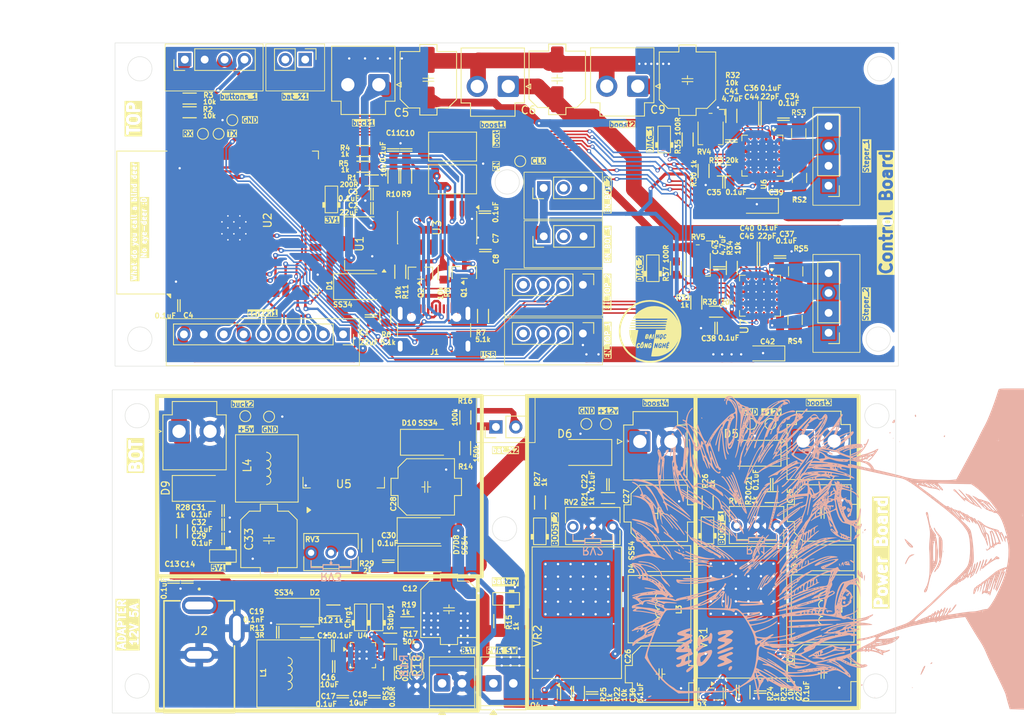
<source format=kicad_pcb>
(kicad_pcb (version 20241229) (generator "pcbnew") (generator_version "9.0")
  (layers (0 "F.Cu" signal) (2 "B.Cu" signal) (13 "F.Paste" user) (15 "B.Paste" user) (5 "F.SilkS" user "F.Silkscreen") (7 "B.SilkS" user "B.Silkscreen") (1 "F.Mask" user) (3 "B.Mask" user) (25 "Edge.Cuts" user))
  (net 0 "")
  (net 1 "Net-(3V1-A)")
  (net 2 "GND1")
  (net 3 "Net-(5V1-A)")
  (net 4 "GND")
  (net 5 "+12V_1")
  (net 6 "+12V_2")
  (net 7 "Net-(BOOST_1-A)")
  (net 8 "Net-(BOOST_2-A)")
  (net 9 "Vbat")
  (net 10 "+5V")
  (net 11 "+3.3V")
  (net 12 "/esp_EN")
  (net 13 "esp32_CLK")
  (net 14 "USB_5V")
  (net 15 "Adapter_+12V")
  (net 16 "Net-(U4-VS)")
  (net 17 "Net-(C19-Pad1)")
  (net 18 "/Power Circuits/Vreg")
  (net 19 "Net-(U6-VCP)")
  (net 20 "Net-(U7-VCP)")
  (net 21 "Net-(U6-CPO)")
  (net 22 "Net-(U6-CPI)")
  (net 23 "Net-(U7-CPO)")
  (net 24 "Net-(U7-CPI)")
  (net 25 "Net-(Chrg1-K)")
  (net 26 "Net-(Chrg1-A)")
  (net 27 "Net-(D2-K)")
  (net 28 "Net-(D3-A)")
  (net 29 "Net-(D7-K)")
  (net 30 "Net-(DIAG_1-A)")
  (net 31 "Net-(DIAG_2-A)")
  (net 32 "/SDA")
  (net 33 "/SCL")
  (net 34 "/D+")
  (net 36 "/D-")
  (net 37 "Net-(J1-CC1)")
  (net 38 "Net-(J1-CC2)")
  (net 40 "Net-(Q1-B)")
  (net 41 "/RST")
  (net 42 "Net-(Q2-B)")
  (net 43 "/DTR")
  (net 44 "Net-(Q3-C)")
  (net 45 "Net-(Q3-B)")
  (net 46 "Net-(Q4-C)")
  (net 47 "Net-(Q4-B)")
  (net 48 "/TX")
  (net 49 "Net-(D4-A)")
  (net 50 "Net-(U3-TXD)")
  (net 51 "/RX")
  (net 52 "/Power Circuits/NTC")
  (net 53 "Net-(U3-RXD)")
  (net 54 "Net-(VR1-FB)")
  (net 55 "Net-(VR2-FB)")
  (net 56 "TX_TMC")
  (net 57 "RX_TMC")
  (net 58 "Net-(U6-SPREAD)")
  (net 59 "Net-(U6-~{EN})")
  (net 60 "Net-(U7-SPREAD)")
  (net 61 "DIAG_1")
  (net 62 "Net-(U7-~{EN})")
  (net 63 "DIAG_2")
  (net 64 "Net-(U6-BRA)")
  (net 65 "Net-(U6-BRB)")
  (net 66 "Net-(U7-BRA)")
  (net 67 "Net-(U7-BRB)")
  (net 70 "Net-(U6-VREF)")
  (net 71 "Net-(U7-VREF)")
  (net 72 "/DC")
  (net 73 "/SCL1")
  (net 74 "/SDA1")
  (net 75 "/SCK")
  (net 76 "/BACKLIGHT")
  (net 77 "/CS")
  (net 78 "/bat%")
  (net 79 "/Power Circuits/FB")
  (net 80 "/MISO")
  (net 81 "/MOSI")
  (net 82 "Net-(U4-RTRICK)")
  (net 83 "Net-(Stdby1-K)")
  (net 84 "Net-(Steper_1-Pin_1)")
  (net 85 "Net-(Steper_1-Pin_3)")
  (net 86 "Net-(Steper_1-Pin_4)")
  (net 87 "Net-(Steper_1-Pin_2)")
  (net 88 "Net-(Steper_2-Pin_1)")
  (net 89 "Net-(Steper_2-Pin_4)")
  (net 90 "Net-(Steper_2-Pin_3)")
  (net 91 "Net-(Steper_2-Pin_2)")
  (net 92 "DIR_1")
  (net 93 "STEP_2")
  (net 94 "Net-(D9-A)")
  (net 96 "EN_1")
  (net 100 "DIR_2")
  (net 101 "STEP_1")
  (net 102 "EN_2")
  (net 113 "ROT_TRK_1")
  (net 115 "ROT_TRK_2")
  (net 117 "Net-(bat2-A)")
  (net 119 "Net-(D10-K)")
  (net 122 "Net-(bat_%2-Pin_1)")
  (net 130 "Earth")
  (footprint "PCM_Inductor_SMD_Handsoldering_AKL:L_7.3x7.3_H4.5" (layer "F.Cu") (at 150.275 91.239214 90)
    (property "Reference" "L2")
    (property "Value" "47uH" (hide yes))
  )
  (footprint "PCM_4ms_Capacitor:C_0603" (layer "F.Cu") (at 92.625 53.89134 -90)
    (property "Reference" "C1")
    (property "Value" "22uF")
  )
  (footprint "Connector_PinHeader_2.54mm:PinHeader_1x02_P2.54mm_Vertical" (layer "F.Cu") (at 108.5725 68.056714 90)
    (property "Reference" "bat_%2")
    (property "Value" "battery _percentage")
  )
  (footprint "Connector_JST:JST_VH_B2P-VH-B_1x02_P3.96mm_Vertical" (layer "F.Cu") (at 126.94 69.914214)
    (property "Reference" "boost4")
    (property "Value" "boost_2")
  )
  (footprint "Connector_JST:JST_VH_B2P-VH-B_1x02_P3.96mm_Vertical" (layer "F.Cu") (at 147.7925 69.864214)
    (property "Reference" "boost3")
    (property "Value" "boost_1")
  )
  (footprint "Diode_SMD:D_SMA" (layer "F.Cu") (at 150.775 84.764214 180)
    (property "Reference" "D3")
    (property "Value" "SS54")
  )
  (footprint "Diode_SMD:D_SMA" (layer "F.Cu") (at 82.560342 91.59 180)
    (property "Reference" "D2")
    (property "Value" "SS34")
  )
  (footprint "Connector_PinHeader_2.54mm:PinHeader_1x03_P2.54mm_Vertical" (layer "F.Cu") (at 114.665 37.54134 90)
    (property "Reference" "EN_BOT_2")
    (property "Value" "Conn_01x03")
  )
  (footprint "PCM_4ms_Capacitor:C_0603" (layer "F.Cu") (at 137.085 47.76134 -90)
    (property "Reference" "C43")
    (property "Value" "4.7uF")
  )
  (footprint "my_custom_footprint:GCT_DCJ200-10-A-XX-K_REVA" (layer "F.Cu") (at 70.7 97.4)
    (property "Reference" "J2")
    (property "Value" "Barrel_Jack_Switch_Pin3Ring")
  )
  (footprint "Connector_PinHeader_2.54mm:PinHeader_1x02_P2.54mm_Vertical" (layer "F.Cu") (at 84.225 21.16134 -90)
    (property "Reference" "bat_%1")
    (property "Value" "battery _percentage")
  )
  (footprint "Diode_SMD:D_SMA" (layer "F.Cu") (at 129.925 84.864214 180)
    (property "Reference" "D4")
    (property "Value" "SS54")
  )
  (footprint "PCM_4ms_Resistor:R_0603" (layer "F.Cu") (at 96.365 48.25 90)
    (property "Reference" "R11")
    (property "Value" "10k")
  )
  (footprint "PCM_LED_SMD_AKL:LED_0603_1608Metric_Pad1.05x0.95mm" (layer "F.Cu") (at 93.365342 92.36 90)
    (property "Reference" "Stdby1")
    (property "Value" "LED" (hide yes))
  )
  (footprint "Connector_USB:USB_C_Receptacle_GCT_USB4105-xx-A_16P_TopMnt_Horizontal" (layer "F.Cu") (at 100.675 56.66634)
    (property "Reference" "J1")
    (property "Value" "USB_C_Receptacle_USB2.0_16P")
  )
  (footprint "Diode_SMD:D_SMA" (layer "F.Cu") (at 99.58 84.9)
    (property "Reference" "D7")
    (property "Value" "SS54" (hide yes))
  )
  (footprint "PCM_4ms_Resistor:R_0603" (layer "F.Cu") (at 92.725 36.59134)
    (property "Reference" "R1")
    (property "Value" "200R")
  )
  (footprint "PCM_Potentiometer_THT_AKL_Double:Potentiometer_Bourns_3266Y_Vertical" (layer "F.Cu") (at 84.98 84.12 180)
    (property "Reference" "RV3")
    (property "Value" "10k" (hide yes))
  )
  (footprint "PCM_4ms_Resistor:R_0603" (layer "F.Cu") (at 95.065342 95.085 180)
    (property "Reference" "R17")
    (property "Value" "50k")
  )
  (footprint "TestPoint:TestPoint_Pad_D1.0mm" (layer "F.Cu") (at 73.175 30.64134 90)
    (property "Reference" "TP3" (hide yes))
    (property "Value" "tx")
  )
  (footprint "Package_TO_SOT_SMD:SOT-223-3_TabPin2" (layer "F.Cu") (at 91.165 44.65 180)
    (property "Reference" "U1")
    (property "Value" "AMS1117-3.3")
  )
  (footprint "Package_TO_SOT_SMD:SOT-23" (layer "F.Cu") (at 98.94 48.425 90)
    (property "Reference" "Q2")
    (property "Value" "SS8050")
  )
  (footprint "PCM_4ms_Capacitor:C_0603" (layer "F.Cu") (at 73.75 80.53)
    (property "Reference" "C32")
    (property "Value" "0.1uF")
  )
  (footprint "PCM_4ms_Resistor:R_0603" (layer "F.Cu") (at 104.6675 66.839214 90)
    (property "Reference" "R16")
    (property "Value" "100k")
  )
  (footprint "Package_TO_SOT_SMD:SOT-23" (layer "F.Cu") (at 136.025 102.139214 -90)
    (property "Reference" "Q3")
    (property "Value" "SS8050")
  )
  (footprint "Capacitor_Tantalum_SMD:CP_EIA-3216-12_Kemet-S_HandSolder" (layer "F.Cu") (at 142.135 39.82634 180)
    (property "Reference" "C39")
    (property "Value" "100uF")
  )
  (footprint "PCM_4ms_Resistor:R_0603" (layer "F.Cu") (at 69.475 26.14134)
    (property "Reference" "R3")
    (property "Value" "10k")
  )
  (footprint "PCM_4ms_Capacitor:C_0603" (layer "F.Cu") (at 142.085 45.21134 180)
    (property "Reference" "C40")
    (property "Value" "0.1uF")
  )
  (footprint "PCM_Capacitor_SMD_Handsoldering_AKL:C_Elec_6.3x7.7" (layer "F.Cu") (at 150.275 99.464214)
    (property "Reference" "C24")
    (property "Value" "330uF" (hide yes))
  )
  (footprint "PCM_4ms_Resistor:R_1206_3216Metric" (layer "F.Cu") (at 146.76 54.39884 -90)
    (property "Reference" "RS4")
    (property "Value" "0.1R")
  )
  (footprint "PCM_4ms_Capacitor:C_0603" (layer "F.Cu") (at 136.675 55.44134)
    (property "Reference" "C38")
    (property "Value" "0.1uF")
  )
  (footprint "Connector_JST:JST_VH_B2P-VH-B_1x02_P3.96mm_Vertical" (layer "F.Cu") (at 110.15 24.59134 180)
    (property "Reference" "boost1")
    (property "Value" "boost_2")
  )
  (footprint "PCM_Inductor_SMD_Handsoldering_AKL:L_7.3x7.3_H4.5" (layer "F.Cu") (at 129.45 91.314214 90)
    (property "Reference" "L3")
    (property "Value" "47uH" (hide yes))
  )
  (footprint "PCM_4ms_Resistor:R_0603" (layer "F.Cu") (at 94.45 53.91634 -90)
    (property "Reference" "R6")
    (property "Value" "5.1k")
  )
  (footprint "PCM_Potentiometer_THT_AKL_Double:Potentiometer_Bourns_3266Y_Vertical" (layer "F.Cu") (at 139.3 80.664214 180)
    (property "Reference" "RV1")
    (property "Value" "10k" (hide yes))
  )
  (footprint "PCM_4ms_Resistor:R_0603" (layer "F.Cu") (at 138.685 47.76134 90)
    (property "Reference" "R34")
    (property "Value" "10k")
  )
  (footprint "PCM_4ms_Capacitor:C_0603" (layer "F.Cu") (at 137.675 36.82634)
    (property "Reference" "C35")
    (property "Value" "0.1uF")
  )
  (footprint "Connector_JST:JST_VH_B2P-VH-B_1x02_P3.96mm_Vertical" (layer "F.Cu") (at 68.1225 68.62)
    (property "Reference" "buck2")
    (property "Value" "buck")
  )
  (footprint "PCM_LED_SMD_AKL:LED_0603_1608Metric_Pad1.05x0.95mm" (layer "F.Cu") (at 135.575 81.251714 90)
    (property "Reference" "BOOST_1")
    (property "Value" "LED" (hide yes))
  )
  (footprint "TestPoint:TestPoint_Pad_D1.0mm" (layer "F.Cu") (at 71.175 30.64134)
    (property "Reference" "TP2" (hide yes))
    (property "Value" "rx")
  )
  (footprint "PCM_4ms_Resistor:R_0603" (layer "F.Cu") (at 135.075 35.37634 90)
    (property "Reference" "R30")
    (property "Value" "1k")
  )
  (footprint "Connector_JST:JST_VH_B2P-VH-B_1x02_P3.96mm_Vertical" (layer "F.Cu") (at 93.625 24.36634 180)
    (property "Reference" "buck1")
    (property "Value" "buck")
  )
  (footprint "PCM_Capacitor_SMD_Handsoldering_AKL:C_Elec_6.3x7.7" (layer "F.Cu") (at 129.425 79.089214)
    (property "Reference" "C27")
    (property "Value" "100uF" (hide yes))
  )
  (footprint "PCM_4ms_Resistor:R_0603" (layer "F.Cu") (at 92.14 83.18 90)
    (property "Reference" "R29")
    (property "Value" "2k")
  )
  (footprint "Diode_SMD:D_SMA" (layer "F.Cu") (at 91.365 50.15)
    (property "Reference" "D1")
    (property "Value" "SS34")
  )
  (footprint "PCM_4ms_Capacitor:C_0603" (layer "F.Cu") (at 87.765342 95.985 180)
    (property "Reference" "C15")
    (property "Value" "0.1uF")
  )
  (footprint "TestPoint:TestPoint_Pad_D1.0mm" (layer "F.Cu") (at 122.6125 67.676714)
    (property "Reference" "TP5" (hide yes))
    (property "Value" "TestPoint")
  )
  (footprint "PCM_Capacitor_SMD_Handsoldering_AKL:C_Elec_6.3x7.7" (layer "F.Cu") (at 99.95 23.74134 90)
    (property "Reference" "C5")
    (property "Value" "100uF" (hide yes))
  )
  (footprint "TestPoint:TestPoint_Pad_D1.0mm" (layer "F.Cu") (at 74.925 28.89134 180)
    (property "Reference" "GND")
    (property "Value" "TestPoint")
  )
  (footprint "Connector_PinHeader_2.54mm:PinHeader_1x03_P2.54mm_Vertical" (layer "F.Cu") (at 114.675 43.73134 90)
    (property "Reference" "EN_BOT_1")
    (property "Value" "Conn_01x03")
  )
  (footprint "Connector_PinHeader_2.54mm:PinHeader_1x04_P2.54mm_Vertical" (layer "F.Cu") (at 151.025 37.26134 180)
    (property "Reference" "Steper_1")
    (property "Value" "Conn_01x04")
  )
  (footprint "PCM_4ms_Capacitor:C_0603" (layer "F.Cu") (at 144.835 46.36134 90)
    (property "Reference" "C37")
    (property "Value" "0.1uF")
  )
  (footprint "PCM_4ms_Resistor:R_0603" (layer "F.Cu") (at 137.675 35.32634 180)
    (property "Reference" "R33")
    (property "Value" "20k")
  )
  (footprint "TestPoint:TestPoint_Pad_D1.0mm" (layer "F.Cu") (at 143.6125 67.676714)
    (property "Reference" "TP4" (hide yes))
    (property "Value" "TestPoint")
  )
  (footprint "Diode_SMD:D_SMA" (layer "F.Cu") (at 99.48 81.289214)
    (property "Reference" "D8")
    (property "Value" "SS54")
  )
  (footprint "PCM_4ms_Resistor:R_0603" (layer "F.Cu") (at 104.6425 70.764214 90)
    (property "Reference" "R14")
    (property "Value" "150k")
  )
  (footprint "PCM_4ms_Capacitor:C_0603" (layer "F.Cu") (at 143.775 75.389214 180)
    (property "Reference" "C21")
    (property "Value" "0.1uF")
  )
  (footprint "PCM_4ms_Capacitor:C_0603" (layer "F.Cu") (at 138.625 31.55134 90)
    (property "Reference" "C41")
    (property "Value" "4.7uF")
  )
  (footprint "Connector_PinHeader_2.54mm:PinHeader_1x04_P2.54mm_Vertical" (layer "F.Cu") (at 119.675 49.91134 -90)
    (property "Reference" "EN_TOP_2")
    (property "Value" "Conn_01x04")
  )
  (footprint "PCM_LED_SMD_AKL:LED_0603_1608Metric_Pad1.05x0.95mm" (layer "F.Cu") (at 128.605 47.80134 90)
    (property "Reference" "DIAG_2")
    (property "Value" "LED" (hide yes))
  )
  (footprint "PCM_4ms_Resistor:R_0603" (layer "F.Cu") (at 122.875 77.139214)
    (property "Reference" "R21")
    (property "Value" "1k")
  )
  (footprint "Potentiometer_SMD:Potentiometer_Bourns_TC33X_Vertical" (layer "F.Cu") (at 135.975 30.12634 -90)
    (property "Reference" "RV4")
    (property "Value" "20k")
  )
  (footprint "PCM_4ms_Capacitor:C_0603" (layer "F.Cu") (at 67.425 87.85 -90)
    (property "Reference" "C14")
    (property "Value" "0.1uF" (hide yes))
  )
  (footprint "PCM_LED_SMD_AKL:LED_0603_1608Metric_Pad1.05x0.95mm" (layer "F.Cu") (at 114.175 81.376714 90)
    (property "Reference" "BOOST_2")
    (property "Value" "LED" (hide yes))
  )
  (footprint "PCM_4ms_Capacitor:C_0603" (layer "F.Cu") (at 68.1105 52.56634 180)
    (property "Reference" "C4")
    (property "Value" "0.1uF")
  )
  (footprint "Diode_SMD:D_SMA" (layer "F.Cu") (at 99.8925 70.014214)
    (property "Reference" "D10")
    (property "Value" "SS34")
  )
  (footprint "PCM_Capacitor_SMD_Handsoldering_AKL:C_Elec_6.3x7.7" (layer "F.Cu") (at 116.4 23.69134 90)
    (property "Reference" "C6")
    (property "Value" "100uF" (hide yes))
  )
  (footprint "PCM_4ms_Resistor:R_0603" (layer "F.Cu") (at 138.625 28.35134 90)
    (property "Reference" "R32")
    (property "Value" "10k")
  )
  (footprint "PCM_4ms_Capacitor:C_0603" (layer "F.Cu") (at 89.015342 102.485 -90)
    (property "Reference" "C17")
    (property "Value" "0.1uF")
  )
  (footprint "PCM_4ms_Resistor:R_0603" (layer "F.Cu") (at 69.475 27.89134)
    (property "Reference" "R2")
    (property "Value" "10k")
  )
  (footprint "Connector_PinHeader_2.54mm:PinHeader_1x04_P2.54mm_Vertical" (layer "F.Cu") (at 68.855 21.16634 90)
    (property "Reference" "buttons_1")
    (property "Value" "Conn_01x04")
  )
  (footprint "PCM_4ms_Capacitor:C_0603" (layer "F.Cu") (at 107.165 40.65 -90)
    (property "Reference" "C7")
    (property "Value" "0.1uF")
  )
  (footprint "Package_DFN_QFN:VQFN-28-1EP_5x5mm_P0.5mm_EP3.7x3.7mm_ThermalVias" (layer "F.Cu") (at 142.285 51.31134 -90)
    (property "Reference" "U7")
    (property "Value" "TMC2209-LA")
  )
  (footprint "PCM_4ms_Resistor:R_0603" (layer "F.Cu") (at 131.555 47.78634 -90)
    (property "Reference" "R37")
    (property "Value" "100R")
  )
  (footprint "PCM_4ms_Resistor:R_0603" (layer "F.Cu") (at 109 92.85 -90)
    (property "Reference" "R15")
    (property "Value" "1k")
  )
  (footprint "TestPoint:TestPoint_Pad_D1.0mm" (layer "F.Cu") (at 79.61 66.74 180)
    (property "Reference" "TP7" (hide yes))
    (property "Value" "TestPoint")
  )
  (footprint "PCM_4ms_Capacitor:C_0603" (layer "F.Cu") (at 95.715342 97.035)
    (property "Reference" "C20")
    (property "Value" "0.1uF")
  )
  (footprint "PCM_4ms_Capacitor:C_0603" (layer "F.Cu") (at 145.275 28.77634 90)
    (property "Reference" "C34")
    (property "Value" "0.1uF")
  )
  (footprint "PCM_4ms_Capacitor:C_0603" (layer "F.Cu") (at 142.085 46.81134 180)
    (property "Reference" "C45")
    (property "Value" "22pF")
  )
  (footprint "PCM_4ms_Resistor:R_0603" (layer "F.Cu") (at 87.815342 91.485)
    (property "Reference" "R12")
    (property "Value" "1k")
  )
  (footprint "PCM_Inductor_SMD_Handsoldering_AKL:L_7.3x7.3_H4.5" (layer "F.Cu") (at 82.065342 99.535 -90)
    (property "Reference" "L1")
    (property "Value" "22uH" (hide yes))
  )
  (footprint "PCM_4ms_Capacitor:C_0603" (layer "F.Cu") (at 95.465 32.7 90)
    (property "Reference" "C11")
    (property "Value" "0.1uF" (hide yes))
  )
  (footprint "PCM_4ms_Capacitor:C_0603" (layer "F.Cu") (at 92.75 40.14134 180)
    (property "Reference" "C2")
    (property "Value" "22uF")
  )
  (footprint "PCM_4ms_Capacitor:C_0603" (layer "F.Cu") (at 94.8425 85.201714 -90)
    (property "Reference" "C30")
    (property "Value" "0.1uF")
  )
  (footprint "PCM_4ms_Resistor:R_0603" (layer "F.Cu") (at 133.045 31.37134 -90)
    (property "Reference" "R35")
    (property "Value" "100R")
  )
  (footprint "PCM_LED_SMD_AKL:LED_0603_1608Metric_Pad1.05x0.95mm" (layer "F.Cu") (at 73.725 84.53 180)
    (property "Reference" "5V1")
    (property "Value" "LED" (hide yes))
  )
  (footprint "Capacitor_Tantalum_SMD:CP_EIA-3216-12_Kemet-S_HandSolder" (layer "F.Cu") (at 142.95 58.66634 180)
    (property "Reference" "C42")
    (property "Value" "100uF")
  )
  (footprint "PCM_4ms_Capacitor:C_0603" (layer "F.Cu") (at 142.3 101.901714 -90)
    (property "Reference" "C23")
    (property "Value" "0.1uF")
  )
  (footprint "PCM_4ms_Capacitor:C_0603" (layer "F.Cu") (at 87.865342 98.635 180)
    (property "Reference" "C16")
    (property "Value" "10uF")
  )
  (footprint "PCM_4ms_Capacitor:C_0603" (layer "F.Cu") (at 120.85 102.014214 -90)
    (property "Reference" "C30")
    (property "Value" "0.1uF")
  )
  (footprint "LOGO" (layer "F.Cu") (at 128.255 55.85134)
    (property "Reference" "G***" (hide yes))
    (property "Value" "LOGO" (hide yes))
  )
  (footprint "Diode_SMD:D_SMA" (layer "F.Cu") (at 119.85 71.314214 180)
    (property "Reference" "D6")
    (property "Value" "SS54")
  )
  (footprint "PCM_4ms_Capacitor:C_0603" (layer "F.Cu") (at 122.875 75.414214 180)
    (property "Reference" "C22")
    (property "Value" "0.1uF")
  )
  (footprint "PCM_4ms_Resistor:R_0603" (layer "F.Cu") (at 68.5 81.38 90)
    (property "Reference" "R28")
    (property "Value" "1k")
  )
  (footprint "PCM_LED_SMD_AKL:LED_0603_1608Metric_Pad1.05x0.95mm" (layer "F.Cu") (at 91.315342 92.36 90)
    (property "Reference" "Chrg1")
    (property "Value" "LED" (hide yes))
  )
  (footprint "PCM_4ms_Resistor:R_0603" (layer "F.Cu") (at 94.925 99.535 -90)
    (property "Reference" "RS1")
    (property "Value" "0.05R")
  )
  (footprint "PCM_4ms_Capacitor:C_0603" (layer "F.Cu") (at 97.115 32.7 90)
    (property "Reference" "C10")
    (property "Value" "0.1uF")
  )
  (footprint "TerminalBlock_TE-Connectivity:TerminalBlock_TE_282834-2_1x02_P2.54mm_Horizontal" (layer "F.Cu") (at 108.2475 100.7875)
    (property "Reference" "PWR SW")
    (property "Value" "pb")
  )
  (footprint "Connector_PinSocket_2.54mm:PinSocket_1x09_P2.54mm_Vertical" (layer "F.Cu") (at 89.065 56.24134 -90)
    (property "Reference" "screen1")
    (property "Value" "Conn_01x09_Pin")
  )
  (footprint "PCM_4ms_Capacitor:C_0603" (layer "F.Cu") (at 92.75 38.34134 180)
    (property "Reference" "C3")
    (property "Value" "0.1uF")
  )
  (footprint "TestPoint:TestPoint_Pad_D1.0mm" (layer "F.Cu") (at 120.1125 67.676714)
    (property "Reference" "TP9" (hide yes))
    (property "Value" "TestPoint")
  )
  (footprint "PCM_Package_TO_SOT_SMD_AKL:TO-263-5_TabPin6_ThermalVias" (layer "F.Cu") (at 118.9 91.764214 90)
    (property "Reference" "VR2")
    (property "Value" "XL6019" (hide yes))
  )
  (footprint "PCM_4ms_Capacitor:C_0603" (layer "F.Cu") (at 80.720342 94.26 180)
    (property "Reference" "C19")
    (property "Value" "0.1nF")
  )
  (footprint "PCM_4ms_Resistor:R_0603" (layer "F.Cu") (at 106.925 53.89134 90)
    (property "Reference" "R7")
    (property "Value" "5.1k")
  )
  (footprint "PCM_4ms_Resistor:R_0603" (layer "F.Cu") (at 119.175 102.014214 -90)
    (property "Reference" "R22")
    (property "Value" "10k")
  )
  (footprint "Connector_JST:JST_VH_B2P-VH-B_1x02_P3.96mm_Vertical" (layer "F.Cu") (at 126.675 24.56634 180)
    (property "Reference" "boost2")
    (property "Value" "boost_1")
  )
  (footprint "RF_Module:ESP32-WROOM-32" (layer "F.Cu") (at 76.035 41.96634 90)
    (property "Reference" "U2")
    (property "Value" "ESP32-WROOM-32")
  )
  (footprint "PCM_4ms_Resistor:R_0603" (layer "F.Cu") (at 97.115 36.1 90)
    (property "Reference" "R9")
    (property "Value" "10k")
  )
  (footprint "PCM_LED_SMD_AKL:LED_0603_1608Metric_Pad1.05x0.95mm" (layer "F.Cu") (at 87.575 39.01634 90)
    (property "Reference" "3V1")
    (property "Value" "LED" (hide yes))
  )
  (footprint "PCM_4ms_Resistor:R_1206_3216Metric" (layer "F.Cu") (at 147.225 30.57634 90)
    (property "Reference" "RS3")
    (property "Value" "0.1R")
  )
  (footprint "PCM_4ms_Capacitor:C_0603" (layer "F.Cu") (at 107.225 45.54134 90)
    (property "Reference" "C8")
    (property "Value" "0.1uF" (hide yes))
  )
  (footprint "PCM_4ms_Resistor:R_0603" (layer "F.Cu") (at 135.6 77.726714 90)
    (property "Reference" "R26")
    (property "Value" "1k")
  )
  (footprint "PCM_Resistor_THT_AKL_Double:R_Axial_DIN0204_L3.6mm_D1.6mm_P5.08mm_Horizontal" (layer "F.Cu") (at 98.48 101.08 90)
    (property "Reference" "R18")
    (property "Value" "47d 3950 (10K)" (hide yes))
  )
  (footprint "PCM_4ms_Resistor:R_0603" (layer "F.Cu") (at 117.525 102.014214 -90)
    (property "Reference" "R25")
    (property "Value" "1k")
  )
  (footprint "TestPoint:TestPoint_Pad_D1.0mm" (layer "F.Cu") (at 76.58 66.68 180)
    (property "Reference" "TP8" (hide yes))
    (property "Value" "TestPoint")
  )
  (footprint "PCM_Capacitor_SMD_Handsoldering_AKL:C_Elec_6.3x7.7" (layer "F.Cu") (at 99.68 75.714214)
    (property "Reference" "C28")
    (property "Value" "100uF" (hide yes))
  )
  (footprint "PCM_4ms_Resistor:R_0603" (layer "F.Cu") (at 114.2 77.701714 90)
    (property "Reference" "R27")
    (property "Value" "1k")
  )
  (footprint "PCM_4ms_Resistor:R_0603" (layer "F.Cu") (at 134.15 52.16634 90)
    (property "Reference" "R31")
    (property "Value" "1k")
  )
  (footprint "Package_DFN_QFN:VQFN-28-1EP_5x5mm_P0.5mm_EP3.7x3.7mm_ThermalVias" (layer "F.Cu") (at 142.575 33.42634 -90)
    (property "Reference" "U6")
    (property "Value" "TMC2209-LA")
  )
  (footprint "PCM_LED_SMD_AKL:LED_0603_1608Metric_Pad1.05x0.95mm" (layer "F.Cu") (at 109.875 90 180)
    (property "Reference" "battery")
    (property "Value" "LED" (hide yes))
  )
  (footprint "PCM_4ms_Capacitor:C_0603" (layer "F.Cu") (at 93.065342 102.485 -90)
    (property "Reference" "C18")
    (property "Value" "10uF")
  )
  (footprint "Package_TO_SOT_SMD:SOT-23" (layer "F.Cu") (at 114.85 102.176714 -90)
    (property "Reference" "Q4")
    (property "Value" "SS8050")
  )
  (footprint "PCM_4ms_Resistor:R_0603" (layer "F.Cu") (at 95.49 36.1 90)
    (property "Reference" "R10")
    (property "Value" "10k" (hide yes))
  )
  (footprint "TestPoint:TestPoint_Pad_D1.0mm" (layer "F.Cu") (at 141.1125 67.676714)
    (property "Reference" "TP6" (hide yes))
    (property "Value" "TestPoint")
  )
  (footprint "PCM_4ms_Resistor:R_0603" (layer "F.Cu") (at 91.665 32.84134 180)
    (property "Reference" "R4")
    (property "Value" "1k")
  )
  (footprint "PCM_4ms_Resistor:R_0603" (layer "F.Cu") (at 136.675 53.34134 180)
    (property "Reference" "R36")
    (property "Value" "20k")
  )
  (footprint "PCM_4ms_Resistor:R_0603" (layer "F.Cu") (at 84.470342 94.26)
    (property "Reference" "R13")
    (property "Value" "3R")
  )
  (footprint "PCM_4ms_Resistor:R_0603" (layer "F.Cu") (at 91.675 34.84134 180)
    (property "Reference" "R5")
    (property "Value" "1k")
  )
  (footprint "TerminalBlock_TE-Connectivity:TerminalBlock_TE_282834-2_1x02_P2.54mm_Horizontal" (layer "F.Cu") (at 101.7 100.7875)
    (property "Reference" "BAT")
    (property "Value" "Bat_protected")
  )
  (footprint "Potentiometer_SMD:Potentiometer_Bourns_TC33X_Vertical" (layer "F.Cu") (at 134.335 46.91134 -90)
    (property "Reference" "RV5")
    (property "Value" "20k")
  )
  (footprint "PCM_Capacitor_SMD_Handsoldering_AKL:C_Elec_6.3x7.7" (layer "F.Cu") (at 150.275 79.039214)
    (property "Reference" "C25")
    (property "Value" "100uF" (hide yes))
  )
  (footprint "PCM_4ms_Resistor:R_0603" (layer "F.Cu") (at 138.575 101.864214 -90)
    (property "Reference" "R24")
    (property "Value" "1k")
  )
  (footprint "PCM_Capacitor_SMD_Handsoldering_AKL:C_Elec_6.3x7.7" (layer "F.Cu") (at 102.58 91.3325 -90)
    (property "Reference" "C12")
    (property "Value" "100uF" (hide yes))
  )
  (footprint "Connector_PinHeader_2.54mm:PinHeader_1x04_P2.54mm_Vertical" (layer "F.Cu") (at 151.035 56.03634 180)
    (property "Reference" "Steper_2")
    (property "Value" "Conn_01x04")
  )
  (footprint "PCM_Inductor_SMD_Handsoldering_AKL:L_7.3x7.3_H4.5" (layer "F.Cu") (at 79.33 73.35 -90)
    (property "Reference" "L4")
    (property "Value" "33uH" (hide yes))
  )
  (footprint "Package_TO_SOT_SMD:SOT-23" (layer "F.Cu") (at 104.54 48.3375 90)
    (property "Reference" "Q1")
    (property "Value" "SS8050")
  )
  (footprint "Package_DFN_QFN:LQFN-16-1EP_3x3mm_P0.5mm_EP1.7x1.7mm" (layer "F.Cu") (at 91.605342 97.185)
    (property "Reference" "U4")
    (property "Value" "TP5100")
  )
  (footprint "Package_TO_SOT_SMD:TO-263-5_TabPin3" (layer "F.Cu") (at 89.145 71.015 90)
    (property "Reference" "U5")
    (property "Value" "XL4015")
  )
  (footprint "Connector_PinHeader_2.54mm:PinHeader_1x04_P2.54mm_Vertical" (layer "F.Cu") (at 119.673 56.12734 -90)
    (property "Reference" "EN_TOP_1")
    (property "Value" "Conn_01x04")
  )
  (footprint "PCM_4ms_Resistor:R_1206_3216Metric" (layer "F.Cu") (at 147.325 36.27384 -90)
    (property "Reference" "RS2")
    (property "Value" "0.1R")
  )
  (footprint "PCM_Potentiometer_THT_AKL_Double:Potentiometer_Bourns_3266Y_Vertical" (layer "F.Cu") (at 118.4 80.789214 180)
    (property "Reference" "RV2")
    (property "Value" "10k" (hide yes))
  )
  (footprint "Diode_SMD:D_SMA" (layer "F.Cu") (at 141.45 71.414214 180)
    (property "Reference" "D5")
    (property "Value" "SS54")
  )
  (footprint "TestPoint:TestPoint_Pad_D1.0mm" (layer "F.Cu") (at 111.675 34.14134)
    (property "Reference" "TP1" (hide yes))
    (property "Value" "clock")
  )
  (footprint "Button_Switch_SMD:SW_SPST_CK_RS282G05A3" (layer "F.Cu") (at 103.04 32.275)
    (property "Reference" "SW2" (hide yes))
    (property "Value" "reset")
  )
  (footprint "PCM_4ms_Resistor:R_1206_3216Metric" (layer "F.Cu") (at 146.835 48.19884 90)
    (property "Reference" "RS5")
    (property "Value" "0.1R")
  )
  (footprint "PCM_4ms_Resistor:R_0603" (layer "F.Cu") (at 140.3 101.914214 90)
    (property "Reference" "R23")
    (property "Value" "10k")
  )
  (footprint "PCM_Capacitor_SMD_Handsoldering_AKL:C_Elec_6.3x7.7" (layer "F.Cu") (at 79.6 82.41 -90)
    (property "Reference" "C33")
    (property "Value" "100uF" (hide yes))
  )
  (footprint "PCM_Capacitor_SMD_Handsoldering_AKL:C_Elec_6.3x7.7" (layer "F.Cu") (at 129.5875 99.614214)
    (property "Reference" "C26")
    (property "Value" "330uF" (hide yes))
  )
  (footprint "Package_SO:SOIC-16_3.9x9.9mm_P1.27mm" (layer "F.Cu") (at 101.065 42.625 -90)
    (property "Reference" "U3")
    (property "Value" "CH340C")
  )
  (footprint "PCM_Package_TO_SOT_SMD_AKL:TO-263-5_TabPin6_ThermalVias" (layer "F.Cu") (at 140 91.714214 90)
    (property "Reference" "VR1")
    (property "Value" "XL6019" (hide yes))
  )
  (footprint "PCM_4ms_Capacitor:C_0603" (layer "F.Cu") (at 73.75 78.73)
    (property "Reference" "C31")
    (property "Value" "0.1uF")
  )
  (footprint "PCM_4ms_Capacitor:C_0603" (layer "F.Cu") (at 142.275 28.82634 180)
    (property "Reference" "C44")
    (property "Value" "22pF")
  )
  (footprint "PCM_LED_SMD_AKL:LED_0603_1608Metric_Pad1.05x0.95mm" (layer "F.Cu") (at 130.055 31.36634 90)
    (property "Reference" "DIAG_1")
    (property "Value" "LED" (hide yes))
  )
  (footprint "PCM_Capacitor_SMD_Handsoldering_AKL:C_Elec_6.3x7.7" (layer "F.Cu") (at 133.025 23.79134 90)
    (property "Reference" "C9")
    (property "Value" "100uF" (hide yes))
  )
  (footprint "PCM_4ms_Capacitor:C_0603" (layer "F.Cu") (at 73.75 82.33)
    (property "Reference" "C29")
    (property "Value" "0.1uF")
  )
  (footprint "PCM_4ms_Capacitor:C_0603" (layer "F.Cu") (at 142.275 27.27634 180)
    (property "Reference" "C36")
    (property "Value" "0.1uF")
  )
  (footprint "PCM_4ms_Resistor:R_0603" (layer "F.Cu") (at 97.265342 92.985)
    (property "Reference" "R19")
    (property "Value" "1k")
  )
  (footprint "PCM_4ms_Capacitor:C_0603" (layer "F.Cu") (at 69.175 87.85 -90)
    (property "Reference" "C13")
    (property "Value" "0.1uF")
  )
  (footprint "PCM_4ms_Resistor:R_0603" (layer "F.Cu") (at 143.775 77.014214)
    (property "Reference" "R20")
    (property "Value" "1k")
  )
  (footprint "PCM_4ms_Resistor:R_0603" (layer "F.Cu") (at 101.89 48.4 -90)
    (property "Reference" "R8")
    (property "Value" "10k")
  )
  (footprint "Button_Switch_SMD:SW_SPST_CK_RS282G05A3" (layer "F.Cu") (at 103.04 36.45)
    (property "Reference" "SW1" (hide yes))
    (property "Value" "boot")
  )
  (footprint "Diode_SMD:D_SMA" (layer "F.Cu") (at 70.77 75.9)
    (property "Reference" "D9")
    (property "Value" "SS34")
  )
  (footprint "LOGO" (layer "B.Cu") (at 151 83.5 -90)
    (property "Reference" "G***" (hide yes))
    (property "Value" "LOGO" (hide yes))
  )
  (gr_rect (start 65.3025 87.106714) (end 106.267158 104.271714) (stroke (width 0.5)) (fill no) (layer "F.SilkS"))
  (gr_rect (start 65.302671 64.114214) (end 106.772329 87.139214) (stroke (width 0.5)) (fill no) (layer "F.SilkS"))
  (gr_rect (start 134.05625 64.114214) (end 154.86875 103.939214) (stroke (width 0.5)) (fill no) (layer "F.SilkS"))
  (gr_rect (start 112.54375 64.114214) (end 134.05625 103.939214) (stroke (width 0.5)) (fill no) (layer "F.SilkS"))
  (gr_circle (center 157.55 22.34134) (end 159.1 22.34134) (stroke (width 0.05)) (fill no) (layer "Edge.Cuts"))
  (gr_circle (center 62.78 66.626714) (end 64.33 66.626714) (stroke (width 0.05)) (fill no) (layer "Edge.Cuts"))
  (gr_circle (center 157.375 56.84134) (end 158.925 56.84134) (stroke (width 0.05)) (fill no) (layer "Edge.Cuts"))
  (gr_circle (center 157.205 66.626714) (end 158.755 66.626714) (stroke (width 0.05)) (fill no) (layer "Edge.Cuts"))
  (gr_circle (center 63.125 56.84134) (end 64.675 56.84134) (stroke (width 0.05)) (fill no) (layer "Edge.Cuts"))
  (gr_circle (center 63.125 22.34134) (end 64.675 22.34134) (stroke (width 0.05)) (fill no) (layer "Edge.Cuts"))
  (gr_rect (start 59.95 19.04134) (end 159.95 60.29134) (stroke (width 0.05)) (fill no) (layer "Edge.Cuts"))
  (gr_circle (center 109.67 81.07) (end 111.22 81.07) (stroke (width 0.05)) (fill no) (layer "Edge.Cuts"))
  (gr_circle (center 110.015 36.784626) (end 111.565 36.784626) (stroke (width 0.05)) (fill no) (layer "Edge.Cuts"))
  (gr_rect (start 59.605 63.326714) (end 159.605 104.576714) (stroke (width 0.05)) (fill no) (layer "Edge.Cuts"))
  (gr_circle (center 157.03 101.126714) (end 158.58 101.126714) (stroke (width 0.05)) (fill no) (layer "Edge.Cuts"))
  (gr_circle (center 62.78 101.126714) (end 64.33 101.126714) (stroke (width 0.05)) (fill no) (layer "Edge.Cuts"))
  (gr_text "USB" (at 106.5 59.25 0) (layer "F.SilkS" knockout) (effects (font (size 0.65 0.65) (thickness 0.15) (bold yes)) (justify left bottom)))
  (gr_text "TX" (at 74.25 31 0) (layer "F.SilkS" knockout) (effects (font (size 0.65 0.65) (thickness 0.15) (bold yes)) (justify left bottom)))
  (gr_text "EN" (at 109 35.5 90) (layer "F.SilkS" knockout) (effects (font (size 0.65 0.65) (thickness 0.15) (bold yes)) (justify left bottom)))
  (gr_text "Control Board" (at 159.275 48.80134 90) (layer "F.SilkS" knockout) (effects (font (size 1.5 1.5) (thickness 0.375) (bold yes)) (justify left bottom)))
  (gr_text "+12v" (at 121.5 66.4 0) (layer "F.SilkS" knockout) (effects (font (size 0.65 0.65) (thickness 0.15) (bold yes)) (justify left bottom)))
  (gr_text "+12v" (at 142.33 66.56 0) (layer "F.SilkS" knockout) (effects (font (size 0.65 0.65) (thickness 0.15) (bold yes)) (justify left bottom)))
  (gr_text "TOP" (at 63.245 30.99134 90) (layer "F.SilkS" knockout) (effects (font (size 1.5 1.5) (thickness 0.375) (bold yes)) (justify left bottom)))
  (gr_text "GND" (at 139.89 66.54 0) (layer "F.SilkS" knockout) (effects (font (size 0.65 0.65) (thickness 0.15) (bold yes)) (justify left bottom)))
  (gr_text "GND" (at 78.63 68.77 0) (layer "F.SilkS" knockout) (effects (font (size 0.65 0.65) (thickness 0.15) (bold yes)) (justify left bottom)))
  (gr_text "+5v" (at 75.59 68.72 0) (layer "F.SilkS" knockout) (effects (font (size 0.65 0.65) (thickness 0.15) (bold yes)) (justify left bottom)))
  (gr_text "boot\n" (at 109 32.5 90) (layer "F.SilkS" knockout) (effects (font (size 0.65 0.65) (thickness 0.15) (bold yes)) (justify left bottom)))
  (gr_text "CLK" (at 113 34.5 0) (layer "F.SilkS" knockout) (effects (font (size 0.65 0.65) (thickness 0.15) (bold yes)) (justify left bottom)))
  (gr_text "RX" (at 68.5 31 0) (layer "F.SilkS" knockout) (effects (font (size 0.65 0.65) (thickness 0.15) (bold yes)) (justify left bottom)))
  (gr_text "No eye-deer :D" (at 64.025 46.59134 90) (layer "F.SilkS" knockout) (effects (font (size 0.65 0.65) (thickness 0.1625) (bold yes)) (justify left bottom)))
  (gr_text "GND" (at 119.06 66.38 0) (layer "F.SilkS" knockout) (effects (font (size 0.65 0.65) (thickness 0.15) (bold yes)) (justify left bottom)))
  (gr_text "BOT" (at 63.515 74.166714 90) (layer "F.SilkS" knockout) (effects (font (size 1.5 1.5) (thickness 0.375) (bold yes)) (justify left bottom)))
  (gr_text "ADAPTER\n12V 5A" (at 63 93.25 90) (layer "F.SilkS" knockout) (effects (font (size 1 1) (thickness 0.25) (bold yes)) (justify bottom)))
  (gr_text "What do you call a blind deer" (at 62.775 49.49134 90) (layer "F.SilkS" knockout) (effects (font (size 0.65 0.65) (thickness 0.1625) (bold yes)) (justify left bottom)))
  (gr_text "Power Board" (at 158.655 91.476714 90) (layer "F.SilkS" knockout) (effects (font (size 1.5 1.5) (thickness 0.375) (bold yes)) (justify left bottom)))
  (segment (start 87.575 38.14134) (end 89.075 36.64134) (width 0.5) (layer "F.Cu") (net 1))
  (segment (start 89.075 36.64134) (end 91.825 36.64134) (width 0.5) (layer "F.Cu") (net 1))
  (segment (start 91.825 36.64134) (end 91.875 36.59134) (width 0.5) (layer "F.Cu") (net 1))
  (segment (start 146.775 38.22634) (end 147.325 37.67634) (width 1) (layer "F.Cu") (net 2))
  (segment (start 106.290812 21.33134) (end 106.290812 24.490528) (width 2) (layer "F.Cu") (net 2))
  (segment (start 97.7675 21.02134) (end 96.565 21.02134) (width 2) (layer "F.Cu") (net 2))
  (segment (start 140.125 32.92634) (end 139.725 32.92634) (width 0.2) (layer "F.Cu") (net 2))
  (segment (start 142.785 48.86134) (end 142.785 49.81134) (width 0.2) (layer "F.Cu") (net 2))
  (segment (start 107.165 41.5) (end 105.51 41.5) (width 1) (layer "F.Cu") (net 2))
  (segment (start 139.76 45.22384) (end 137.385 45.22384) (width 0.5) (layer "F.Cu") (net 2))
  (segment (start 67.733 50.68634) (end 67.733 52.09384) (width 0.5) (layer "F.Cu") (net 2))
  (segment (start 139.725 32.92634) (end 139.2 32.40134) (width 0.2) (layer "F.Cu") (net 2))
  (segment (start 137.385 45.22384) (end 137.085 45.52384) (width 0.5) (layer "F.Cu") (net 2))
  (segment (start 129.175 21.70884) (end 128.4 21.70884) (width 2) (layer "F.Cu") (net 2))
  (segment (start 139.2 32.40134) (end 138.625 32.40134) (width 0.2) (layer "F.Cu") (net 2))
  (segment (start 142.575 33.42634) (end 142.075 32.92634) (width 0.2) (layer "F.Cu") (net 2))
  (segment (start 87.685 40.00134) (end 87.575 39.89134) (width 1) (layer "F.Cu") (net 2))
  (segment (start 106.348312 21.27384) (end 106.290812 21.33134) (width 2) (layer "F.Cu") (net 2))
  (segment (start 136.925 28.27634) (end 136.975 28.32634) (width 0.5) (layer "F.Cu") (net 2))
  (segment (start 106.895 52.66634) (end 105.89 52.66634) (width 0.3) (layer "F.Cu") (net 2))
  (segment (start 128.605 48.67634) (end 129.975 48.67634) (width 1) (layer "F.Cu") (net 2))
  (segment (start 97.475 52.98634) (end 96.93 52.98634) (width 0.5) (layer "F.Cu") (net 2))
  (segment (start 92.785 46.27134) (end 93.63634 46.27134) (width 1) (layer "F.Cu") (net 2))
  (segment (start 94.7 52.81634) (end 95.61 52.81634) (width 0.3) (layer "F.Cu") (net 2))
  (segment (start 106.94 32.275) (end 106.94 36.45) (width 1) (layer "F.Cu") (net 2))
  (segment (start 96.93 52.98634) (end 96.355 53.56134) (width 0.5) (layer "F.Cu") (net 2))
  (segment (start 119.673 58.33934) (end 119.673 57.60134) (width 2) (layer "F.Cu") (net 2))
  (segment (start 139.76 45.22384) (end 136.8975 45.22384) (width 0.5) (layer "F.Cu") (net 2))
  (segment (start 91.9 39.16634) (end 91.9 40.01634) (width 1) (layer "F.Cu") (net 2))
  (segment (start 142.075 32.92634) (end 140.125 32.92634) (width 0.2) (layer "F.Cu") (net 2))
  (segment (start 67.7105 33.83634) (end 67.733 33.81384) (width 0.5) (layer "F.Cu") (net 2))
  (segment (start 106.275 44.247066) (end 106.719274 44.69134) (width 0.5) (layer "F.Cu") (net 2))
  (segment (start 132.08 21.70884) (end 130.65 21.70884) (width 2) (layer "F.Cu") (net 2))
  (segment (start 147.275 28.97634) (end 146.775 28.47634) (width 1) (layer "F.Cu") (net 2))
  (segment (start 73.675 28.89134) (end 74.925 28.89134) (width 0.5) (layer "F.Cu") (net 2))
  (segment (start 145.835 27.92634) (end 145.275 27.92634) (width 1) (layer "F.Cu") (net 2))
  (segment (start 106.275 43.89134) (end 106.275 44.247066) (width 0.5) (layer "F.Cu") (net 2))
  (segment (start 121.665 58.79034) (end 120.124 58.79034) (width 2) (layer "F.Cu") (net 2))
  (segment (start 141.575 32.42634) (end 142.575 33.42634) (width 0.2) (layer "F.Cu") (net 2))
  (segment (start 95.055 21.02134) (end 93.495 21.02134) (width 2) (layer "F.Cu") (net 2))
  (segment (start 139.835 50.81134) (end 140.785 50.81134) (width 0.2) (layer "F.Cu") (net 2))
  (segment (start 68.205 35.03134) (end 67.7105 34.53684) (width 0.5) (layer "F.Cu") (net 2))
  (segment (start 93.63634 46.27134) (end 94.315 46.95) (width 1) (layer "F.Cu") (net 2))
  (segment (start 138.65 58.79034) (end 141.386 58.79034) (width 2) (layer "F.Cu") (net 2))
  (segment (start 147.385 45.64884) (end 147.385 46.24884) (width 1) (layer "F.Cu") (net 2))
  (segment (start 67.733 33.81384) (end 67.733 33.18634) (width 0.5) (layer "F.Cu") (net 2))
  (segment (start 137.45 58.79034) (end 138.65 58.79034) (width 2) (layer "F.Cu") (net 2))
  (segment (start 91.9 38.34134) (end 91.9 39.16634) (width 1) (layer "F.Cu") (net 2))
  (segment (start 143.075 30.97634) (end 143.075 31.92634) (width 0.2) (layer "F.Cu") (net 2))
  (segment (start 87.815 40.00134) (end 87.685 40.00134) (width 1) (layer "F.Cu") (net 2))
  (segment (start 146.835 46.39884) (end 146.835 46.79884) (width 1) (layer "F.Cu") (net 2))
  (segment (start 135.35 37.176342) (end 136.032498 37.176342) (width 0.5) (layer "F.Cu") (net 2))
  (segment (start 146.76 56.37384) (end 146.76 55.79884) (width 1) (layer "F.Cu") (net 2))
  (segment (start 146.775 28.47634) (end 146.385 28.47634) (width 1) (layer "F.Cu") (net 2))
  (segment (start 147.275 29.47634) (end 147.275 28.97634) (width 1) (layer "F.Cu") (net 2))
  (segment (start 147.975 38.77634) (end 147.975 38.32634) (width 1) (layer "F.Cu") (net 2))
  (segment (start 120.124 58.79034) (end 119.673 58.33934) (width 2) (layer "F.Cu") (net 2))
  (segment (start 146.775 38.77634) (end 146.775 38.22634) (width 1) (layer "F.Cu") (net 2))
  (segment (start 146.76 55.79884) (end 146.76 56.14884) (width 1) (layer "F.Cu") (net 2))
  (segment (start 116.4 21.15384) (end 115.8525 21.15384) (width 2) (layer "F.Cu") (net 2))
  (segment (start 136.032498 37.176342) (end 136.3825 36.82634) (width 0.5) (layer "F.Cu") (net 2))
  (segment (start 106.719274 44.69134) (end 107.225 44.69134) (width 0.5) (layer "F.Cu") (net 2))
  (segment (start 95.61 52.81634) (end 96.355 53.56134) (width 0.3) (layer "F.Cu") (net 2))
  (segment (start 115.3425 21.27384) (end 106.348312 21.27384) (width 2) (layer "F.Cu") (net 2))
  (segment (start 91.865 21.02134) (end 89.845 21.02134) (width 2) (layer "F.Cu") (net 2))
  (segment (start 89.845 24.18634) (end 89.665 24.36634) (width 2) (layer "F.Cu") (net 2))
  (segment (start 136.8975 45.22384) (end 136.785 45.11134) (width 0.5) (layer "F.Cu") (net 2))
  (segment (start 105.89 52.66634) (end 104.995 53.56134) (width 0.3) (layer "F.Cu") (net 2))
  (segment (start 88.675 39.14134) (end 87.815 40.00134) (width 1) (layer "F.Cu") (net 2))
  (segment (start 105.51 41.5) (end 105.51 40.15) (width 1) (layer "F.Cu") (net 2))
  (segment (start 146.76 56.14884) (end 146.06 56.84884) (width 1) (layer "F.Cu") (net 2))
  (segment (start 122.788312 21.70884) (end 116.955 21.70884) (width 2) (layer "F.Cu") (net 2))
  (segment (start 126.875 21.70884) (end 122.788312 21.70884) (width 2) (layer "F.Cu") (net 2))
  (segment (start 147.41 56.49884) (end 147.41 56.82384) (width 1) (layer "F.Cu") (net 2))
  (segment (start 136.925 27.27634) (end 136.925 28.27634) (width 0.5) (layer "F.Cu") (net 2))
  (segment (start 92.625 54.74134) (end 92.775 54.74134) (width 0.5) (layer "F.Cu") (net 2))
  (segment (start 94.45 53.06634) (end 94.7 52.81634) (width 0.3) (layer "F.Cu") (net 2))
  (segment (start 67.733 49.51384) (end 67.733 50.68634) (width 0.7) (layer "F.Cu") (net 2))
  (segment (start 96.395 31.85) (end 97.115 31.85) (width 1) (layer "F.Cu") (net 2))
  (segment (start 130.65 21.70884) (end 129.925 21.70884) (width 2) (layer "F.Cu") (net 2))
  (segment (start 136.3825 36.82634) (end 136.825 36.82634) (width 0.5) (layer "F.Cu") (net 2))
  (segment (start 146.235 45.64884) (end 145.9475 45.36134) (width 0.5) (layer "F.Cu") (net 2))
  (segment (start 147.275 28.87634) (end 147.675 28.47634) (width 1) (layer "F.Cu") (net 2))
  (segment (start 146.235 45.79884) (end 146.835 46.39884) (width 1) (layer "F.Cu") (net 2))
  (segment (start 106.290812 24.490528) (end 106.19 24.59134) (width 2) (layer "F.Cu") (net 2))
  (segment (start 134.75 55.44134) (end 135.825 55.44134) (width 1) (layer "F.Cu") (net 2))
  (segment (start 147.975 38.32634) (end 147.325 37.67634) (width 1) (layer "F.Cu") (net 2))
  (segment (start 137.45 58.79034) (end 121.665 58.79034) (width 2) (layer "F.Cu") (net 2))
  (segment (start 98.5725 21.33134) (end 98.3 21.60384) (width 2) (layer "F.Cu") (net 2))
  (segment (start 122.715 21.782152) (end 122.715 24.56634) (width 2) (layer "F.Cu") (net 2))
  (segment (start 130.055 32.24134) (end 131.525 32.24134) (width 1) (layer "F.Cu") (net 2))
  (segment (start 104.42 52.98634) (end 104.995 53.56134) (width 0.5) (layer "F.Cu") (net 2))
  (segment (start 128.4 21.70884) (end 127.675 21.70884) (width 2) (layer "F.Cu") (net 2))
  (segment (start 146.76 55.84884) (end 147.41 56.49884) (width 1) (layer "F.Cu") (net 2))
  (segment (start 96.565 21.02134) (end 95.055 21.02134) (width 2) (layer "F.Cu") (net 2))
  (segment (start 85.825 48.61634) (end 85.825 47.89134) (width 0.7) (layer "F.Cu") (net 2))
  (segment (start 106.290812 21.33134) (end 98.5725 21.33134) (width 2) (layer "F.Cu") (net 2))
  (segment (start 127.675 21.70884) (end 126.875 21.70884) (width 2) (layer "F.Cu") (net 2))
  (segment (start 122.788312 21.70884) (end 122.715 21.782152) (width 2) (layer "F.Cu") (net 2))
  (segment (start 116.955 21.70884) (end 116.4 21.15384) (width 2) (layer "F.Cu") (net 2))
  (segment (start 146.775 28.47634) (end 147.675 28.47634) (width 1) (layer "F.Cu") (net 2))
  (segment (start 146.76 55.79884) (end 146.76 55.84884) (width 1) (layer "F.Cu") (net 2))
  (segment (start 99.975 21.57884) (end 98.325 21.57884) (width 2) (layer "F.Cu") (net 2))
  (segment (start 142.285 53.76134) (end 142.285 51.31134) (width 0.2) (layer "F.Cu") (net 2))
  (segment (start 67.7105 34.53684) (end 67.7105 33.83634) (width 0.5) (layer "F.Cu") (net 2))
  (segment (start 147.275 29.47634) (end 147.275 28.87634) (width 1) (layer "F.Cu") (net 2))
  (segment (start 141.875 39.62384) (end 140.8975 39.62384) (width 1) (layer "F.Cu") (net 2))
  (segment (start 142.575 35.87634) (end 142.575 33.42634) (width 0.2) (layer "F.Cu") (net 2))
  (segment (start 95.465 31.85) (end 96.395 31.85) (width 1) (layer "F.Cu") (net 2))
  (segment (start 129.925 21.70884) (end 129.175 21.70884) (width 2) (layer "F.Cu") (net 2))
  (segment (start 140.125 32.42634) (end 140.1 32.40134) (width 0.2) (layer "F.Cu") (net 2))
  (segment (start 145.8475 45.51134) (end 144.835 45.51134) (width 0.5) (layer "F.Cu") (net 2))
  (segment (start 137.085 45.52384) (end 137.085 46.91134) (width 0.5) (layer "F.Cu") (net 2))
  (segment (start 103.875 52.98634) (end 104.42 52.98634) (width 0.5) (layer "F.Cu") (net 2))
  (segment (start 146.235 45.81134) (end 146.235 45.96134) (width 1) (layer "F.Cu") (net 2))
  (segment (start 98.325 21.57884) (end 97.7675 21.02134) (width 2) (layer "F.Cu") (net 2))
  (segment (start 140.8975 39.62384) (end 140.695 39.82634) (width 1) (layer "F.Cu") (net 2))
  (segment (start 93.495 21.02134) (end 91.865 21.02134) (width 2) (layer "F.Cu") (net 2))
  (segment (start 146.385 28.47634) (end 145.835 27.92634) (width 1) (layer "F.Cu") (net 2))
  (segment (start 136.785 45.11134) (end 135.335 45.11134) (width 0.5) (layer "F.Cu") (net 2))
  (segment (start 147.385 45.64884) (end 146.235 45.64884) (width 1) (layer "F.Cu") (net 2))
  (segment (start 142.67 58.63134) (end 141.545 58.63134) (width 1) (layer "F.Cu") (net 2))
  (segment (start 92.775 54.74134) (end 94.45 53.06634) (width 0.5) (layer "F.Cu") (net 2))
  (segment (start 115.8525 21.15384) (end 115.3925 21.61384) (width 2) (layer "F.Cu") (net 2))
  (segment (start 67.733 52.09384) (end 67.2605 52.56634) (width 0.5) (layer "F.Cu") (net 2))
  (segment (start 147.385 46.24884) (end 146.835 46.79884) (width 1) (layer "F.Cu") (net 2))
  (segment (start 85.612 47.67834) (end 85.525 47.67834) (width 0.7) (layer "F.Cu") (net 2))
  (segment (start 141.386 58.79034) (end 141.51 58.66634) (width 2) (layer "F.Cu") (net 2))
  (segment (start 140.1 32.40134) (end 138.625 32.40134) (width 0.2) (layer "F.Cu") (net 2))
  (segment (start 146.775 38.77634) (end 147.975 38.77634) (width 1) (layer "F.Cu") (net 2))
  (segment (start 119.673 57.60134) (end 119.673 56.12734) (width 2) (layer "F.Cu") (net 2))
  (segment (start 147.36 56.84884) (end 146.06 56.84884) (width 1) (layer "F.Cu") (net 2))
  (segment (start 89.845 21.02134) (end 89.845 24.18634) (width 2) (layer "F.Cu") (net 2))
  (segment (start 140.125 32.42634) (end 141.575 32.42634) (width 0.2) (layer "F.Cu") (net 2))
  (segment (start 85.825 47.89134) (end 85.612 47.67834) (width 0.7) (layer "F.Cu") (net 2))
  (via (at 68.205 35.03134) (size 0.6) (drill 0.3) (layers "F.Cu" "B.Cu") (net 2))
  (via (at 130.65 21.70884) (size 0.5) (drill 0.3) (layers "F.Cu" "B.Cu") (net 2))
  (via (at 146.775 38.77634) (size 0.6) (drill 0.3) (layers "F.Cu" "B.Cu") (net 2))
  (via (at 147.975 38.77634) (size 0.6) (drill 0.3) (layers "F.Cu" "B.Cu") (net 2))
  (via (at 91.865 21.02134) (size 0.6) (drill 0.3) (layers "F.Cu" "B.Cu") (net 2))
  (via (at 131.525 32.24134) (size 0.5) (drill 0.3) (layers "F.Cu" "B.Cu") (net 2))
  (via (at 129.975 48.67634) (size 0.5) (drill 0.3) (layers "F.Cu" "B.Cu") (net 2))
  (via (at 146.31 45.64884) (size 0.6) (drill 0.3) (layers "F.Cu" "B.Cu") (net 2))
  (via (at 88.675 39.14134) (size 0.6) (drill 0.3) (layers "F.Cu" "B.Cu") (net 2))
  (via (at 106.275 43.89134) (size 0.6) (drill 0.3) (layers "F.Cu" "B.Cu") (net 2))
  (via (at 146.775 28.47634) (size 0.6) (drill 0.3) (layers "F.Cu" "B.Cu") (net 2))
  (via (at 138.65 58.79034) (size 0.5) (drill 0.3) (layers "F.Cu" "B.Cu") (net 2))
  (via (at 136.325 58.79034) (size 0.5) (drill 0.3) (layers "F.Cu" "B.Cu") (net 2))
  (via (at 85.825 48.61634) (size 0.5) (drill 0.3) (layers "F.Cu" "B.Cu") (net 2))
  (via (at 91.9 39.16634) (size 0.6) (drill 0.3) (layers "F.Cu" "B.Cu") (net 2))
  (via (at 129.175 21.70884) (size 0.5) (drill 0.3) (layers "F.Cu" "B.Cu") (net 2))
  (via (at 128.4 21.70884) (size 0.5) (drill 0.3) (layers "F.Cu" "B.Cu") (net 2))
  (via (at 105.51 41.5) (size 0.6) (drill 0.3) (layers "F.Cu" "B.Cu") (net 2))
  (via (at 135.35 37.176342) (size 0.5) (drill 0.3) (layers "F.Cu" "B.Cu") (net 2))
  (via (at 127.675 21.70884) (size 0.5) (drill 0.3) (layers "F.Cu" "B.Cu") (net 2))
  (via (at 139.875 58.79134) (size 0.5) (drill 0.3) (layers "F.Cu" "B.Cu") (net 2))
  (via (at 95.055 21.02134) (size 0.6) (drill 0.3) (layers "F.Cu" "B.Cu") (net 2))
  (via (at 121.665 58.79034) (size 0.6) (drill 0.3) (layers "F.Cu" "B.Cu") (net 2))
  (via (at 126.875 21.70884) (size 0.5) (drill 0.3) (layers "F.Cu" "B.Cu") (net 2))
  (via (at 147.675 28.47634) (size 0.6) (drill 0.3) (layers "F.Cu" "B.Cu") (net 2))
  (via (at 147.41 56.82384) (size 0.6) (drill 0.3) (layers "F.Cu" "B.Cu") (net 2))
  (via (at 96.395 31.85) (size 0.6) (drill 0.3) (layers "F.Cu" "B.Cu") (net 2))
  (via (at 106.94 34.45) (size 0.6) (drill 0.3) (layers "F.Cu" "B.Cu") (net 2))
  (via (at 146.11 56.82384) (size 0.6) (drill 0.3) (layers "F.Cu" "B.Cu") (net 2))
  (via (at 119.673 57.60134) (size 0.6) (drill 0.3) (layers "F.Cu" "B.Cu") (net 2))
  (via (at 89.845 21.02134) (size 0.6) (drill 0.3) (layers "F.Cu" "B.Cu") (net 2))
  (via (at 73.675 28.89134) (size 0.6) (drill 0.3) (layers "F.Cu" "B.Cu") (net 2))
  (via (at 96.565 21.02134) (size 0.6) (drill 0.3) (layers "F.Cu" "B.Cu") (net 2))
  (via (at 137.45 58.79034) (size 0.5) (drill 0.3) (layers "F.Cu" "B.Cu") (net 2))
  (via (at 92.785 46.27134) (size 0.6) (drill 0.3) (layers "F.Cu" "B.Cu") (net 2))
  (via (at 134.75 55.44134) (size 0.5) (drill 0.3) (layers "F.Cu" "B.Cu") (net 2))
  (via (at 139.76 45.22384) (size 0.5) (drill 0.3) (layers "F.Cu" "B.Cu") (net 2))
  (via (at 147.385 45.64884) (size 0.6) (drill 0.3) (layers "F.Cu" "B.Cu") (net 2))
  (via (at 67.733 49.51384) (size 0.5) (drill 0.3) (layers "F.Cu" "B.Cu") (net 2))
  (via (at 129.925 21.70884) (size 0.5) (drill 0.3) (layers "F.Cu" "B.Cu") (net 2))
  (via (at 141.875 39.62384) (size 0.6) (drill 0.3) (layers "F.Cu" "B.Cu") (net 2))
  (via (at 120.124 58.79034) (size 0.6) (drill 0.3) (layers "F.Cu" "B.Cu") (net 2))
  (via (at 93.495 21.02134) (size 0.6) (drill 0.3) (layers "F.Cu" "B.Cu") (net 2))
  (via (at 142.67 58.63134) (size 0.5) (drill 0.3) (layers "F.Cu" "B.Cu") (net 2))
  (via (at 136.925 27.27634) (size 0.5) (drill 0.3) (layers "F.Cu" "B.Cu") (net 2))
  (segment (start 72.85 84.53) (end 72.37 84.53) (width 1) (layer "F.Cu") (net 3))
  (segment (start 70.07 82.23) (end 68.5 82.23) (width 1) (layer "F.Cu") (net 3))
  (segment (start 72.37 84.53) (end 70.07 82.23) (width 1) (layer "F.Cu") (net 3))
  (segment (start 135.175 99.039214) (end 135.175 101.101714) (width 1) (layer "F.Cu") (net 4))
  (segment (start 110.4925 65.989214) (end 110.845 66.341714) (width 0.7) (layer "F.Cu") (net 4))
  (segment (start 131.9625 77.551714) (end 131.9625 79.089214) (width 2) (layer "F.Cu") (net 4))
  (segment (start 121.348 75.414214) (end 122.025 75.414214) (width 1) (layer "F.Cu") (net 4))
  (segment (start 126.851 102.864214) (end 120.85 102.864214) (width 1) (layer "F.Cu") (net 4))
  (segment (start 102.2175 75.714214) (end 102.2175 70.689214) (width 2) (layer "F.Cu") (net 4))
  (segment (start 74.6 79.63) (end 74.6 78.73) (width 1) (layer "F.Cu") (net 4))
  (segment (start 77.53 84.88) (end 79.5325 84.88) (width 1.5) (layer "F.Cu") (net 4))
  (segment (start 141.1125 67.676714) (end 141.1125 68.676714) (width 1) (layer "F.Cu") (net 4))
  (segment (start 92.47 86.01) (end 92.624214 86.164214) (width 1) (layer "F.Cu") (net 4))
  (segment (start 94.73 86.164214) (end 94.8425 86.051714) (width 1) (layer "F.Cu") (net 4))
  (segment (start 84.29 77.21) (end 85.745 78.665) (width 1) (layer "F.Cu") (net 4))
  (segment (start 84.29 75.53) (end 84.29 77.21) (width 1) (layer "F.Cu") (net 4))
  (segment (start 113.9 99.139214) (end 115.5 97.539214) (width 1) (layer "F.Cu") (net 4))
  (segment (start 141.6 102.714214) (end 141.501 102.714214) (width 1) (layer "F.Cu") (net 4))
  (segment (start 74.6 82.33) (end 74.6 81.43) (width 1) (layer "F.Cu") (net 4))
  (segment (start 152.8125 99.464214) (end 152.8125 100.926714) (width 1) (layer "F.Cu") (net 4))
  (segment (start 141.1125 68.676714) (end 141.6125 69.176714) (width 1) (layer "F.Cu") (net 4))
  (segment (start 120.399 76.363214) (end 121.348 75.414214) (width 1) (layer "F.Cu") (net 4))
  (segment (start 127.15 102.565214) (end 126.851 102.864214) (width 1) (layer "F.Cu") (net 4))
  (segment (start 113.9 101.239214) (end 113.9 99.139214) (width 0.7) (layer "F.Cu") (net 4))
  (segment (start 132.125 101.339214) (end 132.2 101.414214) (width 1) (layer "F.Cu") (net 4))
  (segment (start 110.75 90) (end 110.75 88.75) (width 1) (layer "F.Cu") (net 4))
  (segment (start 92.624214 86.164214) (end 94.73 86.164214) (width 1) (layer "F.Cu") (net 4))
  (segment (start 152.8125 79.039214) (end 152.8125 77.426714) (width 2) (layer "F.Cu") (net 4))
  (segment (start 119.3625 68.426714) (end 120.1125 67.676714) (width 1) (layer "F.Cu") (net 4))
  (segment (start 140.5605 76.976714) (end 142.148 75.389214) (width 1) (layer "F.Cu") (net 4))
  (segment (start 140.3775 82.126714) (end 141.84 80.664214) (width 1) (layer "F.Cu") (net 4))
  (segment (start 102.2175 70.689214) (end 101.8925 70.364214) (width 2) (layer "F.Cu") (net 4))
  (segment (start 135.35 97.014214) (end 135.825 97.489214) (width 1) (layer "F.Cu") (net 4))
  (segment (start 74.6 83.43) (end 74.6 82.33) (width 1) (layer "F.Cu") (net 4))
  (segment (start 152.8125 77.426714) (end 152.8 77.414214) (width 2) (layer "F.Cu") (net 4))
  (segment (start 152.8125 100.926714) (end 152.4 101.339214) (width 1) (layer "F.Cu") (net 4))
  (segment (start 92.14 84.03) (end 92.14 85.68) (width 1) (layer "F.Cu") (net 4))
  (segment (start 136.6 97.614214) (end 135.175 99.039214) (width 1) (layer "F.Cu") (net 4))
  (segment (start 104.6175 65.939214) (end 104.6675 65.989214) (width 0.7) (layer "F.Cu") (net 4))
  (segment (start 103.4925 65.939214) (end 104.6175 65.939214) (width 0.7) (layer "F.Cu") (net 4))
  (segment (start 74.6 81.43) (end 74.6 79.63) (width 1) (layer "F.Cu") (net 4))
  (segment (start 136.6 97.489214) (end 136.6 97.614214) (width 1) (layer "F.Cu") (net 4))
  (segment (start 104.6675 65.989214) (end 110.4925 65.989214) (width 0.7) (layer "F.Cu") (net 4))
  (segment (start 119.3625 68.926714) (end 119.3625 68.426714) (width 1) (layer "F.Cu") (net 4))
  (segment (start 142.3 102.751714) (end 141.6375 102.751714) (width 1) (layer "F.Cu") (net 4))
  (segment (start 110.75 88.75) (end 111 88.5) (width 1) (layer "F.Cu") (net 4))
  (segment (start 135.575 82.126714) (end 140.3775 82.126714) (width 1) (layer "F.Cu") (net 4))
  (segment (start 92.14 85.68) (end 92.47 86.01) (width 1) (layer "F.Cu") (net 4))
  (segment (start 79.61 66.74) (end 81.303286 66.74) (width 1) (layer "F.Cu") (net 4))
  (segment (start 135.175 101.101714) (end 135.075 101.201714) (width 1) (layer "F.Cu") (net 4))
  (segment (start 114.175 82.251714) (end 119.4775 82.251714) (width 1) (layer "F.Cu") (net 4))
  (segment (start 142.148 75.389214) (end 142.925 75.389214) (width 1) (layer "F.Cu") (net 4))
  (segment (start 135.825 97.489214) (end 136.6 97.489214) (width 1) (layer "F.Cu") (net 4))
  (segment (start 74.6 84.53) (end 74.6 83.43) (width 1) (layer "F.Cu") (net 4))
  (segment (start 110.845 66.341714) (end 110.845 67.856714) (width 0.7) (layer "F.Cu") (net 4))
  (segment (start 119.4775 82.251714) (end 120.94 80.789214) (width 1) (layer "F.Cu") (net 4))
  (segment (start 132.125 99.614214) (end 132.125 101.339214) (width 1) (layer "F.Cu") (net 4))
  (segment (start 102.2175 73.501714) (end 102.2175 75.714214) (width 2) (layer "F.Cu") (net 4))
  (segment (start 141.6375 102.751714) (end 141.6 102.714214) (width 1) (layer "F.Cu") (net 4))
  (via (at 74.6 79.63) (size 0.5) (drill 0.3) (layers "F.Cu" "B.Cu") (net 4))
  (via (at 109.315 98.52) (size 0.6) (drill 0.3) (layers "F.Cu" "B.Cu") (net 4))
  (via (at 103.4925 65.939214) (size 0.6) (drill 0.3) (layers "F.Cu" "B.Cu") (net 4))
  (via (at 81.303286 66.74) (size 0.6) (drill 0.3) (layers "F.Cu" "B.Cu") (net 4))
  (via (at 111.565 97.445) (size 0.6) (drill 0.3) (layers "F.Cu" "B.Cu") (net 4))
  (via (at 152.8 77.414214) (size 0.5) (drill 0.3) (layers "F.Cu" "B.Cu") (net 4))
  (via (at 109.315 96.37) (size 0.6) (drill 0.3) (layers "F.Cu" "B.Cu") (net 4))
  (via (at 92.47 86.01) (size 0.6) (drill 0.3) (layers "F.Cu" "B.Cu") (net 4))
  (via (at 110.44 98.495) (size 0.6) (drill 0.3) (layers "F.Cu" "B.Cu") (net 4))
  (via (at 131.9625 77.551714) (size 0.5) (drill 0.3) (layers "F.Cu" "B.Cu") (net 4))
  (via (at 141.6125 69.176714) (size 0.6) (drill 0.3) (layers "F.Cu" "B.Cu") (net 4))
  (via (at 135.35 97.014214) (size 0.6) (drill 0.3) (layers "F.Cu" "B.Cu") (net 4))
  (via (at 109.315 97.445) (size 0.6) (drill 0.3) (layers "F.Cu" "B.Cu") (net 4))
  (via (at 110.44 97.445) (size 0.6) (drill 0.3) (layers "F.Cu" "B.Cu") (net 4))
  (via (at 74.6 81.43) (size 0.5) (drill 0.3) (layers "F.Cu" "B.Cu") (net 4))
  (via (at 140.5605 76.976714) (size 0.5) (drill 0.3) (layers "F.Cu" "B.Cu") (net 4))
  (via (at 84.29 75.53) (size 0.6) (drill 0.3) (layers "F.Cu" "B.Cu") (net 4))
  (via (at 119.3625 68.926714) (size 0.6) (drill 0.3) (layers "F.Cu" "B.Cu") (net 4))
  (via (at 111.565 96.37) (size 0.6) (drill 0.3) (layers "F.Cu" "B.Cu") (net 4))
  (via (at 77.53 84.88) (size 0.6) (drill 0.3) (layers "F.Cu" "B.Cu") (net 4))
  (via (at 127.15 102.565214) (size 0.5) (drill 0.3) (layers "F.Cu" "B.Cu") (net 4))
  (via (at 74.6 83.43) (size 0.5) (drill 0.3) (layers "F.Cu" "B.Cu") (net 4))
  (via (at 141.501 102.714214) (size 0.6) (drill 0.3) (layers "F.Cu" "B.Cu") (net 4))
  (via (at 120.399 76.363214) (size 0.6) (drill 0.3) (layers "F.Cu" "B.Cu") (net 4))
  (via (at 111 88.5) (size 0.6) (drill 0.3) (layers "F.Cu" "B.Cu") (net 4))
  (via (at 110.44 96.37) (size 0.6) (drill 0.3) (layers "F.Cu" "B.Cu") (net 4))
  (via (at 111.565 98.52) (size 0.6) (drill 0.3) (layers "F.Cu" "B.Cu") (net 4))
  (via (at 113.9 99.139214) (size 0.5) (drill 0.3) (layers "F.Cu" "B.Cu") (net 4))
  (via (at 102.2175 73.501714) (size 0.6) (drill 0.3) (layers "F.Cu" "B.Cu") (net 4))
  (via (at 152.4 101.339214) (size 0.6) (drill 0.3) (layers "F.Cu" "B.Cu") (net 4))
  (via (at 132.2 101.414214) (size 0.5) (drill 0.3) (layers "F.Cu" "B.Cu") (net 4))
  (segment (start 111.565 96.37) (end 115.13 96.37) (width 5) (layer "B.Cu") (net 4))
  (segment (start 111 88.5) (end 111 87.068319) (width 2.5) (layer "B.Cu") (net 4))
  (segment (start 111 95.805) (end 111.565 96.37) (width 2.5) (layer "B.Cu") (net 4))
  (segment (start 106.369 77.653214) (end 102.2175 73.501714) (width 2.5) (layer "B.Cu") (net 4))
  (segment (start 111 88.5) (end 111 95.805) (width 2.5) (layer "B.Cu") (net 4))
  (segment (start 106.369 82.437319) (end 106.369 77.653214) (width 2.5) (layer "B.Cu") (net 4))
  (segment (start 111 87.068319) (end 106.369 82.437319) (width 2.5) (layer "B.Cu") (net 4))
  (segment (start 135.35 97.014214) (end 130.95 97.014214) (width 6) (layer "B.Cu") (net 4))
  (segment (start 144.625 75.389214) (end 147.6625 75.389214) (width 1) (layer "F.Cu") (net 5))
  (segment (start 143.125 27.27634) (end 143.775 27.27634) (width 0.5) (layer "F.Cu") (net 5))
  (segment (start 153.574 27.61034) (end 153.574 39.53734) (width 2) (layer "F.Cu") (net 5))
  (segment (start 145.075 29.42634) (end 145.001 29.50034) (width 0.75) (layer "F.Cu") (net 5))
  (segment (start 147.7375 75.464214) (end 147.7375 73.614214) (width 2) (layer "F.Cu") (net 5))
  (segment (start 135.6 76.876714) (end 138.0355 76.876714) (width 1) (layer "F.Cu") (net 5))
  (segment (start 130.1825 24.58634) (end 131.975 26.37884) (width 2) (layer "F.Cu") (net 5))
  (segment (start 145.028104 35.171983) (end 145.025 35.175087) (width 0.75) (layer "F.Cu") (net 5))
  (segment (start 152.32 40.79134) (end 145.921 40.79134) (width 2) (layer "F.Cu") (net 5))
  (segment (start 143.125 26.57634) (end 143.125 27.27634) (width 1) (layer "F.Cu") (net 5))
  (segment (start 147.7375 73.614214) (end 147.7375 71.814214) (width 2) (layer "F.Cu") (net 5))
  (segment (start 143.126 25.65134) (end 151.615 25.65134) (width 2) (layer "F.Cu") (net 5))
  (segment (start 138.0355 76.876714) (end 140.898 74.014214) (width 1) (layer "F.Cu") (net 5))
  (segment (start 143.6125 67.676714) (end 145.605 67.676714) (width 1) (layer "F.Cu") (net 5))
  (segment (start 152.775 84.764214) (end 152.775 84.414214) (width 2) (layer "F.Cu") (net 5))
  (segment (start 147.7375 69.919214) (end 147.7925 69.864214) (width 2) (layer "F.Cu") (net 5))
  (segment (start 132.25 26.37884) (end 133.0535 25.57534) (width 2) (layer "F.Cu") (net 5))
  (segment (start 152.775 84.414214) (end 147.7375 79.376714) (width 2) (layer "F.Cu") (net 5))
  (segment (start 143.675 39.97634) (end 143.625 39.97634) (width 0.75) (layer "F.Cu") (net 5))
  (segment (start 147.6625 75.389214) (end 147.7375 75.464214) (width 1) (layer "F.Cu") (net 5))
  (segment (start 147.7375 78.414214) (end 147.7375 76.989214) (width 2) (layer "F.Cu") (net 5))
  (segment (start 145.605 67.676714) (end 147.7925 69.864214) (width 1) (layer "F.Cu") (net 5))
  (segment (start 126.675 24.56634) (end 126.695 24.58634) (width 2) (layer "F.Cu") (net 5))
  (segment (start 143.775 27.27634) (end 144.175 27.67634) (width 0.5) (layer "F.Cu") (net 5))
  (segment (start 145.921 40.79134) (end 144.956 39.82634) (width 2) (layer "F.Cu") (net 5))
  (segment (start 143.45 71.414214) (end 146.2425 71.414214) (width 2) (layer "F.Cu") (net 5))
  (segment (start 152.725 84.714214) (end 152.775 84.764214) (width 1.6) (layer "F.Cu") (net 5))
  (segment (start 131.975 26.37884) (end 132.25 26.37884) (width 2) (layer "F.Cu") (net 5))
  (segment (start 147.7125 77.014214) (end 147.7375 76.989214) (width 1) (layer "F.Cu") (net 5))
  (segment (start 144.956 39.82634) (end 143.575 39.82634) (width 2) (layer "F.Cu") (net 5))
  (segment (start 140.898 74.014214) (end 147.3375 74.014214) (width 1) (layer "F.Cu") (net 5))
  (segment (start 126.695 24.58634) (end 130.1825 24.58634) (width 2) (layer "F.Cu") (net 5))
  (segment (start 145.025 38.62634) (end 143.675 39.97634) (width 0.75) (layer "F.Cu") (net 5))
  (segment (start 133.0535 25.57534) (end 143.126 25.57534) (width 2) (layer "F.Cu") (net 5))
  (segment (start 147.7375 71.814214) (end 147.7375 69.919214) (width 2) (layer "F.Cu") (net 5))
  (segment (start 147.7375 78.751714) (end 147.7375 78.414214) (width 2) (layer "F.Cu") (net 5))
  (segment (start 144.625 77.014214) (end 147.7125 77.014214) (width 1) (layer "F.Cu") (net 5))
  (segment (start 143.575 39.82634) (end 143.825 39.82634) (width 0.75) (layer "F.Cu") (net 5))
  (segment (start 144.175 27.67634) (end 144.175 28.595676) (width 0.5) (layer "F.Cu") (net 5))
  (segment (start 153.574 39.53734) (end 152.32 40.79134) (width 2) (layer "F.Cu") (net 5))
  (segment (start 146.2425 71.414214) (end 147.7925 69.864214) (width 2) (layer "F.Cu") (net 5))
  (segment (start 151.615 25.65134) (end 153.574 27.61034) (width 2) (layer "F.Cu") (net 5))
  (segment (start 144.175 28.595676) (end 145.015664 29.43634) (width 0.5) (layer "F.Cu") (net 5))
  (segment (start 143.14 26.56134) (end 143.125 26.57634) (width 1) (layer "F.Cu") (net 5))
  (segment (start 147.7375 76.989214) (end 147.7375 75.464214) (width 2) (layer "F.Cu") (net 5))
  (segment (start 143.825 39.82634) (end 145.025 38.62634) (width 0.75) (layer "F.Cu") (net 5))
  (segment (start 145.001 29.50034) (end 145.001 31.67634) (width 0.75) (layer "F.Cu") (net 5))
  (segment (start 147.3375 74.014214) (end 147.7375 73.614214) (width 1) (layer "F.Cu") (net 5))
  (segment (start 143.126 25.57534) (end 143.126 25.65134) (width 2) (layer "F.Cu") (net 5))
  (segment (start 145.025 35.175087) (end 145.025 38.62634) (width 0.75) (layer "F.Cu") (net 5))
  (segment (start 147.65 71.726714) (end 147.7375 71.814214) (width 1) (layer "F.Cu") (net 5))
  (segment (start 131.925 84.864214) (end 131.925 84.126714) (width 2) (layer "F.Cu") (net 6))
  (segment (start 110.15 24.59134) (end 113.93 24.59134) (width 2) (layer "F.Cu") (net 6))
  (segment (start 126.1375 73.964214) (end 126.8875 73.214214) (width 1) (layer "F.Cu") (net 6))
  (segment (start 144.836 53.21134) (end 144.836 55.43434) (width 1) (layer "F.Cu") (net 6))
  (segment (start 153.559 44.56034) (end 153.559 57.36234) (width 2) (layer "F.Cu") (net 6))
  (segment (start 126.175 33.61634) (end 126.175 37.71634) (width 2) (layer "F.Cu") (net 6))
  (segment (start 131.925 84.126714) (end 126.8875 79.089214) (width 2) (layer "F.Cu") (net 6))
  (segment (start 142.935 44.36134) (end 142.935 45.21134) (width 1) (layer "F.Cu") (net 6))
  (segment (start 145.05145 58.70534) (end 144.579 58.70534) (width 2) (layer "F.Cu") (net 6))
  (segment (start 143.884 45.56034) (end 143.735 45.41134) (width 0.5) (layer "F.Cu") (net 6))
  (segment (start 144.579 58.70534) (end 144.415 58.54134) (width 2) (layer "F.Cu") (net 6))
  (segment (start 144.845 56.07634) (end 144.415 56.50634) (width 1) (layer "F.Cu") (net 6))
  (segment (start 144.836 47.28834) (end 144.836 49.41134) (width 0.8) (layer "F.Cu") (net 6))
  (segment (start 121.85 71.314214) (end 125.54 71.314214) (width 2) (layer "F.Cu") (net 6))
  (segment (start 116.39 26.68884) (end 116.4 26.67884) (width 2) (layer "F.Cu") (net 6))
  (segment (start 116.4 26.67884) (end 118.1375 28.41634) (width 2) (layer "F.Cu") (net 6))
  (segment (start 144.845 55.36934) (end 144.845 56.07634) (width 1) (layer "F.Cu") (net 6))
  (segment (start 113.93 24.59134) (end 116.0275 26.68884) (width 2) (layer "F.Cu") (net 6))
  (segment (start 143.884 46.26034) (end 143.884 45.56034) (width 0.5) (layer "F.Cu") (net 6))
  (segment (start 143.21 43.44489) (end 143.39355 43.26134) (width 2) (layer "F.Cu") (net 6))
  (segment (start 131.75355 43.29489) (end 143.36 43.29489) (width 2) (layer "F.Cu") (net 6))
  (segment (start 126.5875 75.414214) (end 126.8875 75.714214) (width 1) (layer "F.Cu") (net 6))
  (segment (start 143.735 45.41134) (end 143.135 45.41134) (width 0.5) (layer "F.Cu") (net 6))
  (segment (start 126.175 37.71634) (end 131.75355 43.29489) (width 2) (layer "F.Cu") (net 6))
  (segment (start 143.39355 43.26134) (end 152.26 43.26134) (width 2) (layer "F.Cu") (net 6))
  (segment (start 117.3625 76.851714) (end 120.25 73.964214) (width 1) (layer "F.Cu") (net 6))
  (segment (start 122.6125 67.676714) (end 124.7025 67.676714) (width 1) (layer "F.Cu") (net 6))
  (segment (start 152.26 43.26134) (end 153.559 44.56034) (width 2) (layer "F.Cu") (net 6))
  (segment (start 143.36 43.29489) (end 143.39355 43.26134) (width 2) (layer "F.Cu") (net 6))
  (segment (start 118.1375 28.41634) (end 120.975 28.41634) (width 2) (layer "F.Cu") (net 6))
  (segment (start 144.835 47.21134) (end 143.884 46.26034) (width 0.5) (layer "F.Cu") (net 6))
  (segment (start 152.216 58.70534) (end 144.866 58.70534) (width 2) (layer "F.Cu") (net 6))
  (segment (start 114.2 76.851714) (end 117.3625 76.851714) (width 1) (layer "F.Cu") (net 6))
  (segment (start 124.9375 77.139214) (end 126.8875 79.089214) (width 1) (layer "F.Cu") (net 6))
  (segment (start 120.25 73.964214) (end 126.1375 73.964214) (width 1) (layer "F.Cu") (net 6))
  (segment (start 123.725 77.139214) (end 124.9375 77.139214) (width 1) (layer "F.Cu") (net 6))
  (segment (start 126.8875 73.214214) (end 126.8875 70.194214) (width 2) (layer "F.Cu") (net 6))
  (segment (start 126.8875 75.714214) (end 126.8875 73.214214) (width 2) (layer "F.Cu") (net 6))
  (segment (start 124.7025 67.676714) (end 126.94 69.914214) (width 1) (layer "F.Cu") (net 6))
  (segment (start 123.725 75.414214) (end 126.5875 75.414214) (width 1) (layer "F.Cu") (net 6))
  (segment (start 125.54 71.314214) (end 126.94 69.914214) (width 2) (layer "F.Cu") (net 6))
  (segment (start 120.975 28.41634) (end 126.175 33.61634) (width 2) (layer "F.Cu") (net 6))
  (segment (start 116.0275 26.68884) (end 116.39 26.68884) (width 2) (layer "F.Cu") (net 6))
  (segment (start 144.415 56.50634) (end 144.415 57.31134) (width 1) (layer "F.Cu") (net 6))
  (segment (start 126.8875 79.089214) (end 126.8875 75.714214) (width 2) (layer "F.Cu") (net 6))
  (segment (start 143.135 45.41134) (end 142.935 45.21134) (width 0.5) (layer "F.Cu") (net 6))
  (segment (start 153.559 57.36234) (end 152.216 58.70534) (width 2) (layer "F.Cu") (net 6))
  (segment (start 144.415 58.54134) (end 144.415 57.31134) (width 2) (layer "F.Cu") (net 6))
  (segment (start 135.6 78.576714) (end 135.6 80.351714) (width 1) (layer "F.Cu") (net 7))
  (segment (start 114.2 78.551714) (end 114.2 80.476714) (width 1) (layer "F.Cu") (net 8))
  (segment (start 148.4175 99.719214) (end 147.6375 98.939214) (width 2) (layer "F.Cu") (net 9))
  (segment (start 142.873156 94.314214) (end 150.15 94.314214) (width 1) (layer "F.Cu") (net 9))
  (segment (start 148.4175 99.719214) (end 147.085 101.051714) (width 1.65) (layer "F.Cu") (net 9))
  (segment (start 129.45 94.514214) (end 129.05 94.114214) (width 1) (layer "F.Cu") (net 9))
  (segment (start 129.05 94.114214) (end 122.023156 94.114214) (width 1) (layer "F.Cu") (net 9))
  (segment (start 141.9 101.051714) (end 140.1875 101.051714) (width 1) (layer "F.Cu") (net 9))
  (segment (start 94.925 98.685) (end 94.825 98.585) (width 0.7) (layer "F.Cu") (net 9))
  (segment (start 147.6375 98.939214) (end 147.6375 96.451714) (width 2) (layer "F.Cu") (net 9))
  (segment (start 104.6425 71.941214) (end 104.6915 71.990214) (width 0.7) (layer "F.Cu") (net 9))
  (segment (start 150.15 94.314214) (end 150.275 94.439214) (width 1) (layer "F.Cu") (net 9))
  (segment (start 140.1875 101.051714) (end 140.175 101.064214) (width 1) (layer "F.Cu") (net 9))
  (segment (start 94.015342 98.585) (end 93.541342 98.111) (width 0.7) (layer "F.Cu") (net 9))
  (segment (start 127.05 99.614214) (end 127.05 96.914214) (width 2) (layer "F.Cu") (net 9))
  (segment (start 101.7 99.33) (end 101.7 100.7875) (width 1.5) (layer "F.Cu") (net 9))
  (segment (start 107 89.93) (end 107 94.79) (width 1.5) (layer "F.Cu") (net 9))
  (segment (start 141.7 100.851714) (end 141.7 97.489214) (width 1) (layer "F.Cu") (net 9))
  (segment (start 96.75 98.66) (end 102.37 98.66) (width 1) (layer "F.Cu") (net 9))
  (segment (start 107 97.3) (end 106.2 98.1) (width 1.5) (layer "F.Cu") (net 9))
  (segment (start 103.89 81.166714) (end 103.7675 81.289214) (width 0.7) (layer "F.Cu") (net 9))
  (segment (start 107 94.79) (end 107.675786 94.114214) (width 1.5) (layer "F.Cu") (net 9))
  (segment (start 106.2 98.1) (end 102.93 98.1) (width 1.5) (layer "F.Cu") (net 9))
  (segment (start 141.9 101.051714) (end 141.7 100.851714) (width 1) (layer "F.Cu") (net 9))
  (segment (start 104.6915 71.990214) (end 104.6915 78.4085) (width 0.7) (layer "F.Cu") (net 9))
  (segment (start 94.925 98.685) (end 96.725 98.685) (width 1) (layer "F.Cu") (net 9))
  (segment (start 110 94.114214) (end 122.023156 94.114214) (width 1.5) (layer "F.Cu") (net 9))
  (segment (start 103.89 79.21) (end 103.89 81.166714) (width 0.7) (layer "F.Cu") (net 9))
  (segment (start 107.675786 94.114214) (end 110 94.114214) (width 1.5) (layer "F.Cu") (net 9))
  (segment (start 141.7 97.489214) (end 141.7 95.48737) (width 1) (layer "F.Cu") (net 9))
  (segment (start 120.85 101.164214) (end 120.6 100.914214) (width 1) (layer "F.Cu") (net 9))
  (segment (start 102.93 98.1) (end 101.7 99.33) (width 1.5) (layer "F.Cu") (net 9))
  (segment (start 127.05 96.914214) (end 129.45 94.514214) (width 2) (layer "F.Cu") (net 9))
  (segment (start 122.023156 94.114214) (end 120.6 95.53737) (width 1) (layer "F.Cu") (net 9))
  (segment (start 109.585786 93.7) (end 110 94.114214) (width 1) (layer "F.Cu") (net 9))
  (segment (start 106.35 89.28) (end 107 89.93) (width 1.5) (layer "F.Cu") (net 9))
  (segment (start 109 93.7) (end 109.585786 93.7) (width 1) (layer "F.Cu") (net 9))
  (segment (start 96.725 98.685) (end 96.75 98.66) (width 1) (layer "F.Cu") (net 9))
  (segment (start 127.05 99.614214) (end 125.5 101.164214) (width 1.5) (layer "F.Cu") (net 9))
  (segment (start 120.6 100.914214) (end 120.6 97.539214) (width 1) (layer "F.Cu") (net 9))
  (segment (start 101.48 81.289214) (end 103.7675 81.289214) (width 1.5) (layer "F.Cu") (net 9))
  (segment (start 147.6375 97.076714) (end 150.275 94.439214) (width 2) (layer "F.Cu") (net 9))
  (segment (start 104.6425 71.614214) (end 104.6425 71.941214) (width 0.7) (layer "F.Cu") (net 9))
  (segment (start 102.37 98.66) (end 102.93 98.1) (width 1) (layer "F.Cu") (net 9))
  (segment (start 93.541342 98.111) (end 93.067842 98.111) (width 0.7) (layer "F.Cu") (net 9))
  (segment (start 141.7 95.48737) (end 142.873156 94.314214) (width 1) (layer "F.Cu") (net 9))
  (segment (start 147.085 101.051714) (end 141.9 101.051714) (width 1.65) (layer "F.Cu") (net 9))
  (segment (start 104.6915 78.4085) (end 103.89 79.21) (width 0.7) (layer "F.Cu") (net 9))
  (segment (start 107 94.79) (end 107 97.3) (width 1.5) (layer "F.Cu") (net 9))
  (segment (start 120.6 95.53737) (end 120.6 97.539214) (width 1) (layer "F.Cu") (net 9))
  (segment (start 120.85 101.164214) (end 119.175 101.164214) (width 1) (layer "F.Cu") (net 9))
  (segment (start 94.825 98.585) (end 94.015342 98.585) (width 0.7) (layer "F.Cu") (net 9))
  (segment (start 125.5 101.164214) (end 120.85 101.164214) (width 1.5) (layer "F.Cu") (net 9))
  (via (at 106.35 89.28) (size 0.6) (drill 0.3) (layers "F.Cu" "B.Cu") (net 9))
  (via (at 103.7675 81.289214) (size 0.6) (drill 0.3) (layers "F.Cu" "B.Cu") (net 9))
  (segment (start 105.12 89.28) (end 104.34 88.5) (width 1.5) (layer "B.Cu") (net 9))
  (segment (start 106.35 89.28) (end 105.12 89.28) (width 1.5) (layer "B.Cu") (net 9))
  (segment (start 103.7675 87.9925) (end 103.7675 81.289214) (width 1.5) (layer "B.Cu") (net 9))
  (segment (start 104.275 88.5) (end 103.7675 87.9925) (width 1.5) (layer "B.Cu") (net 9))
  (segment (start 104.34 88.5) (end 104.275 88.5) (width 1.5) (layer "B.Cu") (net 9))
  (segment (start 138.675 30.02634) (end 138.675 29.50134) (width 1) (layer "F.Cu") (net 10))
  (segment (start 99.95 26.67884) (end 96.2825 26.67884) (width 2) (layer "F.Cu") (net 10))
  (segment (start 134.825 29.32634) (end 134.825 28.32634) (width 1) (layer "F.Cu") (net 10))
  (segment (start 99.975 26.65384) (end 108.3875 26.65384) (width 1) (layer "F.Cu") (net 10))
  (segment (start 139.885 49.31134) (end 139.185 48.61134) (width 0.7) (layer "F.Cu") (net 10))
  (segment (start 69.11 65.66) (end 68.1225 66.6475) (width 2) (layer "F.Cu") (net 10))
  (segment (start 135.375 29.87634) (end 134.825 29.32634) (width 1) (layer "F.Cu") (net 10))
  (segment (start 99.975 26.65384) (end 99.95 26.67884) (width 2) (layer "F.Cu") (net 10))
  (segment (start 92.625 42.34134) (end 94.30634 42.34134) (width 1) (layer "F.Cu") (net 10))
  (segment (start 68.77 75.9) (end 68.77 69.2675) (width 1.5) (layer "F.Cu") (net 10))
  (segment (start 90.125 46.47134) (end 89.165 47.43134) (width 1) (layer "F.Cu") (net 10))
  (segment (start 124.925 29.24134) (end 134.74 29.24134) (width 1) (layer "F.Cu") (net 10))
  (segment (start 89.165 47.43134) (end 89.165 50.15) (width 1) (layer "F.Cu") (net 10))
  (segment (start 94.14 24.53634) (end 93.795 24.53634) (width 2) (layer "F.Cu") (net 10))
  (segment (start 139.498 30.70134) (end 138.625 30.70134) (width 1) (layer "F.Cu") (net 10))
  (segment (start 68.1225 66.6475) (end 68.1225 68.62) (width 2) (layer "F.Cu") (net 10))
  (segment (start 89.365 50.91134) (end 89.365 50.15) (width 1) (layer "F.Cu") (net 10))
  (segment (start 68.5 76.17) (end 68.77 75.9) (width 1) (layer "F.Cu") (net 10))
  (segment (start 135.1695 46.80634) (end 136.085 47.72184) (width 0.5) (layer "F.Cu") (net 10))
  (segment (start 139.185 48.61134) (end 138.685 48.61134) (width 0.7) (layer "F.Cu") (net 10))
  (segment (start 140.024 31.60034) (end 140.024 31.22734) (width 1) (layer "F.Cu") (net 10))
  (segment (start 130.545 45.11134) (end 133.335 45.11134) (width 1) (layer "F.Cu") (net 10))
  (segment (start 136.085 48.26134) (end 136.435 48.61134) (width 0.5) (layer "F.Cu") (net 10))
  (segment (start 138.675 30.02634) (end 138.525 29.87634) (width 1) (layer "F.Cu") (net 10))
  (segment (start 92.625 53.04134) (end 92.225 52.64134) (width 1) (layer "F.Cu") (net 10))
  (segment (start 123 37.56634) (end 130.545 45.11134) (width 1) (layer "F.Cu") (net 10))
  (segment (start 133.7745 46.21134) (end 134.57645 46.21134) (width 0.5) (layer "F.Cu") (net 10))
  (segment (start 68.77 69.2675) (end 68.1225 68.62) (width 1.5) (layer "F.Cu") (net 10))
  (segment (start 68.5 80.53) (end 68.5 76.17) (width 1) (layer "F.Cu") (net 10))
  (segment (start 134.74 29.24134) (end 134.825 29.32634) (width 1) (layer "F.Cu") (net 10))
  (segment (start 108.3875 26.65384) (end 109.1 27.36634) (width 1) (layer "F.Cu") (net 10))
  (segment (start 139.885 49.61134) (end 139.885 49.31134) (width 0.7) (layer "F.Cu") (net 10))
  (segment (start 136.085 47.72184) (end 136.085 48.26134) (width 0.5) (layer "F.Cu") (net 10))
  (segment (start 75.56 65.66) (end 69.11 65.66) (width 2) (layer "F.Cu") (net 10))
  (segment (start 92.225 52.64134) (end 91.095 52.64134) (width 1) (layer "F.Cu") (net 10))
  (segment (start 138.685 48.61134) (end 137.085 48.61134) (width 0.7) (layer "F.Cu") (net 10))
  (segment (start 133.335 45.11134) (end 133.335 45.77184) (width 0.5) (layer "F.Cu") (net 10))
  (segment (start 93.795 24.53634) (end 93.625 24.36634) (width 2) (layer "F.Cu") (net 10))
  (segment (start 76.58 66.68) (end 75.56 65.66) (width 2) (layer "F.Cu") (net 10))
  (segment (start 112.15 27.36634) (end 114.03 29.24634) (width 1) (layer "F.Cu") (net 10))
  (segment (start 138.525 29.87634) (end 135.375 29.87634) (width 1) (layer "F.Cu") (net 10))
  (segment (start 136.435 48.61134) (end 137.085 48.61134) (width 0.5) (layer "F.Cu") (net 10))
  (segment (start 140.024 31.22734) (end 139.498 30.70134) (width 1) (layer "F.Cu") (net 10))
  (segment (start 133.335 45.77184) (end 133.7745 46.21134) (width 0.5) (layer "F.Cu") (net 10))
  (segment (start 138.675 31.05134) (end 138.675 30.02634) (width 1) (layer "F.Cu") (net 10))
  (segment (start 134.57645 46.21134) (end 135.17145 46.80634) (width 0.5) (layer "F.Cu") (net 10))
  (segment (start 135.17145 46.80634) (end 135.1695 46.80634) (width 0.5) (layer "F.Cu") (net 10))
  (segment (start 109.1 27.36634) (end 112.15 27.36634) (width 1) (layer "F.Cu") (net 10))
  (segment (start 91.095 52.64134) (end 89.365 50.91134) (width 1) (layer "F.Cu") (net 10))
  (segment (start 96.2825 26.67884) (end 94.14 24.53634) (width 2) (layer "F.Cu") (net 10))
  (via (at 114.075 29.29134) (size 0.5) (drill 0.3) (layers "F.Cu" "B.Cu") (net 10))
  (via (at 124.925 29.24134) (size 0.5) (drill 0.3) (layers "F.Cu" "B.Cu") (net 10))
  (via (at 90.125 46.47134) (size 0.6) (drill 0.3) (layers "F.Cu" "B.Cu") (net 10))
  (via (at 123 37.56634) (size 0.5) (drill 0.3) (layers "F.Cu" "B.Cu") (net 10))
  (via (at 92.625 42.34134) (size 0.6) (drill 0.3) (layers "F.Cu" "B.Cu") (net 10))
  (segment (start 89.815 46.16134) (end 89.815 39.53134) (width 1) (layer "B.Cu") (net 10))
  (segment (start 115.475 29.29134) (end 123 36.81634) (width 1) (layer "B.Cu") (net 10))
  (segment (start 114.075 29.29134) (end 115.475 29.29134) (width 1) (layer "B.Cu") (net 10))
  (segment (start 114.075 29.29134) (end 121.525 29.29134) (width 1) (layer "B.Cu") (net 10))
  (segment (start 89.815 39.53134) (end 92.625 42.34134) (width 1) (layer "B.Cu") (net 10))
  (segment (start 93.625 24.36634) (end 91.83 26.16134) (width 1) (layer "B.Cu") (net 10))
  (segment (start 123 36.81634) (end 123 37.56634) (width 1) (layer "B.Cu") (net 10))
  (segment (start 121.525 29.29134) (end 121.575 29.24134) (width 1) (layer "B.Cu") (net 10))
  (segment (start 121.575 29.24134) (end 124.925 29.24134) (width 1) (layer "B.Cu") (net 10))
  (segment (start 91.83 26.16134) (end 91.83 37.51634) (width 1) (layer "B.Cu") (net 10))
  (segment (start 90.125 46.47134) (end 89.815 46.16134) (width 1) (layer "B.Cu") (net 10))
  (segment (start 91.83 37.51634) (end 89.815 39.53134) (width 1) (layer "B.Cu") (net 10))
  (segment (start 96.52866 42.89134) (end 94.77 44.65) (width 1) (layer "F.Cu") (net 11))
  (segment (start 68.625 21.39634) (end 68.855 21.16634) (width 0.5) (layer "F.Cu") (net 11))
  (segment (start 68.9605 52.56634) (end 68.9605 56.16134) (width 0.7) (layer "F.Cu") (net 11))
  (segment (start 90.516 54.79034) (end 90.424 54.79034) (width 0.8) (layer "F.Cu") (net 11))
  (segment (start 90.424 54.79034) (end 87.35 51.71634) (width 0.8) (layer "F.Cu") (net 11))
  (segment (start 87.35 45.315) (end 88.015 44.65) (width 0.8) (layer "F.Cu") (net 11))
  (segment (start 132.05 53.09134) (end 133.3 54.34134) (width 0.5) (layer "F.Cu") (net 11))
  (segment (start 97.265 37.825) (end 97.265 36.95) (width 0.5) (layer "F.Cu") (net 11))
  (segment (start 128.311091 37.655249) (end 130.2 35.76634) (width 0.4) (layer "F.Cu") (net 11))
  (segment (start 102.675 42.89134) (end 96.52866 42.89134) (width 1) (layer "F.Cu") (net 11))
  (segment (start 69.055 43.70134) (end 69.055 50.71634) (width 0.5) (layer "F.Cu") (net 11))
  (segment (start 87.35 51.71634) (end 87.35 45.315) (width 0.8) (layer "F.Cu") (net 11))
  (segment (start 140.709 53.83734) (end 140.709 53.76134) (width 0.5) (layer "F.Cu") (net 11))
  (segment (start 90.476 59.29034) (end 70.124 59.29034) (width 1) (layer "F.Cu") (net 11))
  (segment (start 138.685 53.96134) (end 138.145 53.96134) (width 0.5) (layer "F.Cu") (net 11))
  (segment (start 138.685 53.96134) (end 140.585 53.96134) (width 0.5) (layer "F.Cu") (net 11))
  (segment (start 70.124 59.29034) (end 68.745 57.91134) (width 1) (layer "F.Cu") (net 11))
  (segment (start 101.7 38.6) (end 101.7 40.15) (width 0.5) (layer "F.Cu") (net 11))
  (segment (start 93.6 38.34134) (end 93.6 40.14134) (width 1.5) (layer "F.Cu") (net 11))
  (segment (start 68.625 27.89134) (end 66.795 29.72134) (width 0.5) (layer "F.Cu") (net 11))
  (segment (start 93.575 37.86634) (end 93.575 36.59134) (width 1.5) (layer "F.Cu") (net 11))
  (segment (start 107.165 38.75) (end 107.165 39.8) (width 0.5) (layer "F.Cu") (net 11))
  (segment (start 101.68634 38.58634) (end 98.02634 38.58634) (width 0.5) (layer "F.Cu") (net 11))
  (segment (start 98.02634 38.58634) (end 97.265 37.825) (width 0.5) (layer "F.Cu") (net 11))
  (segment (start 130.2 35.76634) (end 132.675 35.76634) (width 0.4) (layer "F.Cu") (net 11))
  (segment (start 139.835 50.31134) (end 139.235 50.31134) (width 0.2) (layer "F.Cu") (net 11))
  (segment (start 138.525 35.32634) (end 139.075 35.87634) (width 0.6) (layer "F.Cu") (net 11))
  (segment (start 113.835 42.89134) (end 114.675 43.73134) (width 1) (layer "F.Cu") (net 11))
  (segment (start 66.795 41.44134) (end 69.055 43.70134) (width 0.5) (layer "F.Cu") (net 11))
  (segment (start 138.685 53.01134) (end 138.685 53.96134) (width 0.5) (layer "F.Cu") (net 11))
  (segment (start 95.45634 36.91634) (end 95.49 36.95) (width 1.5) (layer "F.Cu") (net 11))
  (segment (start 93.6 38.34134) (end 93.6 37.89134) (width 1.5) (layer "F.Cu") (net 11))
  (segment (start 95.39866 37.04134) (end 95.49 36.95) (width 1) (layer "F.Cu") (net 11))
  (segment (start 134.8505 37.94184) (end 137.73383 37.94184) (width 0.4) (layer "F.Cu") (net 11))
  (segment (start 90.516 54.88234) (end 90.516 56.763266) (width 0.8) (layer "F.Cu") (net 11))
  (segment (start 139.235 50.31134) (end 138.785 49.86134) (width 0.2) (layer "F.Cu") (net 11))
  (segment (start 132.675 35.76634) (end 134.8505 37.94184) (width 0.4) (layer "F.Cu") (net 11))
  (segment (start 138.145 53.96134) (end 137.525 53.34134) (width 0.5) (layer "F.Cu") (net 11))
  (segment (start 95.49 36.95) (end 97.115 36.95) (width 1) (layer "F.Cu") (net 11))
  (segment (start 93.6 37.89134) (end 94.575 36.91634) (width 1.5) (layer "F.Cu") (net 11))
  (segment (start 140.585 53.96134) (end 140.709 53.83734) (width 0.5) (layer "F.Cu") (net 11))
  (segment (start 88.015 44.65) (end 94.315 44.65) (width 1.5) (layer "F.Cu") (net 11))
  (segment (start 68.625 27.89134) (end 68.625 26.14134) (width 0.5) (layer "F.Cu") (net 11))
  (segment (start 138.525 37.15067) (end 138.525 36.82634) (width 0.4) (layer "F.Cu") (net 11))
  (segment (start 102.675 42.89134) (end 101.925 42.89134) (width 0.5) (layer "F.Cu") (net 11))
  (segment (start 107.015 38.6) (end 107.165 38.75) (width 0.5) (layer "F.Cu") (net 11))
  (segment (start 101.7 38.6) (end 107.015 38.6) (width 0.5) (layer "F.Cu") (net 11))
  (segment (start 68.745 57.91134) (end 68.745 56.24134) (width 1) (layer "F.Cu") (net 11))
  (segment (start 137.73383 37.94184) (end 138.525 37.15067) (width 0.4) (layer "F.Cu") (net 11))
  (segment (start 137.525 53.34134) (end 137.525 54.99134) (width 1) (layer "F.Cu") (net 11))
  (segment (start 101.925 42.89134) (end 101.7 42.66634) (width 0.5) (layer "F.Cu") (net 11))
  (segment (start 132.05 51.61634) (end 132.05 53.09134) (width 0.5) (layer "F.Cu") (net 11))
  (segment (start 137.225 54.34134) (end 137.525 54.04134) (width 0.5) (layer "F.Cu") (net 11))
  (segment (start 91.5875 58.00384) (end 91.5875 58.17884) (width 1) (layer "F.Cu") (net 11))
  (segment (start 138.851 35.87634) (end 140.725 35.87634) (width 1) (layer "F.Cu") (net 11))
  (segment (start 68.9655 50.76134) (end 68.9655 52.47134) (width 1) (layer "F.Cu") (net 11))
  (segment (start 101.7 42.66634) (end 101.7 40.15) (width 0.5) (layer "F.Cu") (net 11))
  (segment (start 66.795 29.72134) (end 66.795 41.44134) (width 0.5) (layer "F.Cu") (net 11))
  (segment (start 133.3 54.34134) (end 137.225 54.34134) (width 0.5) (layer "F.Cu") (net 11))
  (segment (start 94.77 44.65) (end 94.315 44.65) (width 1) (layer "F.Cu") (net 11))
  (segment (start 94.575 36.91634) (end 95.45634 36.91634) (width 1.5) (layer "F.Cu") (net 11))
  (segment (start 137.525 54.04134) (end 137.525 53.34134) (width 0.5) (layer "F.Cu") (net 11))
  (segment (start 68.625 26.14134) (end 68.625 21.39634) (width 0.5) (layer "F.Cu") (net 11))
  (segment (start 102.675 42.89134) (end 113.835 42.89134) (width 1) (layer "F.Cu") (net 11))
  (segment (start 138.525 35.32634) (end 138.525 36.82634) (width 0.6) (layer "F.Cu") (net 11))
  (segment (start 91.5875 58.17884) (end 90.476 59.29034) (width 1) (layer "F.Cu") (net 11))
  (segment (start 93.6 37.89134) (end 93.575 37.86634) (width 1.5) (layer "F.Cu") (net 11))
  (segment (start 101.7 38.6) (end 101.68634 38.58634) (width 0.5) (layer "F.Cu") (net 11))
  (via (at 91.5875 58.00384) (size 0.5) (drill 0.3) (layers "F.Cu" "B.Cu") (net 11))
  (via (at 138.785 49.86134) (size 0.5) (drill 0.3) (layers "F.Cu" "B.Cu") (net 11))
  (via (at 128.311091 37.655249) (size 0.5) (drill 0.3) (layers "F.Cu" "B.Cu") (net 11))
  (via (at 132.05 51.61634) (size 0.5) (drill 0.3) (layers "F.Cu" "B.Cu") (net 11))
  (via (at 138.685 53.01134) (size 0.5) (drill 0.3) (layers "F.Cu" "B.Cu") (net 11))
  (via (at 90.516 56.763266) (size 0.5) (drill 0.3) (layers "F.Cu" "B.Cu") (net 11))
  (segment (start 132.05 51.61634) (end 131.65 51.21634) (width 0.5) (layer "B.Cu") (net 11))
  (segment (start 131.65 43.54134) (end 128.95 40.84134) (width 0.5) (layer "B.Cu") (net 11))
  (segment (start 126.775 40.84134) (end 125.125 40.84134) (width 0.5) (layer "B.Cu") (net 11))
  (segment (start 128.311091 39.305249) (end 126.775 40.84134) (width 0.5) (layer "B.Cu") (net 11))
  (segment (start 138.685 49.96134) (end 138.785 49.86134) (width 0.5) (layer "B.Cu") (net 11))
  (segment (start 128.311091 37.655249) (end 128.311091 39.305249) (width 0.5) (layer "B.Cu") (net 11))
  (segment (start 114.675 40.84134) (end 114.675 37.55134) (width 1) (layer "B.Cu") (net 11))
  (segment (start 138.685 53.01134) (end 138.685 49.96134) (width 0.5) (layer "B.Cu") (net 11))
  (segment (start 91.5875 58.00384) (end 90.616 57.03234) (width 1) (layer "B.Cu") (net 11))
  (segment (start 131.65 51.21634) (end 131.65 43.54134) (width 0.5) (layer "B.Cu") (net 11))
  (segment (start 114.675 43.73134) (end 114.675 40.84134) (width 1) (layer "B.Cu") (net 11))
  (segment (start 125.125 40.84134) (end 114.675 40.84134) (width 0.5) (layer "B.Cu") (net 11))
  (segment (start 128.95 40.84134) (end 125.125 40.84134) (width 0.5) (layer "B.Cu") (net 11))
  (segment (start 114.675 37.55134) (end 114.665 37.54134) (width 1) (layer "B.Cu") (net 11))
  (segment (start 97.115 35.25) (end 97.115 33.72634) (width 0.3) (layer "F.Cu") (net 12))
  (segment (start 98.55 35.16134) (end 98.55 35.86) (width 0.3) (layer "F.Cu") (net 12))
  (segment (start 99.29 36.525) (end 99.29 36.45) (width 1) (layer "F.Cu") (net 12))
  (segment (start 76.365 55.94584) (end 74.7405 54.32134) (width 0.3) (layer "F.Cu") (net 12))
  (segment (start 102.4 37.54134) (end 102.15866 37.3) (width 1) (layer "F.Cu") (net 12))
  (segment (start 105.645 47.225001) (end 104.714999 47.225001) (width 0.5) (layer "F.Cu") (net 12))
  (segment (start 78.09 57.96634) (end 76.365 56.24134) (width 0.3) (layer "F.Cu") (net 12))
  (segment (start 99.399476 54.612431) (end 99.397683 54.612431) (width 0.3) (layer "F.Cu") (net 12))
  (segment (start 76.365 56.24134) (end 76.365 55.94584) (width 0.3) (layer "F.Cu") (net 12))
  (segment (start 98.55 35.86) (end 99.14 36.45) (width 0.3) (layer "F.Cu") (net 12))
  (segment (start 70.273 51.43934) (end 70.273 50.68634) (width 0.3) (layer "F.Cu") (net 12))
  (segment (start 97.115 33.55) (end 97.115 35.25) (width 1) (layer "F.Cu") (net 12))
  (segment (start 97.115 33.72634) (end 98.55 35.16134) (width 0.3) (layer "F.Cu") (net 12))
  (segment (start 73.155 54.32134) (end 70.273 51.43934) (width 0.3) (layer "F.Cu") (net 12))
  (segment (start 90.375 57.96634) (end 78.09 57.96634) (width 0.3) (layer "F.Cu") (net 12))
  (segment (start 99.397683 54.612431) (end 98.318774 55.69134) (width 0.3) (layer "F.Cu") (net 12))
  (segment (start 102.15866 37.3) (end 100.065 37.3) (width 1) (layer "F.Cu") (net 12))
  (segment (start 92.65 55.69134) (end 90.375 57.96634) (width 0.3) (layer "F.Cu") (net 12))
  (segment (start 74.7405 54.32134) (end 73.155 54.32134) (width 0.3) (layer "F.Cu") (net 12))
  (segment (start 104.714999 47.225001) (end 104.54 47.4) (width 0.5) (layer "F.Cu") (net 12))
  (segment (start 98.318774 55.69134) (end 92.65 55.69134) (width 0.3) (layer "F.Cu") (net 12))
  (segment (start 100.065 37.3) (end 99.29 36.525) (width 1) (layer "F.Cu") (net 12))
  (via (at 99.399476 54.612431) (size 0.6) (drill 0.3) (layers "F.Cu" "B.Cu") (net 12))
  (via (at 105.645 47.225001) (size 0.6) (drill 0.3) (layers "F.Cu" "B.Cu") (net 12))
  (via (at 102.4 37.54134) (size 0.6) (drill 0.3) (layers "F.Cu" "B.Cu") (net 12))
  (segment (start 102.04 37.90134) (end 102.04 45.88134) (width 0.3) (layer "B.Cu") (net 12))
  (segment (start 102.475 54.229893) (end 102.475 46.31634) (width 0.3) (layer "B.Cu") (net 12))
  (segment (start 103.515654 47.225001) (end 105.645 47.225001) (width 0.3) (layer "B.Cu") (net 12))
  (segment (start 102.04 45.88134) (end 103.332661 47.174001) (width 0.3) (layer "B.Cu") (net 12))
  (segment (start 99.688997 54.69134) (end 100.225539 54.69134) (width 0.3) (layer "B.Cu") (net 12))
  (segment (start 100.234846 54.69134) (end 102.013553 54.69134) (width 0.3) (layer "B.Cu") (net 12))
  (segment (start 99.610088 54.612431) (end 99.688997 54.69134) (width 0.3) (layer "B.Cu") (net 12))
  (segment (start 99.399476 54.612431) (end 99.610088 54.612431) (width 0.3) (layer "B.Cu") (net 12))
  (segment (start 102.013553 54.69134) (end 102.475 54.229893) (width 0.3) (layer "B.Cu") (net 12))
  (segment (start 100.225539 54.69134) (end 100.226922 54.689957) (width 0.3) (layer "B.Cu") (net 12))
  (segment (start 103.332661 47.174001) (end 103.464654 47.174001) (width 0.3) (layer "B.Cu") (net 12))
  (segment (start 102.4 37.54134) (end 102.04 37.90134) (width 0.3) (layer "B.Cu") (net 12))
  (segment (start 103.464654 47.174001) (end 103.515654 47.225001) (width 0.3) (layer "B.Cu") (net 12))
  (segment (start 102.475 46.31634) (end 102.04 45.88134) (width 0.3) (layer "B.Cu") (net 12))
  (segment (start 122.715867 36.44134) (end 118.996867 32.72234) (width 0.2) (layer "F.Cu") (net 13))
  (segment (start 98.666 32.749) (end 99.14 32.275) (width 0.2) (layer "F.Cu") (net 13))
  (segment (start 112.6705 33.39584) (end 112.6705 32.722341) (width 0.2) (layer "F.Cu") (net 13))
  (segment (start 101.025 36.04134) (end 100.825 35.84134) (width 1) (layer "F.Cu") (net 13))
  (segment (start 111.675 34.39134) (end 112.6705 33.39584) (width 0.2) (layer "F.Cu") (net 13))
  (segment (start 139.385 52.31134) (end 139.835 52.31134) (width 0.2) (layer "F.Cu") (net 13))
  (segment (start 100.825 34.83634) (end 99.14 33.15134) (width 1) (layer "F.Cu") (net 13))
  (segment (start 95.49 35.25) (end 95.49 33.575) (width 1) (layer "F.Cu") (net 13))
  (segment (start 138.985 51.91134) (end 139.385 52.31134) (width 0.2) (layer "F.Cu") (net 13))
  (segment (start 99.14 32.69134) (end 99.14 32.275) (width 0.25) (layer "F.Cu") (net 13))
  (segment (start 99.14 33.15134) (end 99.14 32.275) (width 1) (layer "F.Cu") (net 13))
  (segment (start 100.75 46.89134) (end 100.716339 46.925001) (width 0.5) (layer "F.Cu") (net 13))
  (segment (start 99.55 30.77234) (end 99.14 31.18234) (width 0.2) (layer "F.Cu") (net 13))
  (segment (start 137.765 50.29134) (end 138.985 51.51134) (width 0.2) (layer "F.Cu") (net 13))
  (segment (start 131.525 38.275) (end 133.11634 39.86634) (width 0.2) (layer "F.Cu") (net 13))
  (segment (start 99.14 31.18234) (end 99.14 32.275) (width 0.2) (layer "F.Cu") (net 13))
  (segment (start 130.939 33.67734) (end 138.926 33.67734) (width 0.2) (layer "F.Cu") (net 13))
  (segment (start 99.502499 46.925001) (end 98.94 47.4875) (width 0.5) (layer "F.Cu") (net 13))
  (segment (start 99.73934 30.77234) (end 99.55 30.77234) (width 0.2) (layer "F.Cu") (net 13))
  (segment (start 130.7 33.91634) (end 130.939 33.67734) (width 0.2) (layer "F.Cu") (net 13))
  (segment (start 84.295 33.21634) (end 86.739 30.77234) (width 0.2) (layer "F.Cu") (net 13))
  (segment (start 110.720499 30.77234) (end 99.73934 30.77234) (width 0.2) (layer "F.Cu") (net 13))
  (segment (start 118.996867 32.72234) (end 112.6705 32.722341) (width 0.2) (layer "F.Cu") (net 13))
  (segment (start 100.716339 46.925001) (end 99.502499 46.925001) (width 0.5) (layer "F.Cu") (net 13))
  (segment (start 100.825 35.84134) (end 100.825 34.83634) (width 1) (layer "F.Cu") (net 13))
  (segment (start 138.926 33.67734) (end 139.675 34.42634) (width 0.2) (layer "F.Cu") (net 13))
  (segment (start 95.49 33.575) (end 95.465 33.55) (width 1) (layer "F.Cu") (net 13))
  (segment (start 124 36.41634) (end 123.975 36.44134) (width 0.2) (layer "F.Cu") (net 13))
  (segment (start 123.975 36.44134) (end 122.715867 36.44134) (width 0.2) (layer "F.Cu") (net 13))
  (segment (start 98.666 32.749) (end 96.266 32.749) (width 0.2) (layer "F.Cu") (net 13))
  (segment (start 139.675 34.42634) (end 140.125 34.42634) (width 0.2) (layer "F.Cu") (net 13))
  (segment (start 138.985 51.51134) (end 138.985 51.91134) (width 0.2) (layer "F.Cu") (net 13))
  (segment (start 112.6705 32.722341) (end 110.720499 30.77234) (width 0.2) (layer "F.Cu") (net 13))
  (segment (start 133.7 50.29134) (end 137.765 50.29134) (width 0.2) (layer "F.Cu") (net 13))
  (segment (start 96.266 32.749) (end 95.465 33.55) (width 0.2) (layer "F.Cu") (net 13))
  (segment (start 86.739 30.77234) (end 99.73934 30.77234) (width 0.2) (layer "F.Cu") (net 13))
  (segment (start 131.525 38.26634) (end 131.525 38.275) (width 0.2) (layer "F.Cu") (net 13))
  (segment (start 133.11634 39.86634) (end 133.425 39.86634) (width 0.2) (layer "F.Cu") (net 13))
  (via (at 130.75 33.91634) (size 0.5) (drill 0.3) (layers "F.Cu" "B.Cu") (net 13))
  (via (at 131.525 38.26634) (size 0.5) (drill 0.3) (layers "F.Cu" "B.Cu") (net 13))
  (via (at 100.75 46.89134) (size 0.6) (drill 0.3) (layers "F.Cu" "B.Cu") (net 13))
  (via (at 133.425 39.86634) (size 0.5) (drill 0.3) (layers "F.Cu" "B.Cu") (net 13))
  (via (at 133.7 50.29134) (size 0.5) (drill 0.3) (layers "F.Cu" "B.Cu") (net 13))
  (via (at 124 36.41634) (size 0.5) (drill 0.3) (layers "F.Cu" "B.Cu") (net 13))
  (via (at 101.025 36.04134) (size 0.6) (drill 0.3) (layers "F.Cu" "B.Cu") (net 13))
  (segment (start 127.825 36.39134) (end 129.726 38.29234) (width 0.2) (layer "B.Cu") (net 13))
  (segment (start 133.425 50.01634) (end 133.7 50.29134) (width 0.2) (layer "B.Cu") (net 13))
  (segment (start 131.501732 33.91634) (end 133.425 35.839608) (width 0.2) (layer "B.Cu") (net 13))
  (segment (start 124 36.487775) (end 124.096435 36.39134) (width 0.2) (layer "B.Cu") (net 13))
  (segment (start 131.499 38.29234) (end 131.525 38.26634) (width 0.2) (layer "B.Cu") (net 13))
  (segment (start 133.425 39.86634) (end 133.425 50.01634) (width 0.2) (layer "B.Cu") (net 13))
  (segment (start 129.726 38.29234) (end 131.499 38.29234) (width 0.2) (layer "B.Cu") (net 13))
  (segment (start 101.025 36.71134) (end 101.515 37.20134) (width 0.3) (layer "B.Cu") (net 13))
  (segment (start 130.75 33.91634) (end 131.501732 33.91634) (width 0.2) (layer "B.Cu") (net 13))
  (segment (start 101.515 46.12634) (end 100.75 46.89134) (width 0.3) (layer "B.Cu") (net 13))
  (segment (start 101.025 36.04134) (end 101.025 36.71134) (width 0.3) (layer "B.Cu") (net 13))
  (segment (start 101.515 37.20134) (end 101.515 46.12634) (width 0.3) (layer "B.Cu") (net 13))
  (segment (start 133.425 35.839608) (end 133.425 39.86634) (width 0.2) (layer "B.Cu") (net 13))
  (segment (start 124 36.41634) (end 124 36.487775) (width 0.2) (layer "B.Cu") (net 13))
  (segment (start 124.096435 36.39134) (end 127.825 36.39134) (width 0.2) (layer "B.Cu") (net 13))
  (segment (start 98.25 51.31634) (end 98.46734 51.31634) (width 0.5) (layer "F.Cu") (net 14))
  (segment (start 98.46734 51.31634) (end 103.325 51.31634) (width 0.5) (layer "F.Cu") (net 14))
  (segment (start 98.175 51.39134) (end 98.39234 51.39134) (width 0.5) (layer "F.Cu") (net 14))
  (segment (start 98.275 51.50868) (end 98.275 52.98634) (width 0.5) (layer "F.Cu") (net 14))
  (segment (start 103.325 51.31634) (end 102.925 51.31634) (width 0.5) (layer "F.Cu") (net 14))
  (segment (start 103.325 51.31634) (end 105.04026 51.31634) (width 0.5) (layer "F.Cu") (net 14))
  (segment (start 98.175 51.39134) (end 98.25 51.31634) (width 0.5) (layer "F.Cu") (net 14))
  (segment (start 93.595 50.38) (end 94.55634 51.34134) (width 0.5) (layer "F.Cu") (net 14))
  (segment (start 107.17 46.07634) (end 107.225 46.13134) (width 0.5) (layer "F.Cu") (net 14))
  (segment (start 106.396 49.9606) (end 106.396 45.986) (width 0.5) (layer "F.Cu") (net 14))
  (segment (start 103.075 51.46634) (end 103.075 52.98634) (width 0.5) (layer "F.Cu") (net 14))
  (segment (start 106.396 45.986) (end 105.51 45.1) (width 0.5) (layer "F.Cu") (net 14))
  (segment (start 93.595 50.31634) (end 93.595 50.38) (width 0.5) (layer "F.Cu") (net 14))
  (segment (start 107.225 46.39134) (end 106.965 46.13134) (width 0.5) (layer "F.Cu") (net 14))
  (segment (start 94.55634 51.34134) (end 98.125 51.34134) (width 0.5) (layer "F.Cu") (net 14))
  (segment (start 98.125 51.34134) (end 98.175 51.39134) (width 0.5) (layer "F.Cu") (net 14))
  (segment (start 106.54134 46.13134) (end 106.396 45.986) (width 0.5) (layer "F.Cu") (net 14))
  (segment (start 98.39234 51.39134) (end 98.46734 51.31634) (width 0.5) (layer "F.Cu") (net 14))
  (segment (start 107.225 46.13134) (end 107.225 46.39134) (width 0.5) (layer "F.Cu") (net 14))
  (segment (start 102.925 51.31634) (end 103.075 51.46634) (width 0.5) (layer "F.Cu") (net 14))
  (segment (start 105.04026 51.31634) (end 106.396 49.9606) (width 0.5) (layer "F.Cu") (net 14))
  (segment (start 98.46734 51.31634) (end 98.275 51.50868) (width 0.5) (layer "F.Cu") (net 14))
  (segment (start 106.965 46.13134) (end 106.54134 46.13134) (width 0.5) (layer "F.Cu") (net 14))
  (segment (start 101.8425 87.1625) (end 101.8425 88.626714) (width 2) (layer "F.Cu") (net 15))
  (segment (start 116.6 102.864214) (end 117.525 102.864214) (width 1) (layer "F.Cu") (net 15))
  (segment (start 67.475 87.05) (end 73.54 87.05) (width 1) (layer "F.Cu") (net 15))
  (segment (start 106.3925 85.6825) (end 106.3925 76.5825) (width 2) (layer "F.Cu") (net 15))
  (segment (start 73.54 87.05) (end 75.11 88.62) (width 1) (layer "F.Cu") (net 15))
  (segment (start 105.175 86.9) (end 106.3925 85.6825) (width 2) (layer "F.Cu") (net 15))
  (segment (start 88.01 88.626714) (end 88.003286 88.62) (width 2) (layer "F.Cu") (net 15))
  (segment (start 86.965342 92.485) (end 88.615342 94.135) (width 1) (layer "F.Cu") (net 15))
  (segment (start 138.05 102.714214) (end 137.45 103.314214) (width 1) (layer "F.Cu") (net 15))
  (segment (start 90.054342 95.634) (end 90.529342 95.634) (width 1) (layer "F.Cu") (net 15))
  (segment (start 132.3625 65.426714) (end 138.35 71.414214) (width 2) (layer "F.Cu") (net 15))
  (segment (start 88.615342 94.135) (end 88.615342 95.985) (width 1) (layer "F.Cu") (net 15))
  (segment (start 111.93 71.251714) (end 112.005 71.326714) (width 2) (layer "F.Cu") (net 15))
  (segment (start 101.58 88.364214) (end 101.8425 88.626714) (width 2) (layer "F.Cu") (net 15))
  (segment (start 86.965342 91.485) (end 86.965342 89.124658) (width 1) (layer "F.Cu") (net 15))
  (segment (start 90.015342 98.285999) (end 90.015342 98.697) (width 1) (layer "F.Cu") (net 15))
  (segment (start 89.895342 98.635) (end 89.995342 98.735) (width 1) (layer "F.Cu") (net 15))
  (segment (start 101.8425 88.626714) (end 89.057842 88.626714) (width 2) (layer "F.Cu") (net 15))
  (segment (start 88.715342 95.985) (end 90.015342 95.985) (width 1) (layer "F.Cu") (net 15))
  (segment (start 90.015342 95.985) (end 90.165342 96.135) (width 0.7) (layer "F.Cu") (net 15))
  (segment (start 90.054342 98.736) (end 90.529342 98.736) (width 1) (layer "F.Cu") (net 15))
  (segment (start 101.58 86.9) (end 101.8425 87.1625) (width 2) (layer "F.Cu") (net 15))
  (segment (start 70.7325 90.8825) (end 71.29 90.8825) (width 2) (layer "F.Cu") (net 15))
  (segment (start 106.3925 76.5825) (end 117.548286 65.426714) (width 2) (layer "F.Cu") (net 15))
  (segment (start 88.665342 98.635) (end 89.895342 98.635) (width 1) (layer "F.Cu") (net 15))
  (segment (start 101.58 85.089214) (end 101.58 88.364214) (width 2) (layer "F.Cu") (net 15))
  (segment (start 117.8375 71.326714) (end 117.85 71.314214) (width 2) (layer "F.Cu") (net 15))
  (segment (start 75.11 88.62) (end 72.88 90.85) (width 2) (layer "F.Cu") (net 15))
  (segment (start 90.015342 95.673) (end 90.054342 95.634) (width 1) (layer "F.Cu") (net 15))
  (segment (start 69.175 87) (end 67.425 87) (width 1) (layer "F.Cu") (net 15))
  (segment (start 86.965342 91.485) (end 86.965342 92.485) (width 1) (layer "F.Cu") (net 15))
  (segment (start 138.35 71.414214) (end 139.45 71.414214) (width 2) (layer "F.Cu") (net 15))
  (segment (start 72.88 90.85) (end 70.7 90.85) (width 2) (layer "F.Cu") (net 15))
  (segment (start 89.995342 98.285999) (end 90.015342 98.285999) (width 1) (layer "F.Cu") (net 15))
  (segment (start 88.007842 88.628872) (end 88.01 88.626714) (width 1) (layer "F.Cu") (net 15))
  (segment (start 89.057842 88.626714) (end 88.01 88.626714) (width 2) (layer "F.Cu") (net 15))
  (segment (start 105.175 86.9) (end 101.58 86.9) (width 2) (layer "F.Cu") (net 15))
  (segment (start 89.995342 98.735) (end 89.995342 98.285999) (width 1) (layer "F.Cu") (net 15))
  (segment (start 70.7 90.85) (end 70.7325 90.8825) (width 2) (layer "F.Cu") (net 15))
  (segment (start 86.157842 88.626714) (end 89.057842 88.626714) (width 2) (layer "F.Cu") (net 15))
  (segment (start 67.425 87) (end 67.475 87.05) (width 1) (layer "F.Cu") (net 15))
  (segment (start 138.575 102.714214) (end 138.05 102.714214) (width 1) (layer "F.Cu") (net 15))
  (segment (start 90.015342 98.697) (end 90.054342 98.736) (width 1) (layer "F.Cu") (net 15))
  (segment (start 112.3625 71.326714) (end 117.8375 71.326714) (width 2) (layer "F.Cu") (net 15))
  (segment (start 116.25 103.214214) (end 116.6 102.864214) (width 1) (layer "F.Cu") (net 15))
  (segment (start 90.015342 95.985) (end 90.015342 95.673) (width 1) (layer "F.Cu") (net 15))
  (segment (start 88.003286 88.62) (end 75.11 88.62) (width 2) (layer "F.Cu") (net 15))
  (segment (start 117.548286 65.426714) (end 132.3625 65.426714) (width 2) (layer "F.Cu") (net 15))
  (via (at 137.45 103.314214) (size 0.5) (drill 0.3) (layers "F.Cu" "B.Cu") (net 15))
  (via (at 90.015342 95.985) (size 0.5) (drill 0.3) (layers "F.Cu" "B.Cu") (net 15))
  (via (at 105.175 86.9) (size 0.6) (drill 0.3) (layers "F.Cu" "B.Cu") (net 15))
  (via (at 89.995342 98.735) (size 0.5) (drill 0.3) (layers "F.Cu" "B.Cu") (net 15))
  (via (at 116.25 103.214214) (size 0.5) (drill 0.3) (layers "F.Cu" "B.Cu") (net 15))
  (segment (start 106.52 96.19) (end 108.276 94.434) (width 0.65) (layer "B.Cu") (net 15))
  (segment (start 90.015342 95.985) (end 90.015342 98.775) (width 0.7) (layer "B.Cu") (net 15))
  (segment (start 116.25 103.214214) (end 116.401 103.365214) (width 0.65) (layer "B.Cu") (net 15))
  (segment (start 108.276 94.434) (end 108.276 89.396) (width 0.65) (layer "B.Cu") (net 15))
  (segment (start 107.774214 103.214214) (end 106.52 101.96) (width 0.65) (layer "B.Cu") (net 15))
  (segment (start 116.25 103.214214) (end 107.774214 103.214214) (width 0.65) (layer "B.Cu") (net 15))
  (segment (start 116.401 103.365214) (end 126.35 103.365214) (width 0.65) (layer "B.Cu") (net 15))
  (segment (start 137.45 103.314214) (end 137.399 103.365214) (width 0.7) (layer "B.Cu") (net 15))
  (segment (start 105.78 86.9) (end 105.175 86.9) (width 0.65) (layer "B.Cu") (net 15))
  (segment (start 106.52 101.96) (end 106.52 96.19) (width 0.65) (layer "B.Cu") (net 15))
  (segment (start 108.276 89.396) (end 105.78 86.9) (width 0.65) (layer "B.Cu") (net 15))
  (segment (start 137.399 103.365214) (end 124.401 103.365214) (width 0.7) (layer "B.Cu") (net 15))
  (segment (start 86.865342 102.735) (end 89.315342 100.285) (width 1.5) (layer "F.Cu") (net 16))
  (segment (start 94.765342 100.285) (end 94.365342 100.285) (width 0.7) (layer "F.Cu") (net 16))
  (segment (start 89.315342 100.285) (end 89.315342 101.335) (width 1.5) (layer "F.Cu") (net 16))
  (segment (start 89.315342 100.285) (end 92.865342 100.285) (width 1.5) (layer "F.Cu") (net 16))
  (segment (start 93.092342 99.012) (end 92.694636 99.012) (width 0.7) (layer "F.Cu") (net 16))
  (segment (start 82.065342 102.735) (end 86.865342 102.735) (width 1.5) (layer "F.Cu") (net 16))
  (segment (start 94.365342 100.285) (end 93.092342 99.012) (width 0.7) (layer "F.Cu") (net 16))
  (segment (start 89.315342 101.335) (end 89.015342 101.635) (width 1.5) (layer "F.Cu") (net 16))
  (segment (start 92.865342 101.535) (end 93.065342 101.735) (width 1.5) (layer "F.Cu") (net 16))
  (segment (start 92.694636 99.012) (end 92.531342 98.848706) (width 0.7) (layer "F.Cu") (net 16))
  (segment (start 92.865342 100.285) (end 92.865342 101.535) (width 1.5) (layer "F.Cu") (net 16))
  (segment (start 92.865342 100.285) (end 94.765342 100.285) (width 1.5) (layer "F.Cu") (net 16))
  (segment (start 83.620342 94.26) (end 81.570342 94.26) (width 1) (layer "F.Cu") (net 17))
  (segment (start 95.216342 94.184) (end 96.415342 92.985) (width 0.4) (layer "F.Cu") (net 18))
  (segment (start 94.514156 97.386186) (end 93.879933 97.386186) (width 0.5) (layer "F.Cu") (net 18))
  (segment (start 92.715342 94.535) (end 92.715342 94.735) (width 0.25) (layer "F.Cu") (net 18))
  (segment (start 94.865342 97.035) (end 94.514156 97.386186) (width 0.5) (layer "F.Cu") (net 18))
  (segment (start 92.715342 94.535) (end 92.891136 94.535) (width 0.4) (layer "F.Cu") (net 18))
  (segment (start 93.831119 97.435) (end 93.067842 97.435) (width 0.25) (layer "F.Cu") (net 18))
  (segment (start 93.242136 94.184) (end 95.216342 94.184) (width 0.4) (layer "F.Cu") (net 18))
  (segment (start 92.715342 94.735) (end 92.355342 95.095) (width 0.25) (layer "F.Cu") (net 18))
  (segment (start 92.891136 94.535) (end 93.242136 94.184) (width 0.4) (layer "F.Cu") (net 18))
  (segment (start 93.879933 97.386186) (end 93.831119 97.435) (width 0.25) (layer "F.Cu") (net 18))
  (segment (start 92.355342 95.095) (end 92.355342 95.7225) (width 0.25) (layer "F.Cu") (net 18))
  (via (at 93.879933 97.386186) (size 0.5) (drill 0.3) (layers "F.Cu" "B.Cu") (net 18))
  (via (at 92.715342 94.535) (size 0.5) (drill 0.3) (layers "F.Cu" "B.Cu") (net 18))
  (segment (start 93.879933 97.386186) (end 93.879933 95.699591) (width 0.7) (layer "B.Cu") (net 18))
  (segment (start 93.879933 95.699591) (end 92.715342 94.535) (width 0.7) (layer "B.Cu") (net 18))
  (segment (start 141.575 30.560542) (end 141.575 30.97634) (width 0.2) (layer "F.Cu") (net 19))
  (segment (start 140.425 27.97634) (end 140.425 29.410542) (width 0.2) (layer "F.Cu") (net 19))
  (segment (start 140.425 29.410542) (end 141.575 30.560542) (width 0.2) (layer "F.Cu") (net 19))
  (segment (start 141.425 26.97634) (end 140.425 27.97634) (width 0.2) (layer "F.Cu") (net 19))
  (segment (start 141.285 48.38634) (end 140.335 47.43634) (width 0.2) (layer "F.Cu") (net 20))
  (segment (start 140.335 46.11134) (end 141.235 45.21134) (width 0.2) (layer "F.Cu") (net 20))
  (segment (start 141.285 48.86134) (end 141.285 48.38634) (width 0.2) (layer "F.Cu") (net 20))
  (segment (start 140.335 47.43634) (end 140.335 46.11134) (width 0.2) (layer "F.Cu") (net 20))
  (segment (start 143.125 28.62634) (end 142.575 29.17634) (width 0.2) (layer "F.Cu") (net 21))
  (segment (start 142.575 29.17634) (end 142.575 30.97634) (width 0.2) (layer "F.Cu") (net 21))
  (segment (start 142.075 29.27634) (end 142.075 30.97634) (width 0.2) (layer "F.Cu") (net 22))
  (segment (start 141.425 28.62634) (end 142.075 29.27634) (width 0.2) (layer "F.Cu") (net 22))
  (segment (start 142.26 47.10134) (end 142.26 48.83634) (width 0.2) (layer "F.Cu") (net 23))
  (segment (start 142.26 48.83634) (end 142.285 48.86134) (width 0.2) (layer "F.Cu") (net 23))
  (segment (start 142.91 46.45134) (end 142.26 47.10134) (width 0.2) (layer "F.Cu") (net 23))
  (segment (start 141.785 47.02634) (end 141.785 48.86134) (width 0.2) (layer "F.Cu") (net 24))
  (segment (start 141.21 46.45134) (end 141.785 47.02634) (width 0.2) (layer "F.Cu") (net 24))
  (segment (start 91.355342 95.7225) (end 91.355342 93.275) (width 0.25) (layer "F.Cu") (net 25))
  (segment (start 91.355342 93.275) (end 91.315342 93.235) (width 0.25) (layer "F.Cu") (net 25))
  (segment (start 91.815342 91.485) (end 91.315342 91.485) (width 1) (layer "F.Cu") (net 26))
  (segment (start 91.815342 91.485) (end 88.565342 91.485) (width 1) (layer "F.Cu") (net 26))
  (segment (start 93.365342 91.485) (end 91.815342 91.485) (width 1) (layer "F.Cu") (net 26))
  (segment (start 85.320342 92.35) (end 85.320342 94.26) (width 1) (layer "F.Cu") (net 27))
  (segment (start 83.215342 96.335) (end 83.965342 97.085) (width 1.5) (layer "F.Cu") (net 27))
  (segment (start 84.841342 97.111) (end 84.815342 97.085) (width 0.7) (layer "F.Cu") (net 27))
  (segment (start 85.320342 94.26) (end 85.320342 96.74) (width 1) (layer "F.Cu") (net 27))
  (segment (start 83.965342 97.085) (end 85.665342 97.085) (width 1.5) (layer "F.Cu") (net 27))
  (segment (start 85.320342 96.74) (end 85.665342 97.085) (width 1) (layer "F.Cu") (net 27))
  (segment (start 84.560342 91.59) (end 85.320342 92.35) (width 1) (layer "F.Cu") (net 27))
  (segment (start 90.142842 97.111) (end 84.841342 97.111) (width 0.7) (layer "F.Cu") (net 27))
  (segment (start 90.018842 97.235) (end 90.142842 97.111) (width 0.7) (layer "F.Cu") (net 27))
  (segment (start 84.815342 97.085) (end 85.665342 97.085) (width 0.7) (layer "F.Cu") (net 27))
  (segment (start 82.065342 96.335) (end 83.215342 96.335) (width 1.5) (layer "F.Cu") (net 27))
  (segment (start 148.775 86.539214) (end 150.275 88.039214) (width 2) (layer "F.Cu") (net 28))
  (segment (start 148.775 84.764214) (end 148.775 85.914214) (width 2) (layer "F.Cu") (net 28))
  (segment (start 140.925 87.414214) (end 140 88.339214) (width 2) (layer "F.Cu") (net 28))
  (segment (start 143.425 88.339214) (end 140.2 88.339214) (width 2) (layer "F.Cu") (net 28))
  (segment (start 150.275 88.039214) (end 140.925 88.039214) (width 2) (layer "F.Cu") (net 28))
  (segment (start 97.83 81.289214) (end 97.83 76.476714) (width 1.5) (layer "F.Cu") (net 29))
  (segment (start 97.83 76.476714) (end 97.0675 75.714214) (width 1.5) (layer "F.Cu") (net 29))
  (segment (start 97.58 85.089214) (end 97.58 81.539214) (width 2) (layer "F.Cu") (net 29))
  (segment (start 97.58 81.539214) (end 97.83 81.289214) (width 2) (layer "F.Cu") (net 29))
  (segment (start 96.800786 84.31) (end 97.58 85.089214) (width 1) (layer "F.Cu") (net 29))
  (segment (start 94.8425 84.351714) (end 96.8425 84.351714) (width 1) (layer "F.Cu") (net 29))
  (segment (start 97.88 85.089214) (end 97.155 84.364214) (width 1.5) (layer "F.Cu") (net 29))
  (segment (start 96.8425 84.351714) (end 97.58 85.089214) (width 1) (layer "F.Cu") (net 29))
  (segment (start 132.535 30.49134) (end 132.565 30.52134) (width 1) (layer "F.Cu") (net 30))
  (segment (start 130.055 30.49134) (end 132.535 30.49134) (width 1) (layer "F.Cu") (net 30))
  (segment (start 132.565 30.52134) (end 133.045 30.52134) (width 1) (layer "F.Cu") (net 30))
  (segment (start 128.605 46.92634) (end 131.545 46.92634) (width 1) (layer "F.Cu") (net 31))
  (segment (start 131.545 46.92634) (end 131.555 46.93634) (width 1) (layer "F.Cu") (net 31))
  (segment (start 74.925 31.64134) (end 76.425 30.14134) (width 0.5) (layer "F.Cu") (net 32))
  (segment (start 74.135 33.21634) (end 74.135 32.43134) (width 0.5) (layer "F.Cu") (net 32))
  (segment (start 76.425 30.14134) (end 76.425 23.65634) (width 0.5) (layer "F.Cu") (net 32))
  (segment (start 76.425 23.65634) (end 73.935 21.16634) (width 0.5) (layer "F.Cu") (net 32))
  (segment (start 70.325 26.14134) (end 70.325 24.77634) (width 0.5) (layer "F.Cu") (net 32))
  (segment (start 74.135 32.43134) (end 74.925 31.64134) (width 0.5) (layer "F.Cu") (net 32))
  (segment (start 70.325 24.77634) (end 73.935 21.16634) (width 0.5) (layer "F.Cu") (net 32))
  (via (at 74.925 31.64134) (size 0.6) (drill 0.3) (layers "F.Cu" "B.Cu") (net 32))
  (segment (start 111.68344 52.5) (end 114.81634 52.5) (width 0.2) (layer "B.Cu") (net 32))
  (segment (start 96.055991 55.614431) (end 108.569009 55.614431) (width 0.2) (layer "B.Cu") (net 32))
  (segment (start 114.81634 52.5) (end 117.135 50.18134) (width 0.2) (layer "B.Cu") (net 32))
  (segment (start 117.135 50.18134) (end 117.135 49.91134) (width 0.2) (layer "B.Cu") (net 32))
  (segment (start 74.135 32.43134) (end 74.135 35.17134) (width 0.2) (layer "B.Cu") (net 32))
  (segment (start 108.569009 55.614431) (end 111.68344 52.5) (width 0.2) (layer "B.Cu") (net 32))
  (segment (start 75.656 36.69234) (end 77.1339 36.69234) (width 0.2) (layer "B.Cu") (net 32))
  (segment (start 74.925 31.64134) (end 74.135 32.43134) (width 0.2) (layer "B.Cu") (net 32))
  (segment (start 74.135 35.17134) (end 75.656 36.69234) (width 0.2) (layer "B.Cu") (net 32))
  (segment (start 77.1339 36.69234) (end 96.055991 55.614431) (width 0.2) (layer "B.Cu") (net 32))
  (segment (start 76.1 36.14134) (end 72.105058 36.14134) (width 0.5) (layer "F.Cu") (net 33))
  (segment (start 73.125 25.09134) (end 70.325 27.89134) (width 0.5) (layer "F.Cu") (net 33))
  (segment (start 69.425 31.64134) (end 70.325 32.54134) (width 0.5) (layer "F.Cu") (net 33))
  (segment (start 69.425 31.64134) (end 69.425 28.79134) (width 0.5) (layer "F.Cu") (net 33))
  (segment (start 69.425 28.79134) (end 70.325 27.89134) (width 0.5) (layer "F.Cu") (net 33))
  (segment (start 72.105058 36.14134) (end 70.325 34.361282) (width 0.5) (layer "F.Cu") (net 33))
  (segment (start 70.325 34.361282) (end 70.325 33.21634) (width 0.5) (layer "F.Cu") (net 33))
  (segment (start 70.325 32.54134) (end 70.325 33.21634) (width 0.5) (layer "F.Cu") (net 33))
  (segment (start 76.15 36.09134) (end 76.1 36.14134) (width 0.5) (layer "F.Cu") (net 33))
  (via (at 73.125 25.09134) (size 0.6) (drill 0.3) (layers "F.Cu" "B.Cu") (net 33))
  (via (at 76.15 36.09134) (size 0.6) (drill 0.3) (layers "F.Cu" "B.Cu") (net 33))
  (segment (start 108.402909 55.213431) (end 111.61634 52) (width 0.2) (layer "B.Cu") (net 33))
  (segment (start 76.15 36.09134) (end 77.1 36.09134) (width 0.2) (layer "B.Cu") (net 33))
  (segment (start 77.1 36.09134) (end 96.222091 55.213431) (width 0.2) (layer "B.Cu") (net 33))
  (segment (start 111.61634 52) (end 113.29924 52) (width 0.2) (layer "B.Cu") (net 33))
  (segment (start 76.475 21.74134) (end 76.475 21.16634) (width 0.5) (layer "B.Cu") (net 33))
  (segment (start 96.222091 55.213431) (end 108.402909 55.213431) (width 0.2) (layer "B.Cu") (net 33))
  (segment (start 113.29924 52) (end 114.595 50.70424) (width 0.2) (layer "B.Cu") (net 33))
  (segment (start 114.595 50.70424) (end 114.595 49.91134) (width 0.2) (layer "B.Cu") (net 33))
  (segment (start 73.125 25.09134) (end 76.475 21.74134) (width 0.5) (layer "B.Cu") (net 33))
  (segment (start 100.725 51.99134) (end 101.175 51.99134) (width 0.3) (layer "F.Cu") (net 34))
  (segment (start 101.425 53.816662) (end 101.425 52.98634) (width 0.3) (layer "F.Cu") (net 34))
  (segment (start 101.175 51.99134) (end 101.425 52.24134) (width 0.3) (layer "F.Cu") (net 34))
  (segment (start 100 41.66634) (end 100.43 41.23634) (width 0.5) (layer "F.Cu") (net 34))
  (segment (start 100.43 41.23634) (end 100.43 40.15) (width 0.5) (layer "F.Cu") (net 34))
  (segment (start 101.425 52.24134) (end 101.425 52.98634) (width 0.3) (layer "F.Cu") (net 34))
  (segment (start 100.425 52.29134) (end 100.725 51.99134) (width 0.3) (layer "F.Cu") (net 34))
  (segment (start 101.625732 54.017394) (end 101.425 53.816662) (width 0.3) (layer "F.Cu") (net 34))
  (segment (start 100.425 52.98634) (end 100.425 52.29134) (width 0.3) (layer "F.Cu") (net 34))
  (via (at 101.625732 54.017394) (size 0.6) (drill 0.3) (layers "F.Cu" "B.Cu") (net 34))
  (via (at 100 41.66634) (size 0.6) (drill 0.3) (layers "F.Cu" "B.Cu") (net 34))
  (segment (start 100.911532 53.646578) (end 99.965 52.700046) (width 0.4) (layer "B.Cu") (net 34))
  (segment (start 99.965 41.70134) (end 100 41.66634) (width 0.4) (layer "B.Cu") (net 34))
  (segment (start 101.254916 53.646578) (end 100.911532 53.646578) (width 0.4) (layer "B.Cu") (net 34))
  (segment (start 101.625732 54.017394) (end 101.254916 53.646578) (width 0.4) (layer "B.Cu") (net 34))
  (segment (start 99.965 52.700046) (end 99.965 41.70134) (width 0.4) (layer "B.Cu") (net 34))
  (segment (start 99.925 54.006689) (end 99.957268 54.038957) (width 0.2) (layer "F.Cu") (net 36))
  (segment (start 98.775 41.71634) (end 99.16 41.33134) (width 0.5) (layer "F.Cu") (net 36))
  (segment (start 100.925 52.98634) (end 100.925 53.76634) (width 0.3) (layer "F.Cu") (net 36))
  (segment (start 100.925 53.76634) (end 100.652383 54.038957) (width 0.3) (layer "F.Cu") (net 36))
  (segment (start 99.925 52.98634) (end 99.925 54.006689) (width 0.2) (layer "F.Cu") (net 36))
  (segment (start 100.652383 54.038957) (end 100.102383 54.038957) (width 0.3) (layer "F.Cu") (net 36))
  (segment (start 98.45 41.71634) (end 98.775 41.71634) (width 0.5) (layer "F.Cu") (net 36))
  (segment (start 99.16 41.33134) (end 99.16 40.15) (width 0.5) (layer "F.Cu") (net 36))
  (via (at 99.957268 54.038957) (size 0.6) (drill 0.3) (layers "F.Cu" "B.Cu") (net 36))
  (via (at 98.45 41.71634) (size 0.6) (drill 0.3) (layers "F.Cu" "B.Cu") (net 36))
  (segment (start 99.335 53.35134) (end 99.95 53.96634) (width 0.4) (layer "B.Cu") (net 36))
  (segment (start 98.45 41.71634) (end 99.335 42.60134) (width 0.4) (layer "B.Cu") (net 36))
  (segment (start 99.335 42.60134) (end 99.335 53.35134) (width 0.4) (layer "B.Cu") (net 36))
  (segment (start 95.021 54.96234) (end 98.128534 54.96234) (width 0.3) (layer "F.Cu") (net 37))
  (segment (start 94.425 54.36634) (end 95.021 54.96234) (width 0.3) (layer "F.Cu") (net 37))
  (segment (start 98.128534 54.96234) (end 99.425 53.665874) (width 0.3) (layer "F.Cu") (net 37))
  (segment (start 99.425 53.665874) (end 99.425 52.98634) (width 0.3) (layer "F.Cu") (net 37))
  (segment (start 103.145 55.06234) (end 102.425 54.34234) (width 0.3) (layer "F.Cu") (net 38))
  (segment (start 106.895 54.36634) (end 106.199 55.06234) (width 0.3) (layer "F.Cu") (net 38))
  (segment (start 106.199 55.06234) (end 103.145 55.06234) (width 0.3) (layer "F.Cu") (net 38))
  (segment (start 102.425 54.34234) (end 102.425 52.98634) (width 0.3) (layer "F.Cu") (net 38))
  (segment (start 103.24 49.275) (end 101.565 49.275) (width 0.5) (layer "F.Cu") (net 40))
  (segment (start 104.364 50.401) (end 105.49 49.275) (width 0.2) (layer "F.Cu") (net 41))
  (segment (start 97.406968 47.4) (end 98.875 48.868032) (width 0.2) (layer "F.Cu") (net 41))
  (segment (start 105.49 49.275) (end 105.49 48.15634) (width 0.3) (layer "F.Cu") (net 41))
  (segment (start 98.875 49.726968) (end 99.549032 50.401) (width 0.2) (layer "F.Cu") (net 41))
  (segment (start 99.549032 50.401) (end 104.364 50.401) (width 0.2) (layer "F.Cu") (net 41))
  (segment (start 98.875 48.868032) (end 98.875 49.726968) (width 0.2) (layer "F.Cu") (net 41))
  (segment (start 103.195 46.774999) (end 103.195 47.825001) (width 0.3) (layer "F.Cu") (net 41))
  (segment (start 105.49 48.15634) (end 105.475 48.14134) (width 0.3) (layer "F.Cu") (net 41))
  (segment (start 96.365 47.4) (end 97.406968 47.4) (width 0.2) (layer "F.Cu") (net 41))
  (segment (start 102.97 45.1) (end 102.97 46.549999) (width 0.3) (layer "F.Cu") (net 41))
  (segment (start 102.97 46.549999) (end 103.195 46.774999) (width 0.3) (layer "F.Cu") (net 41))
  (via (at 103.195 47.825001) (size 0.6) (drill 0.3) (layers "F.Cu" "B.Cu") (net 41))
  (via (at 105.475 48.14134) (size 0.6) (drill 0.3) (layers "F.Cu" "B.Cu") (net 41))
  (segment (start 105.475 48.14134) (end 103.511339 48.14134) (width 0.3) (layer "B.Cu") (net 41))
  (segment (start 103.511339 48.14134) (end 103.195 47.825001) (width 0.3) (layer "B.Cu") (net 41))
  (segment (start 97.84 49.325) (end 96.365 49.325) (width 0.5) (layer "F.Cu") (net 42))
  (segment (start 96.365 49.325) (end 96.14 49.1) (width 0.5) (layer "F.Cu") (net 42))
  (segment (start 100.3275 48.7375) (end 99.74 49.325) (width 0.5) (layer "F.Cu") (net 43))
  (segment (start 101.54 47.55) (end 101.515 47.55) (width 0.5) (layer "F.Cu") (net 43))
  (segment (start 101.515 47.55) (end 100.3275 48.7375) (width 0.5) (layer "F.Cu") (net 43))
  (segment (start 100.3275 48.7375) (end 101.225 47.84) (width 0.5) (layer "F.Cu") (net 43))
  (segment (start 101.7 47.84) (end 101.7 45.1) (width 0.5) (layer "F.Cu") (net 43))
  (segment (start 135.4625 102.514214) (end 136.025 103.076714) (width 0.5) (layer "F.Cu") (net 44))
  (segment (start 139.575002 102.770976) (end 139.581764 102.764214) (width 0.5) (layer "F.Cu") (net 44))
  (segment (start 139.581764 102.764214) (end 140.175 102.764214) (width 0.5) (layer "F.Cu") (net 44))
  (segment (start 137.506005 100.087044) (end 138.5 99.093049) (width 0.5) (layer "F.Cu") (net 44))
  (segment (start 135.05 102.514214) (end 135.4625 102.514214) (width 0.5) (layer "F.Cu") (net 44))
  (segment (start 138.5 99.093049) (end 138.5 97.489214) (width 0.5) (layer "F.Cu") (net 44))
  (via (at 139.575002 102.770976) (size 0.6) (drill 0.3) (layers "F.Cu" "B.Cu") (net 44))
  (via (at 137.506005 100.087044) (size 0.6) (drill 0.3) (layers "F.Cu" "B.Cu") (net 44))
  (via (at 135.05 102.514214) (size 0.6) (drill 0.3) (layers "F.Cu" "B.Cu") (net 44))
  (segment (start 137.506005 100.470219) (end 137.506005 100.087044) (width 0.5) (layer "B.Cu") (net 44))
  (segment (start 139.56824 102.764214) (end 139.56824 102.532454) (width 0.5) (layer "B.Cu") (net 44))
  (segment (start 139.575002 102.770976) (end 139.56824 102.764214) (width 0.5) (layer "B.Cu") (net 44))
  (segment (start 137.506005 100.158209) (end 137.506005 100.087044) (width 0.5) (layer "B.Cu") (net 44))
  (segment (start 135.05 102.514214) (end 135.15 102.514214) (width 0.5) (layer "B.Cu") (net 44))
  (segment (start 135.15 102.514214) (end 137.506005 100.158209) (width 0.5) (layer "B.Cu") (net 44))
  (segment (start 139.56824 102.532454) (end 137.506005 100.470219) (width 0.5) (layer "B.Cu") (net 44))
  (segment (start 136.975 101.201714) (end 138.3875 101.201714) (width 0.5) (layer "F.Cu") (net 45))
  (segment (start 138.3875 101.201714) (end 138.575 101.014214) (width 0.5) (layer "F.Cu") (net 45))
  (segment (start 114.75 101.614214) (end 114.85 101.714214) (width 0.7) (layer "F.Cu") (net 46))
  (segment (start 118.95 102.814214) (end 119.125 102.814214) (width 0.5) (layer "F.Cu") (net 46))
  (segment (start 117.2 97.539214) (end 117.2 99.258216) (width 0.6) (layer "F.Cu") (net 46))
  (segment (start 116.4 100.058216) (end 116.4 100.114214) (width 0.6) (layer "F.Cu") (net 46))
  (segment (start 117.2 99.014214) (end 117.2 97.539214) (width 0.6) (layer "F.Cu") (net 46))
  (segment (start 118.475002 102.339216) (end 118.95 102.814214) (width 0.5) (layer "F.Cu") (net 46))
  (segment (start 114.85 101.714214) (end 114.85 103.114214) (width 0.7) (layer "F.Cu") (net 46))
  (segment (start 119.125 102.814214) (end 119.175 102.864214) (width 0.5) (layer "F.Cu") (net 46))
  (segment (start 117.2 99.258216) (end 116.4 100.058216) (width 0.6) (layer "F.Cu") (net 46))
  (via (at 114.75 101.614214) (size 0.5) (drill 0.3) (layers "F.Cu" "B.Cu") (net 46))
  (via (at 116.4 100.114214) (size 0.5) (drill 0.3) (layers "F.Cu" "B.Cu") (net 46))
  (via (at 118.475002 102.339216) (size 0.5) (drill 0.3) (layers "F.Cu" "B.Cu") (net 46))
  (segment (start 114.75 101.614214) (end 114.9 101.614214) (width 0.5) (layer "B.Cu") (net 46))
  (segment (start 116.4 100.264214) (end 116.4 100.114214) (width 0.5) (layer "B.Cu") (net 46))
  (segment (start 114.9 101.614214) (end 116.4 100.114214) (width 0.5) (layer "B.Cu") (net 46))
  (segment (start 118.475002 102.339216) (end 116.4 100.264214) (width 0.5) (layer "B.Cu") (net 46))
  (segment (start 117.525 101.164214) (end 115.875 101.164214) (width 1) (layer "F.Cu") (net 47))
  (segment (start 87.975 32.84134) (end 85.876 34.94034) (width 0.3) (layer "F.Cu") (net 48))
  (segment (start 85.876 34.94034) (end 73.629 34.94034) (width 0.3) (layer "F.Cu") (net 48))
  (segment (start 90.815 32.84134) (end 87.975 32.84134) (width 0.3) (layer "F.Cu") (net 48))
  (segment (start 72.925 33.15634) (end 72.865 33.21634) (width 0.5) (layer "F.Cu") (net 48))
  (segment (start 72.865 34.17634) (end 72.865 33.21634) (width 0.3) (layer "F.Cu") (net 48))
  (segment (start 72.925 30.89134) (end 72.925 33.15634) (width 0.5) (layer "F.Cu") (net 48))
  (segment (start 73.175 30.64134) (end 72.925 30.89134) (width 0.5) (layer "F.Cu") (net 48))
  (segment (start 73.629 34.94034) (end 72.865 34.17634) (width 0.3) (layer "F.Cu") (net 48))
  (segment (start 121.35 88.389214) (end 118.9 88.389214) (width 2) (layer "F.Cu") (net 49))
  (segment (start 127.925 86.589214) (end 129.45 88.114214) (width 2) (layer "F.Cu") (net 49))
  (segment (start 122.54375 84.745464) (end 118.9 88.389214) (width 2) (layer "F.Cu") (net 49))
  (segment (start 127.925 84.864214) (end 127.925 86.589214) (width 2) (layer "F.Cu") (net 49))
  (segment (start 123.25 87.539214) (end 119.45 91.339214) (width 1.5) (layer "F.Cu") (net 49))
  (segment (start 119.175 88.114214) (end 118.9 88.389214) (width 2) (layer "F.Cu") (net 49))
  (segment (start 129.45 88.114214) (end 119.175 88.114214) (width 2) (layer "F.Cu") (net 49))
  (segment (start 94.025 33.44134) (end 93.425 32.84134) (width 0.3) (layer "F.Cu") (net 50))
  (segment (start 104.24 40.15) (end 104.24 41.84134) (width 0.3) (layer "F.Cu") (net 50))
  (segment (start 93.425 32.84134) (end 92.515 32.84134) (width 0.3) (layer "F.Cu") (net 50))
  (via (at 94.025 33.44134) (size 0.6) (drill 0.3) (layers "F.Cu" "B.Cu") (net 50))
  (via (at 104.24 41.84134) (size 0.6) (drill 0.3) (layers "F.Cu" "B.Cu") (net 50))
  (segment (start 101.729174 33.44134) (end 104.24 35.952166) (width 0.3) (layer "B.Cu") (net 50))
  (segment (start 104.24 35.952166) (end 104.24 41.84134) (width 0.3) (layer "B.Cu") (net 50))
  (segment (start 94.025 33.44134) (end 101.729174 33.44134) (width 0.3) (layer "B.Cu") (net 50))
  (segment (start 71.595 34.30634) (end 71.595 33.21634) (width 0.3) (layer "F.Cu") (net 51))
  (segment (start 71.595 31.06134) (end 71.595 33.21634) (width 0.5) (layer "F.Cu") (net 51))
  (segment (start 89.5 34.81634) (end 88.875 35.44134) (width 0.3) (layer "F.Cu") (net 51))
  (segment (start 88.875 35.44134) (end 72.73 35.44134) (width 0.3) (layer "F.Cu") (net 51))
  (segment (start 90.825 34.84134) (end 89.525 34.84134) (width 0.3) (layer "F.Cu") (net 51))
  (segment (start 71.175 30.64134) (end 71.595 31.06134) (width 0.5) (layer "F.Cu") (net 51))
  (segment (start 72.73 35.44134) (end 71.595 34.30634) (width 0.3) (layer "F.Cu") (net 51))
  (segment (start 89.525 34.84134) (end 89.5 34.81634) (width 0.3) (layer "F.Cu") (net 51))
  (segment (start 98.48 96) (end 98.48 95.724658) (width 1) (layer "F.Cu") (net 52))
  (segment (start 94.007342 96.202658) (end 94.007342 96.45114) (width 0.25) (layer "F.Cu") (net 52))
  (segment (start 93.523482 96.935) (end 93.067842 96.935) (width 0.25) (layer "F.Cu") (net 52))
  (segment (start 93.806342 96.65214) (end 93.806342 96.660154) (width 0.25) (layer "F.Cu") (net 52))
  (segment (start 94.007342 96.45114) (end 93.806342 96.65214) (width 0.25) (layer "F.Cu") (net 52))
  (segment (start 94.175 96.035) (end 94.007342 96.202658) (width 0.25) (layer "F.Cu") (net 52))
  (segment (start 98.115342 95.36) (end 98.115342 92.985) (width 1) (layer "F.Cu") (net 52))
  (segment (start 93.572482 96.886) (end 93.523482 96.935) (width 0.25) (layer "F.Cu") (net 52))
  (segment (start 93.580496 96.886) (end 93.572482 96.886) (width 0.25) (layer "F.Cu") (net 52))
  (segment (start 98.965 96.035) (end 94.175 96.035) (width 0.25) (layer "F.Cu") (net 52))
  (segment (start 93.806342 96.660154) (end 93.580496 96.886) (width 0.25) (layer "F.Cu") (net 52))
  (segment (start 98.48 95.724658) (end 98.115342 95.36) (width 1) (layer "F.Cu") (net 52))
  (segment (start 92.525 34.84134) (end 94.025 34.84134) (width 0.2) (layer "F.Cu") (net 53))
  (segment (start 102.97 41.84134) (end 102.97 40.15) (width 0.3) (layer "F.Cu") (net 53))
  (via (at 102.97 41.84134) (size 0.6) (drill 0.3) (layers "F.Cu" "B.Cu") (net 53))
  (via (at 94.025 34.84134) (size 0.6) (drill 0.3) (layers "F.Cu" "B.Cu") (net 53))
  (segment (start 103.351 36.96734) (end 103.351 41.46034) (width 0.3) (layer "B.Cu") (net 53))
  (segment (start 94.025 34.84134) (end 101.225 34.84134) (width 0.3) (layer "B.Cu") (net 53))
  (segment (start 103.351 41.46034) (end 102.97 41.84134) (width 0.3) (layer "B.Cu") (net 53))
  (segment (start 101.225 34.84134) (end 103.351 36.96734) (width 0.3) (layer "B.Cu") (net 53))
  (segment (start 142.925 79.209214) (end 144.38 80.664214) (width 1) (layer "F.Cu") (net 54))
  (segment (start 144.875 97.039214) (end 144.425 97.489214) (width 1) (layer "F.Cu") (net 54))
  (segment (start 144.425 97.489214) (end 143.4 97.489214) (width 1) (layer "F.Cu") (net 54))
  (segment (start 142.925 77.014214) (end 142.925 79.209214) (width 1) (layer "F.Cu") (net 54))
  (via (at 144.875 97.039214) (size 0.6) (drill 0.3) (layers "F.Cu" "B.Cu") (net 54))
  (segment (start 145.25 96.764214) (end 145.25 81.434214) (width 1) (layer "B.Cu") (net 54))
  (segment (start 144.875 97.039214) (end 145.15 96.764214) (width 1) (layer "B.Cu") (net 54))
  (segment (start 145.15 81.434214) (end 144.38 80.664214) (width 1) (layer "B.Cu") (net 54))
  (segment (start 122.025 77.139214) (end 122.025 79.334214) (width 1) (layer "F.Cu") (net 55))
  (segment (start 122.025 79.334214) (end 123.48 80.789214) (width 1) (layer "F.Cu") (net 55))
  (segment (start 122.3 97.539214) (end 123.275 97.539214) (width 1) (layer "F.Cu") (net 55))
  (segment (start 123.275 97.539214) (end 123.8 97.014214) (width 1) (layer "F.Cu") (net 55))
  (via (at 123.8 97.014214) (size 0.5) (drill 0.3) (layers "F.Cu" "B.Cu") (net 55))
  (segment (start 124.199999 81.509213) (end 124.199999 96.614215) (width 1) (layer "B.Cu") (net 55))
  (segment (start 123.48 80.789214) (end 124.199999 81.509213) (width 1) (layer "B.Cu") (net 55))
  (segment (start 124.199999 96.614215) (end 123.8 97.014214) (width 1) (layer "B.Cu") (net 55))
  (segment (start 130.89 35.09134) (end 133.84134 35.09134) (width 0.2) (layer "F.Cu") (net 56))
  (segment (start 113.501 30.71734) (end 111.551 28.76734) (width 0.2) (layer "F.Cu") (net 56))
  (segment (start 120.848591 31.067749) (end 120.522177 31.067749) (width 0.2) (layer "F.Cu") (net 56))
  (segment (start 132.875 51.46634) (end 132.875 51.69134) (width 0.2) (layer "F.Cu") (net 56))
  (segment (start 77.945 31.95134) (end 77.945 33.21634) (width 0.2) (layer "F.Cu") (net 56))
  (segment (start 120.171768 30.71734) (end 113.501 30.71734) (width 0.2) (layer "F.Cu") (net 56))
  (segment (start 111.551 28.76734) (end 81.129 28.76734) (width 0.2) (layer "F.Cu") (net 56))
  (segment (start 130.865 35.11634) (end 130.89 35.09134) (width 0.2) (layer "F.Cu") (net 56))
  (segment (start 132.875 51.69134) (end 134.2 53.01634) (width 0.2) (layer "F.Cu") (net 56))
  (segment (start 133.84134 35.09134) (end 134.97634 36.22634) (width 0.2) (layer "F.Cu") (net 56))
  (segment (start 81.129 28.76734) (end 77.945 31.95134) (width 0.2) (layer "F.Cu") (net 56))
  (segment (start 134.97634 36.22634) (end 135.075 36.22634) (width 0.2) (layer "F.Cu") (net 56))
  (segment (start 120.522177 31.067749) (end 120.171768 30.71734) (width 0.2) (layer "F.Cu") (net 56))
  (via (at 120.848591 31.067749) (size 0.5) (drill 0.3) (layers "F.Cu" "B.Cu") (net 56))
  (via (at 130.865 35.11634) (size 0.5) (drill 0.3) (layers "F.Cu" "B.Cu") (net 56))
  (via (at 132.875 51.46634) (size 0.5) (drill 0.3) (layers "F.Cu" "B.Cu") (net 56))
  (segment (start 130.865 35.11634) (end 131.805 36.05634) (width 0.2) (layer "B.Cu") (net 56))
  (segment (start 131.805 36.06134) (end 132.424 36.68034) (width 0.2) (layer "B.Cu") (net 56))
  (segment (start 121.059309 31.067749) (end 120.848591 31.067749) (width 0.2) (layer "B.Cu") (net 56))
  (segment (start 131.805 36.05634) (end 131.805 36.06134) (width 0.2) (layer "B.Cu") (net 56))
  (segment (start 130.865 35.11634) (end 129.364 33.61534) (width 0.2) (layer "B.Cu") (net 56))
  (segment (start 129.364 33.61534) (end 123.599 33.61534) (width 0.2) (layer "B.Cu") (net 56))
  (segment (start 123.4 33.41634) (end 123.4 33.40844) (width 0.2) (layer "B.Cu") (net 56))
  (segment (start 132.424 51.01534) (end 132.875 51.46634) (width 0.2) (layer "B.Cu") (net 56))
  (segment (start 123.4 33.40844) (end 121.059309 31.067749) (width 0.2) (layer "B.Cu") (net 56))
  (segment (start 132.424 36.68034) (end 132.424 51.01534) (width 0.2) (layer "B.Cu") (net 56))
  (segment (start 123.599 33.61534) (end 123.4 33.41634) (width 0.2) (layer "B.Cu") (net 56))
  (segment (start 82.747 29.56934) (end 80.485 31.83134) (width 0.2) (layer "F.Cu") (net 57))
  (segment (start 139.635202 34.85234) (end 139.610202 34.82734) (width 0.2) (layer "F.Cu") (net 57))
  (segment (start 131.32634 34.5) (end 135.04866 34.5) (width 0.2) (layer "F.Cu") (net 57))
  (segment (start 129.205 35.32134) (end 130 34.52634) (width 0.2) (layer "F.Cu") (net 57))
  (segment (start 133.0275 50.56384) (end 133.375 50.91134) (width 0.2) (layer "F.Cu") (net 57))
  (segment (start 120.789039 32.18774) (end 120.742841 32.233939) (width 0.2) (layer "F.Cu") (net 57))
  (segment (start 120.286377 32.233939) (end 119.571778 31.51934) (width 0.2) (layer "F.Cu") (net 57))
  (segment (start 138.535 52.06134) (end 139.285 52.81134) (width 0.2) (layer "F.Cu") (net 57))
  (segment (start 139.285 52.81134) (end 139.835 52.81134) (width 0.2) (layer "F.Cu") (net 57))
  (segment (start 140.051 34.85234) (end 139.635202 34.85234) (width 0.2) (layer "F.Cu") (net 57))
  (segment (start 135.04866 34.5) (end 135.075 34.52634) (width 0.2) (layer "F.Cu") (net 57))
  (segment (start 133.375 50.91134) (end 137.8179 50.91134) (width 0.2) (layer "F.Cu") (net 57))
  (segment (start 119.571778 31.51934) (end 113.1688 31.51934) (width 0.2) (layer "F.Cu") (net 57))
  (segment (start 138.7599 34.07834) (end 135.523 34.07834) (width 0.2) (layer "F.Cu") (net 57))
  (segment (start 80.485 31.83134) (end 80.485 33.21634) (width 0.2) (layer "F.Cu") (net 57))
  (segment (start 120.742841 32.233939) (end 120.286377 32.233939) (width 0.2) (layer "F.Cu") (net 57))
  (segment (start 137.8179 50.91134) (end 138.535 51.62844) (width 0.2) (layer "F.Cu") (net 57))
  (segment (start 113.1688 31.51934) (end 111.2188 29.56934) (width 0.2) (layer "F.Cu") (net 57))
  (segment (start 120.880811 32.279512) (end 120.789039 32.18774) (width 0.2) (layer "F.Cu") (net 57))
  (segment (start 130 34.52634) (end 131.3 34.52634) (width 0.2) (layer "F.Cu") (net 57))
  (segment (start 135.523 34.07834) (end 135.075 34.52634) (width 0.2) (layer "F.Cu") (net 57))
  (segment (start 139.5089 34.82734) (end 138.7599 34.07834) (width 0.2) (layer "F.Cu") (net 57))
  (segment (start 131.3 34.52634) (end 131.32634 34.5) (width 0.2) (layer "F.Cu") (net 57))
  (segment (start 139.610202 34.82734) (end 139.5089 34.82734) (width 0.2) (layer "F.Cu") (net 57))
  (segment (start 138.535 51.62844) (end 138.535 52.06134) (width 0.2) (layer "F.Cu") (net 57))
  (segment (start 111.2188 29.56934) (end 82.747 29.56934) (width 0.2) (layer "F.Cu") (net 57))
  (segment (start 140.125 34.92634) (end 140.051 34.85234) (width 0.2) (layer "F.Cu") (net 57))
  (via (at 120.880811 32.279512) (size 0.5) (drill 0.3) (layers "F.Cu" "B.Cu") (net 57))
  (via (at 131.3 34.52634) (size 0.5) (drill 0.3) (layers "F.Cu" "B.Cu") (net 57))
  (via (at 133.0275 50.56384) (size 0.5) (drill 0.3) (layers "F.Cu" "B.Cu") (net 57))
  (via (at 129.205 35.32134) (size 0.5) (drill 0.3) (layers "F.Cu" "B.Cu") (net 57))
  (segment (start 133.0275 50.56384) (end 132.825 50.36134) (width 0.2) (layer "B.Cu") (net 57))
  (segment (start 128.626305 34.742645) (end 123.343944 34.742645) (width 0.2) (layer "B.Cu") (net 57))
  (segment (start 132.825 36.01884) (end 131.3225 34.51634) (width 0.2) (layer "B.Cu") (net 57))
  (segment (start 132.825 50.36134) (end 132.825 36.01884) (width 0.2) (layer "B.Cu") (net 57))
  (segment (start 129.205 35.32134) (end 128.626305 34.742645) (width 0.2) (layer "B.Cu") (net 57))
  (segment (start 123.343944 34.742645) (end 120.880811 32.279512) (width 0.2) (layer "B.Cu") (net 57))
  (segment (start 139.75 29.65134) (end 139.75 28.62634) (width 0.2) (layer "F.Cu") (net 58))
  (segment (start 141.075 30.97634) (end 139.75 29.65134) (width 0.2) (layer "F.Cu") (net 58))
  (segment (start 139.75 28.62634) (end 138.625 27.50134) (width 0.2) (layer "F.Cu") (net 58))
  (segment (start 143.175 29.87634) (end 143.175 29.97634) (width 0.2) (layer "F.Cu") (net 59))
  (segment (start 143.175 29.97634) (end 143.575 30.37634) (width 0.2) (layer "F.Cu") (net 59))
  (segment (start 137.547405 34.678339) (end 137.473001 34.678339) (width 0.3) (layer "F.Cu") (net 59))
  (segment (start 137.473001 34.678339) (end 136.825 35.32634) (width 0.3) (layer "F.Cu") (net 59))
  (segment (start 143.575 30.37634) (end 143.575 30.97634) (width 0.2) (layer "F.Cu") (net 59))
  (via (at 137.547405 34.678339) (size 0.6) (drill 0.3) (layers "F.Cu" "B.Cu") (net 59))
  (via (at 143.175 29.87634) (size 0.6) (drill 0.3) (layers "F.Cu" "B.Cu") (net 59))
  (segment (start 137.547405 32.738935) (end 137.547405 34.678339) (width 0.2) (layer "B.Cu") (net 59))
  (segment (start 143.175 29.87634) (end 140.41 29.87634) (width 0.2) (layer "B.Cu") (net 59))
  (segment (start 140.41 29.87634) (end 137.547405 32.738935) (width 0.2) (layer "B.Cu") (net 59))
  (segment (start 139.035 46.91134) (end 138.685 46.91134) (width 0.3) (layer "F.Cu") (net 60))
  (segment (start 140.785 48.86134) (end 140.785 48.66134) (width 0.3) (layer "F.Cu") (net 60))
  (segment (start 140.785 48.66134) (end 139.035 46.91134) (width 0.3) (layer "F.Cu") (net 60))
  (segment (start 120.55 30.31634) (end 113.6671 30.31634) (width 0.2) (layer "F.Cu") (net 61))
  (segment (start 130.34 33.27634) (end 134.3 33.27634) (width 0.2) (layer "F.Cu") (net 61))
  (segment (start 139.0921 33.27634) (end 134.075 33.27634) (width 0.2) (layer "F.Cu") (net 61))
  (segment (start 130.25 33.36634) (end 130.34 33.27634) (width 0.2) (layer "F.Cu") (net 61))
  (segment (start 134.3 33.27634) (end 134.075 33.27634) (width 0.2) (layer "F.Cu") (net 61))
  (segment (start 80.55 28.36634) (end 76.675 32.24134) (width 0.2) (layer "F.Cu") (net 61))
  (segment (start 140.125 33.42634) (end 139.2421 33.42634) (width 0.2) (layer "F.Cu") (net 61))
  (segment (start 111.7171 28.36634) (end 80.55 28.36634) (width 0.2) (layer "F.Cu") (net 61))
  (segment (start 139.2421 33.42634) (end 139.0921 33.27634) (width 0.2) (layer "F.Cu") (net 61))
  (segment (start 113.6671 30.31634) (end 111.7171 28.36634) (width 0.2) (layer "F.Cu") (net 61))
  (segment (start 76.675 32.24134) (end 76.675 33.21634) (width 0.2) (layer "F.Cu") (net 61))
  (segment (start 134.075 33.27634) (end 134.075 33.25134) (width 0.2) (layer "F.Cu") (net 61))
  (segment (start 134.075 33.25134) (end 133.075 32.25134) (width 0.2) (layer "F.Cu") (net 61))
  (segment (start 134.195 33.27634) (end 134.075 33.27634) (width 0.2) (layer "F.Cu") (net 61))
  (via (at 120.55 30.31634) (size 0.5) (drill 0.3) (layers "F.Cu" "B.Cu") (net 61))
  (via (at 130.25 33.36634) (size 0.5) (drill 0.3) (layers "F.Cu" "B.Cu") (net 61))
  (segment (start 123.575 33.01634) (end 120.875 30.31634) (width 0.2) (layer "B.Cu") (net 61))
  (segment (start 129.9 33.01634) (end 123.575 33.01634) (width 0.2) (layer "B.Cu") (net 61))
  (segment (start 120.875 30.31634) (end 120.55 30.31634) (width 0.2) (layer "B.Cu") (net 61))
  (segment (start 130.25 33.36634) (end 129.9 33.01634) (width 0.2) (layer "B.Cu") (net 61))
  (segment (start 142.922499 47.873841) (end 143.285 48.236342) (width 0.25) (layer "F.Cu") (net 62))
  (segment (start 137.885 51.81134) (end 137.355 51.81134) (width 0.5) (layer "F.Cu") (net 62))
  (segment (start 143.285 48.236342) (end 143.285 48.86134) (width 0.25) (layer "F.Cu") (net 62))
  (segment (start 137.355 51.81134) (end 135.825 53.34134) (width 0.5) (layer "F.Cu") (net 62))
  (via (at 142.922499 47.873841) (size 0.5) (drill 0.3) (layers "F.Cu" "B.Cu") (net 62))
  (via (at 137.885 51.81134) (size 0.5) (drill 0.3) (layers "F.Cu" "B.Cu") (net 62))
  (segment (start 142.922499 47.873841) (end 139.957912 47.873841) (width 0.25) (layer "B.Cu") (net 62))
  (segment (start 137.885 49.946753) (end 137.885 51.81134) (width 0.25) (layer "B.Cu") (net 62))
  (segment (start 139.957912 47.873841) (end 137.885 49.946753) (width 0.25) (layer "B.Cu") (net 62))
  (segment (start 112.3589 52.04034) (end 130.751 52.04034) (width 0.2) (layer "F.Cu") (net 63))
  (segment (start 133.785967 49.71134) (end 133.093566 49.71134) (width 0.2) (layer "F.Cu") (net 63))
  (segment (start 103.58366 55.91634) (end 108.4829 55.91634) (width 0.2) (layer "F.Cu") (net 63))
  (segment (start 81.725 47.24034) (end 81.725 50.66434) (width 0.3) (layer "F.Cu") (net 63))
  (segment (start 139.835 51.31134) (end 139.385 51.31134) (width 0.2) (layer "F.Cu") (net 63))
  (segment (start 108.4829 55.91634) (end 112.3589 52.04034) (width 0.2) (layer "F.Cu") (net 63))
  (segment (start 139.385 51.31134) (end 137.785 49.71134) (width 0.2) (layer "F.Cu") (net 63))
  (segment (start 81.725 50.66434) (end 81.703 50.68634) (width 0.3) (layer "F.Cu") (net 63))
  (segment (start 133.093566 49.71134) (end 132.018566 48.63634) (width 0.2) (layer "F.Cu") (net 63))
  (segment (start 103.278444 56.221556) (end 103.58366 55.91634) (width 0.2) (layer "F.Cu") (net 63))
  (segment (start 133.756967 49.74034) (end 133.785967 49.71134) (width 0.2) (layer "F.Cu") (net 63))
  (segment (start 95.314784 56.221556) (end 103.278444 56.221556) (width 0.2) (layer "F.Cu") (net 63))
  (segment (start 132.018566 48.63634) (end 131.555 48.63634) (width 0.2) (layer "F.Cu") (net 63))
  (segment (start 137.785 49.71134) (end 133.785967 49.71134) (width 0.2) (layer "F.Cu") (net 63))
  (segment (start 94.53634 57) (end 95.314784 56.221556) (width 0.2) (layer "F.Cu") (net 63))
  (segment (start 130.751 52.04034) (end 133.051 49.74034) (width 0.2) (layer "F.Cu") (net 63))
  (segment (start 94.5 57) (end 94.53634 57) (width 0.2) (layer "F.Cu") (net 63))
  (segment (start 133.051 49.74034) (end 133.756967 49.74034) (width 0.2) (layer "F.Cu") (net 63))
  (via (at 94.5 57) (size 0.6) (drill 0.3) (layers "F.Cu" "B.Cu") (net 63))
  (via (at 81.725 47.24034) (size 0.6) (drill 0.3) (layers "F.Cu" "B.Cu") (net 63))
  (segment (start 93.99866 57.50134) (end 93.6821 57.50134) (width 0.2) (layer "B.Cu") (net 63))
  (segment (start 84.40562 48.290115) (end 83.554845 47.43934) (width 0.2) (layer "B.Cu") (net 63))
  (segment (start 81.725 47.43934) (end 81.725 47.24034) (width 0.2) (layer "B.Cu") (net 63))
  (segment (start 93.6821 57.50134) (end 90.4511 54.27034) (width 0.2) (layer "B.Cu") (net 63))
  (segment (start 83.554845 47.43934) (end 81.725 47.43934) (width 0.2) (layer "B.Cu") (net 63))
  (segment (start 84.40562 49.52134) (end 84.40562 48.290115) (width 0.2) (layer "B.Cu") (net 63))
  (segment (start 94.5 57) (end 93.99866 57.50134) (width 0.2) (layer "B.Cu") (net 63))
  (segment (start 89.15462 54.27034) (end 84.40562 49.52134) (width 0.2) (layer "B.Cu") (net 63))
  (segment (start 90.4511 54.27034) (end 89.15462 54.27034) (width 0.2) (layer "B.Cu") (net 63))
  (segment (start 145.025 34.42634) (end 146.875 34.42634) (width 0.2) (layer "F.Cu") (net 64))
  (segment (start 146.875 34.42634) (end 147.325 34.87634) (width 0.2) (layer "F.Cu") (net 64))
  (segment (start 145.635 52.76134) (end 146.685 52.76134) (width 0.2) (layer "F.Cu") (net 66))
  (segment (start 144.735 52.31134) (end 145.185 52.31134) (width 0.2) (layer "F.Cu") (net 66))
  (segment (start 145.185 52.31134) (end 145.635 52.76134) (width 0.2) (layer "F.Cu") (net 66))
  (segment (start 146.1225 50.31134) (end 146.835 49.59884) (width 0.2) (layer "F.Cu") (net 67))
  (segment (start 146.2725 50.16134) (end 146.835 49.59884) (width 0.2) (layer "F.Cu") (net 67))
  (segment (start 146.285 49.99884) (end 146.685 49.59884) (width 0.2) (layer "F.Cu") (net 67))
  (segment (start 144.735 50.31134) (end 146.1225 50.31134) (width 0.2) (layer "F.Cu") (net 67))
  (segment (start 141.345 37.32634) (end 141.47353 37.32634) (width 0.2) (layer "F.Cu") (net 70))
  (segment (start 136.025 31.57634) (end 135.975 31.57634) (width 0.2) (layer "F.Cu") (net 70))
  (segment (start 136.825 32.37634) (end 136.025 31.57634) (width 0.2) (layer "F.Cu") (net 70))
  (segment (start 136.825 32.67634) (end 136.825 32.37634) (width 0.2) (layer "F.Cu") (net 70))
  (segment (start 142.075 36.72487) (end 142.075 35.87634) (width 0.2) (layer "F.Cu") (net 70))
  (segment (start 141.47353 37.32634) (end 142.075 36.72487) (width 0.2) (layer "F.Cu") (net 70))
  (via (at 141.345 37.32634) (size 0.6) (drill 0.3) (layers "F.Cu" "B.Cu") (net 70))
  (via (at 136.825 32.67634) (size 0.6) (drill 0.3) (layers "F.Cu" "B.Cu") (net 70))
  (segment (start 141.295 37.37634) (end 139.395463 37.37634) (width 0.2) (layer "B.Cu") (net 70))
  (segment (start 141.345 37.32634) (end 141.295 37.37634) (width 0.2) (layer "B.Cu") (net 70))
  (segment (start 136.825 34.805877) (end 136.825 32.67634) (width 0.2) (layer "B.Cu") (net 70))
  (segment (start 139.395463 37.37634) (end 136.825 34.805877) (width 0.2) (layer "B.Cu") (net 70))
  (segment (start 135.385 48.22184) (end 134.4745 48.22184) (width 0.2) (layer "F.Cu") (net 71))
  (segment (start 141.785 54.693169) (end 141.8299 54.738069) (width 0.2) (layer "F.Cu") (net 71))
  (segment (start 134.4745 48.22184) (end 134.335 48.36134) (width 0.2) (layer "F.Cu") (net 71))
  (segment (start 141.785 53.76134) (end 141.785 54.693169) (width 0.2) (layer "F.Cu") (net 71))
  (via (at 135.385 48.22184) (size 0.5) (drill 0.3) (layers "F.Cu" "B.Cu") (net 71))
  (via (at 141.8299 54.738069) (size 0.5) (drill 0.3) (layers "F.Cu" "B.Cu") (net 71))
  (segment (start 139.539613 54.738069) (end 141.8299 54.738069) (width 0.2) (layer "B.Cu") (net 71))
  (segment (start 135.385 48.22184) (end 136.76 48.22184) (width 0.2) (layer "B.Cu") (net 71))
  (segment (start 137.31 52.508456) (end 139.539613 54.738069) (width 0.2) (layer "B.Cu") (net 71))
  (segment (start 136.76 48.22184) (end 137.31 48.77184) (width 0.2) (layer "B.Cu") (net 71))
  (segment (start 137.31 48.77184) (end 137.31 52.508456) (width 0.2) (layer "B.Cu") (net 71))
  (segment (start 83.118413 47.346253) (end 83.824 46.640666) (width 0.25) (layer "F.Cu") (net 72))
  (segment (start 83.05262 48.850547) (end 83.05262 48.678361) (width 0.25) (layer "F.Cu") (net 72))
  (segment (start 83.118413 48.612568) (end 83.118413 47.346253) (width 0.25) (layer "F.Cu") (net 72))
  (segment (start 83.85 37.31634) (end 84.95 36.21634) (width 0.25) (layer "F.Cu") (net 72))
  (segment (start 83.05262 48.678361) (end 83.118413 48.612568) (width 0.25) (layer "F.Cu") (net 72))
  (segment (start 84.95 36.21634) (end 85.493 36.21634) (width 0.25) (layer "F.Cu") (net 72))
  (segment (start 83.824 38.17453) (end 83.85 38.14853) (width 0.25) (layer "F.Cu") (net 72))
  (segment (start 83.824 46.640666) (end 83.824 38.17453) (width 0.25) (layer "F.Cu") (net 72))
  (segment (start 83.85 38.14853) (end 83.85 37.31634) (width 0.25) (layer "F.Cu") (net 72))
  (via (at 83.05262 48.850547) (size 0.5) (drill 0.3) (layers "F.Cu" "B.Cu") (net 72))
  (segment (start 78.905 53.94684) (end 78.905 55.94584) (width 0.25) (layer "B.Cu") (net 72))
  (segment (start 83.118413 49.733427) (end 78.905 53.94684) (width 0.25) (layer "B.Cu") (net 72))
  (segment (start 83.118413 48.91634) (end 83.118413 49.733427) (width 0.25) (layer "B.Cu") (net 72))
  (segment (start 83.05262 48.850547) (end 83.118413 48.91634) (width 0.25) (layer "B.Cu") (net 72))
  (segment (start 78.905 55.94584) (end 79.1255 56.16634) (width 0.25) (layer "B.Cu") (net 72))
  (segment (start 76.525 50.58834) (end 76.623 50.68634) (width 0.3) (layer "F.Cu") (net 73))
  (segment (start 76.525 49.56634) (end 76.525 50.58834) (width 0.3) (layer "F.Cu") (net 73))
  (segment (start 79.661819 48.54134) (end 77.55 48.54134) (width 0.3) (layer "F.Cu") (net 73))
  (segment (start 77.55 48.54134) (end 76.525 49.56634) (width 0.3) (layer "F.Cu") (net 73))
  (segment (start 79.692008 48.571529) (end 79.661819 48.54134) (width 0.3) (layer "F.Cu") (net 73))
  (via (at 79.692008 48.571529) (size 0.6) (drill 0.3) (layers "F.Cu" "B.Cu") (net 73))
  (segment (start 94.903 59.28934) (end 112.21066 59.28934) (width 0.2) (layer "B.Cu") (net 73))
  (segment (start 84.00462 49.68744) (end 88.98852 54.67134) (width 0.2) (layer "B.Cu") (net 73))
  (segment (start 80.423197 47.84034) (end 83.388745 47.84034) (width 0.2) (layer "B.Cu") (net 73))
  (segment (start 90.285 54.67134) (end 94.903 59.28934) (width 0.2) (layer "B.Cu") (net 73))
  (segment (start 84.00462 48.456215) (end 84.00462 49.68744) (width 0.2) (layer "B.Cu") (net 73))
  (segment (start 79.692008 48.571529) (end 80.423197 47.84034) (width 0.2) (layer "B.Cu") (net 73))
  (segment (start 114.593 56.907) (end 114.593 56.12734) (width 0.2) (layer "B.Cu") (net 73))
  (segment (start 83.388745 47.84034) (end 84.00462 48.456215) (width 0.2) (layer "B.Cu") (net 73))
  (segment (start 112.21066 59.28934) (end 114.593 56.907) (width 0.2) (layer "B.Cu") (net 73))
  (segment (start 88.98852 54.67134) (end 90.285 54.67134) (width 0.2) (layer "B.Cu") (net 73))
  (segment (start 77.893 49.77334) (end 77.893 50.68634) (width 0.3) (layer "F.Cu") (net 74))
  (segment (start 78.3 49.36634) (end 77.893 49.77334) (width 0.3) (layer "F.Cu") (net 74))
  (segment (start 79.783 49.36634) (end 78.3 49.36634) (width 0.3) (layer "F.Cu") (net 74))
  (via (at 79.783 49.36634) (size 0.6) (drill 0.3) (layers "F.Cu" "B.Cu") (net 74))
  (segment (start 79.783 49.36634) (end 80.849793 48.299547) (width 0.2) (layer "B.Cu") (net 74))
  (segment (start 90.1189 55.07234) (end 94.7369 59.69034) (width 0.2) (layer "B.Cu") (net 74))
  (segment (start 94.7369 59.69034) (end 114.05966 59.69034) (width 0.2) (layer "B.Cu") (net 74))
  (segment (start 114.05966 59.69034) (end 117.133 56.617) (width 0.2) (layer "B.Cu") (net 74))
  (segment (start 80.849793 48.299547) (end 83.280852 48.299547) (width 0.2) (layer "B.Cu") (net 74))
  (segment (start 117.133 56.617) (end 117.133 56.12734) (width 0.2) (layer "B.Cu") (net 74))
  (segment (start 88.681 55.07234) (end 90.1189 55.07234) (width 0.2) (layer "B.Cu") (net 74))
  (segment (start 83.6 49.082399) (end 83.6 49.99134) (width 0.2) (layer "B.Cu") (net 74))
  (segment (start 83.280852 48.299547) (end 83.60362 48.622315) (width 0.2) (layer "B.Cu") (net 74))
  (segment (start 83.60362 49.078779) (end 83.6 49.082399) (width 0.2) (layer "B.Cu") (net 74))
  (segment (start 83.6 49.99134) (end 88.681 55.07234) (width 0.2) (layer "B.Cu") (net 74))
  (segment (start 83.60362 48.622315) (end 83.60362 49.078779) (width 0.2) (layer "B.Cu") (net 74))
  (segment (start 83.275 51.73084) (end 82.973 51.42884) (width 0.3) (layer "F.Cu") (net 75))
  (segment (start 82.973 51.42884) (end 82.973 50.68634) (width 0.3) (layer "F.Cu") (net 75))
  (segment (start 83.275 52.98134) (end 83.275 51.73084) (width 0.3) (layer "F.Cu") (net 75))
  (via (at 83.275 52.98134) (size 0.6) (drill 0.3) (layers "F.Cu" "B.Cu") (net 75))
  (segment (start 83.275 52.98134) (end 83.975 53.68134) (width 0.3) (layer "B.Cu") (net 75))
  (segment (start 83.975 55.93584) (end 84.2055 56.16634) (width 0.3) (layer "B.Cu") (net 75))
  (segment (start 83.975 53.68134) (end 83.975 55.93584) (width 0.3) (layer "B.Cu") (net 75))
  (segment (start 81.3355 53.89134) (end 79.163 51.71884) (width 0.3) (layer "F.Cu") (net 76))
  (segment (start 79.163 51.71884) (end 79.163 50.68634) (width 0.3) (layer "F.Cu") (net 76))
  (segment (start 84.625 53.904326) (end 84.562986 53.904326) (width 0.3) (layer "F.Cu") (net 76))
  (segment (start 84.562986 53.904326) (end 84.55 53.89134) (width 0.3) (layer "F.Cu") (net 76))
  (segment (start 84.55 53.89134) (end 81.3355 53.89134) (width 0.3) (layer "F.Cu") (net 76))
  (via (at 84.625 53.904326) (size 0.6) (drill 0.3) (layers "F.Cu" "B.Cu") (net 76))
  (segment (start 86.525 55.804326) (end 86.525 56.24134) (width 0.3) (layer "B.Cu") (net 76))
  (segment (start 84.625 53.904326) (end 86.525 55.804326) (width 0.3) (layer "B.Cu") (net 76))
  (segment (start 84.276 47.003254) (end 84.276 46.526078) (width 0.25) (layer "F.Cu") (net 77))
  (segment (start 84.264 48.45234) (end 84.275 48.45234) (width 0.25) (layer "F.Cu") (net 77))
  (segment (start 85.15 37.48634) (end 85.493 37.48634) (width 0.25) (layer "F.Cu") (net 77))
  (segment (start 84.275 38.36134) (end 85.15 37.48634) (width 0.25) (layer "F.Cu") (net 77))
  (segment (start 84.276 46.526078) (end 84.275 46.525078) (width 0.25) (layer "F.Cu") (net 77))
  (segment (start 83.225 49.49134) (end 84.264 48.45234) (width 0.25) (layer "F.Cu") (net 77))
  (segment (start 84.275 48.45234) (end 84.275 47.004254) (width 0.25) (layer "F.Cu") (net 77))
  (segment (start 82.475 49.49134) (end 83.225 49.49134) (width 0.25) (layer "F.Cu") (net 77))
  (segment (start 84.275 46.525078) (end 84.275 38.36134) (width 0.25) (layer "F.Cu") (net 77))
  (segment (start 84.275 47.004254) (end 84.276 47.003254) (width 0.25) (layer "F.Cu") (net 77))
  (via (at 82.475 49.49134) (size 0.5) (drill 0.3) (layers "F.Cu" "B.Cu") (net 77))
  (segment (start 82.425 49.49134) (end 78 53.91634) (width 0.25) (layer "B.Cu") (net 77))
  (segment (start 78 53.91634) (end 76.4 53.91634) (width 0.25) (layer "B.Cu") (net 77))
  (segment (start 74.3705 55.94584) (end 73.825 55.94584) (width 0.25) (layer "B.Cu") (net 77))
  (segment (start 82.475 49.49134) (end 82.425 49.49134) (width 0.25) (layer "B.Cu") (net 77))
  (segment (start 73.825 55.94584) (end 74.0455 56.16634) (width 0.25) (layer "B.Cu") (net 77))
  (segment (start 76.4 53.91634) (end 74.3705 55.94584) (width 0.25) (layer "B.Cu") (net 77))
  (segment (start 87.52 84.12) (end 87.52 78.74) (width 1) (layer "F.Cu") (net 79))
  (segment (start 92.14 82.33) (end 89.31 82.33) (width 1) (layer "F.Cu") (net 79))
  (segment (start 87.52 78.74) (end 87.445 78.665) (width 1) (layer "F.Cu") (net 79))
  (segment (start 89.31 82.33) (end 87.52 84.12) (width 1) (layer "F.Cu") (net 79))
  (segment (start 84.243 52.91934) (end 84.243 50.68634) (width 0.3) (layer "F.Cu") (net 80))
  (segment (start 84.305 52.98134) (end 84.243 52.91934) (width 0.3) (layer "F.Cu") (net 80))
  (via (at 84.305 52.98134) (size 0.6) (drill 0.3) (layers "F.Cu" "B.Cu") (net 80))
  (segment (start 84.305 52.98134) (end 85.805 52.98134) (width 0.3) (layer "B.Cu") (net 80))
  (segment (start 85.805 52.98134) (end 88.99 56.16634) (width 0.3) (layer "B.Cu") (net 80))
  (segment (start 84.843 52.19134) (end 84.875 52.19134) (width 0.25) (layer "F.Cu") (net 81))
  (segment (start 84.875 52.19134) (end 85.75 51.31634) (width 0.25) (layer "F.Cu") (net 81))
  (segment (start 86.6 46.92934) (end 86.6 50.46634) (width 0.2) (layer "F.Cu") (net 81))
  (segment (start 86.077 46.40634) (end 86.6 46.92934) (width 0.2) (layer "F.Cu") (net 81))
  (segment (start 86.6 50.46634) (end 85.75 51.31634) (width 0.2) (layer "F.Cu") (net 81))
  (segment (start 85.545 46.40634) (end 86.077 46.40634) (width 0.2) (layer "F.Cu") (net 81))
  (via (at 84.843 52.19134) (size 0.5) (drill 0.3) (layers "F.Cu" "B.Cu") (net 81))
  (segment (start 84.843 52.19134) (end 82.9 52.19134) (width 0.25) (layer "B.Cu") (net 81))
  (segment (start 82.9 52.19134) (end 81.525 53.56634) (width 0.25) (layer "B.Cu") (net 81))
  (segment (start 81.525 53.56634) (end 81.525 56.02584) (width 0.25) (layer "B.Cu") (net 81))
  (segment (start 93.615342 95.085) (end 93.181342 95.519) (width 1) (layer "F.Cu") (net 82))
  (segment (start 94.215342 95.085) (end 93.615342 95.085) (width 1) (layer "F.Cu") (net 82))
  (segment (start 93.181342 95.519) (end 93.181342 96.109) (width 1) (layer "F.Cu") (net 82))
  (segment (start 91.855342 95.7225) (end 91.855342 94.545) (width 0.25) (layer "F.Cu") (net 83))
  (segment (start 93.165342 93.235) (end 93.365342 93.235) (width 0.25) (layer "F.Cu") (net 83))
  (segment (start 91.855342 94.545) (end 93.165342 93.235) (width 0.25) (layer "F.Cu") (net 83))
  (segment (start 143.974843 29.89234) (end 143.959314 29.907869) (width 0.25) (layer "F.Cu") (net 86))
  (segment (start 143.959314 30.110654) (end 144.075 30.22634) (width 0.25) (layer "F.Cu") (net 86))
  (segment (start 144.075 30.22634) (end 144.075 30.97634) (width 0.25) (layer "F.Cu") (net 86))
  (segment (start 143.959314 29.907869) (end 143.959314 30.110654) (width 0.25) (layer "F.Cu") (net 86))
  (via (at 143.974843 29.89234) (size 0.6) (drill 0.3) (layers "F.Cu" "B.Cu") (net 86))
  (segment (start 144.075 37.12487) (end 144.075 35.87634) (width 0.3) (layer "F.Cu") (net 87))
  (segment (start 143.874265 37.325605) (end 144.075 37.12487) (width 0.3) (layer "F.Cu") (net 87))
  (via (at 143.874265 37.325605) (size 0.6) (drill 0.3) (layers "F.Cu" "B.Cu") (net 87))
  (segment (start 143.785 47.91134) (end 143.785 48.86134) (width 0.25) (layer "F.Cu") (net 89))
  (via (at 143.785 47.91134) (size 0.5) (drill 0.3) (layers "F.Cu" "B.Cu") (net 89))
  (segment (start 143.836 55.083665) (end 143.836 55.00634) (width 0.3) (layer "F.Cu") (net 91))
  (segment (start 143.836 55.00634) (end 143.785 54.95534) (width 0.3) (layer "F.Cu") (net 91))
  (segment (start 143.785 54.95534) (end 143.785 53.76134) (width 0.3) (layer "F.Cu") (net 91))
  (via (at 143.836 55.083665) (size 0.6) (drill 0.3) (layers "F.Cu" "B.Cu") (net 91))
  (segment (start 119.162967 32.32134) (end 112.8366 32.32134) (width 0.2) (layer "F.Cu") (net 92))
  (segment (start 138.883121 38.84384) (end 139.601621 38.12534) (width 0.2) (layer "F.Cu") (net 92))
  (segment (start 130.062787 37.19134) (end 132.44134 37.19134) (width 0.2) (layer "F.Cu") (net 92))
  (segment (start 130.054418 37.182971) (end 130.062787 37.19134) (width 0.2) (layer "F.Cu") (net 92))
  (segment (start 123.880084 35.26634) (end 122.107967 35.26634) (width 0.2) (layer "F.Cu") (net 92))
  (segment (start 141.658459 37.97634) (end 143.075 36.559799) (width 0.2) (layer "F.Cu") (net 92))
  (segment (start 124 35.386256) (end 123.880084 35.26634) (width 0.2) (layer "F.Cu") (net 92))
  (segment (start 112.8366 32.32134) (end 110.8866 30.37134) (width 0.2) (layer "F.Cu") (net 92))
  (segment (start 143.075 36.559799) (end 143.075 35.87634) (width 0.2) (layer "F.Cu") (net 92))
  (segment (start 139.79 37.97634) (end 141.658459 37.97634) (width 0.2) (layer "F.Cu") (net 92))
  (segment (start 122.107967 35.26634) (end 119.162967 32.32134) (width 0.2) (layer "F.Cu") (net 92))
  (segment (start 139.641 38.12534) (end 139.79 37.97634) (width 0.2) (layer "F.Cu") (net 92))
  (segment (start 83.025 32.11134) (end 83.025 33.21634) (width 0.2) (layer "F.Cu") (net 92))
  (segment (start 110.8866 30.37134) (end 84.765 30.37134) (width 0.2) (layer "F.Cu") (net 92))
  (segment (start 124 35.292645) (end 124 35.386256) (width 0.2) (layer "F.Cu") (net 92))
  (segment (start 132.44134 37.19134) (end 134.09384 38.84384) (width 0.2) (layer "F.Cu") (net 92))
  (segment (start 139.601621 38.12534) (end 139.641 38.12534) (width 0.2) (layer "F.Cu") (net 92))
  (segment (start 134.09384 38.84384) (end 138.883121 38.84384) (width 0.2) (layer "F.Cu") (net 92))
  (segment (start 84.765 30.37134) (end 83.025 32.11134) (width 0.2) (layer "F.Cu") (net 92))
  (via (at 124 35.292645) (size 0.5) (drill 0.3) (layers "F.Cu" "B.Cu") (net 92))
  (via (at 130.054418 37.182971) (size 0.5) (drill 0.3) (layers "F.Cu" "B.Cu") (net 92))
  (segment (start 124 35.292645) (end 124.026305 35.26634) (width 0.2) (layer "B.Cu") (net 92))
  (segment (start 128.137787 35.26634) (end 130.054418 37.182971) (width 0.2) (layer "B.Cu") (net 92))
  (segment (start 124.026305 35.26634) (end 128.137787 35.26634) (width 0.2) (layer "B.Cu") (net 92))
  (segment (start 108.649 56.31734) (end 112.525 52.44134) (width 0.2) (layer "F.Cu") (net 93))
  (segment (start 126.8671 52.44134) (end 131.0471 56.62134) (width 0.2) (layer "F.Cu") (net 93))
  (segment (start 139.715 56.62134) (end 141.285 55.05134) (width 0.2) (layer "F.Cu") (net 93))
  (segment (start 98.823784 56.622556) (end 103.444544 56.622556) (width 0.2) (layer "F.Cu") (net 93))
  (segment (start 141.285 54.972401) (end 141.2789 54.966301) (width 0.2) (layer "F.Cu") (net 93))
  (segment (start 75.353 49.67334) (end 75.353 50.68634) (width 0.3) (layer "F.Cu") (net 93))
  (segment (start 141.285 55.05134) (end 141.285 54.972401) (width 0.2) (layer "F.Cu") (net 93))
  (segment (start 112.525 52.44134) (end 126.8671 52.44134) (width 0.2) (layer "F.Cu") (net 93))
  (segment (start 79.684213 45.342127) (end 75.353 49.67334) (width 0.3) (layer "F.Cu") (net 93))
  (segment (start 81.155 45.54134) (end 80.955787 45.342127) (width 0.3) (layer "F.Cu") (net 93))
  (segment (start 141.285 54.503737) (end 141.285 53.76134) (width 0.2) (layer "F.Cu") (net 93))
  (segment (start 98.205 57.24134) (end 98.823784 56.622556) (width 0.2) (layer "F.Cu") (net 93))
  (segment (start 103.444544 56.622556) (end 103.74976 56.31734) (width 0.2) (layer "F.Cu") (net 93))
  (segment (start 80.955787 45.342127) (end 79.684213 45.342127) (width 0.3) (layer "F.Cu") (net 93))
  (segment (start 131.0471 56.62134) (end 139.715 56.62134) (width 0.2) (layer "F.Cu") (net 93))
  (segment (start 141.2789 54.509837) (end 141.285 54.503737) (width 0.2) (layer "F.Cu") (net 93))
  (segment (start 141.2789 54.966301) (end 141.2789 54.509837) (width 0.2) (layer "F.Cu") (net 93))
  (segment (start 103.74976 56.31734) (end 108.649 56.31734) (width 0.2) (layer "F.Cu") (net 93))
  (via (at 81.155 45.54134) (size 0.6) (drill 0.3) (layers "F.Cu" "B.Cu") (net 93))
  (via (at 98.205 57.24134) (size 0.6) (drill 0.3) (layers "F.Cu" "B.Cu") (net 93))
  (segment (start 95.723791 56.416431) (end 84.8487 45.54134) (width 0.2) (layer "B.Cu") (net 93))
  (segment (start 97.380091 56.416431) (end 95.723791 56.416431) (width 0.2) (layer "B.Cu") (net 93))
  (segment (start 84.8487 45.54134) (end 81.155 45.54134) (width 0.2) (layer "B.Cu") (net 93))
  (segment (start 98.205 57.24134) (end 97.380091 56.416431) (width 0.2) (layer "B.Cu") (net 93))
  (segment (start 72.9 76.03) (end 72.77 75.9) (width 1) (layer "F.Cu") (net 94))
  (segment (start 79.33 76.55) (end 73.42 76.55) (width 2) (layer "F.Cu") (net 94))
  (segment (start 79.33 79.6025) (end 79.6 79.8725) (width 2) (layer "F.Cu") (net 94))
  (segment (start 79.6 79.8725) (end 80.7325 79.8725) (width 2) (layer "F.Cu") (net 94))
  (segment (start 73.42 76.55) (end 72.77 75.9) (width 2) (layer "F.Cu") (net 94))
  (segment (start 80.7325 79.8725) (end 84.98 84.12) (width 2) (layer "F.Cu") (net 94))
  (segment (start 79.33 76.55) (end 79.33 79.6025) (width 2) (layer "F.Cu") (net 94))
  (segment (start 72.9 82.33) (end 72.9 78.73) (width 1) (layer "F.Cu") (net 94))
  (segment (start 72.9 78.73) (end 72.9 76.03) (width 1) (layer "F.Cu") (net 94))
  (segment (start 81.755 31.85134) (end 81.755 33.21634) (width 0.2) (layer "F.Cu") (net 96))
  (segment (start 130.8 37.71634) (end 132.21634 37.71634) (width 0.2) (layer "F.Cu") (net 96))
  (segment (start 119.405678 31.92034) (end 113.0027 31.92034) (width 0.2) (layer "F.Cu") (net 96))
  (segment (start 120.459046 32.838187) (end 120.323525 32.838187) (width 0.2) (layer "F.Cu") (net 96))
  (segment (start 111.0527 29.97034) (end 83.636 29.97034) (width 0.2) (layer "F.Cu") (net 96))
  (segment (start 130.775 37.74134) (end 130.8 37.71634) (width 0.2) (layer "F.Cu") (net 96))
  (segment (start 113.0027 31.92034) (end 111.0527 29.97034) (width 0.2) (layer "F.Cu") (net 96))
  (segment (start 139.767721 38.52634) (end 141.825 38.52634) (width 0.2) (layer "F.Cu") (net 96))
  (segment (start 83.636 29.97034) (end 81.755 31.85134) (width 0.2) (layer "F.Cu") (net 96))
  (segment (start 139.049221 39.24484) (end 139.767721 38.52634) (width 0.2) (layer "F.Cu") (net 96))
  (segment (start 141.825 38.52634) (end 143.575 36.77634) (width 0.2) (layer "F.Cu") (net 96))
  (segment (start 133.74484 39.24484) (end 139.049221 39.24484) (width 0.2) (layer "F.Cu") (net 96))
  (segment (start 120.323525 32.838187) (end 119.405678 31.92034) (width 0.2) (layer "F.Cu") (net 96))
  (segment (start 132.21634 37.71634) (end 133.74484 39.24484) (width 0.2) (layer "F.Cu") (net 96))
  (segment (start 143.575 36.77634) (end 143.575 35.87634) (width 0.2) (layer "F.Cu") (net 96))
  (via (at 130.775 37.74134) (size 0.5) (drill 0.3) (layers "F.Cu" "B.Cu") (net 96))
  (via (at 120.459046 32.838187) (size 0.5) (drill 0.3) (layers "F.Cu" "B.Cu") (net 96))
  (segment (start 129.775 37.74134) (end 127.9 35.86634) (width 0.2) (layer "B.Cu") (net 96))
  (segment (start 123.4 35.86634) (end 120.459046 32.925386) (width 0.2) (layer "B.Cu") (net 96))
  (segment (start 130.775 37.74134) (end 129.775 37.74134) (width 0.2) (layer "B.Cu") (net 96))
  (segment (start 127.9 35.86634) (end 123.4 35.86634) (width 0.2) (layer "B.Cu") (net 96))
  (segment (start 120.459046 32.925386) (end 120.459046 32.838187) (width 0.2) (layer "B.Cu") (net 96))
  (segment (start 80.615 43.65134) (end 79.745 43.65134) (width 0.3) (layer "F.Cu") (net 100))
  (segment (start 140.444 57.02234) (end 142.785 54.68134) (width 0.2) (layer "F.Cu") (net 100))
  (segment (start 103.56534 59.06534) (end 106.601 59.06534) (width 0.2) (layer "F.Cu") (net 100))
  (segment (start 106.601 59.06534) (end 112.65 53.01634) (width 0.2) (layer "F.Cu") (net 100))
  (segment (start 74.085 49.42234) (end 74.083 49.42434) (width 0.3) (layer "F.Cu") (net 100))
  (segment (start 79.745 43.65134) (end 74.085 49.31134) (width 0.3) (layer "F.Cu") (net 100))
  (segment (start 74.085 49.31134) (end 74.085 49.42234) (width 0.3) (layer "F.Cu") (net 100))
  (segment (start 130.881 57.02234) (end 140.444 57.02234) (width 0.2) (layer "F.Cu") (net 100))
  (segment (start 102.805 58.305) (end 103.56534 59.06534) (width 0.2) (layer "F.Cu") (net 100))
  (segment (start 102.805 58.03134) (end 102.805 58.305) (width 0.2) (layer "F.Cu") (net 100))
  (segment (start 126.875 53.01634) (end 130.881 57.02234) (width 0.2) (layer "F.Cu") (net 100))
  (segment (start 142.785 54.68134) (end 142.785 53.76134) (width 0.2) (layer "F.Cu") (net 100))
  (segment (start 74.083 49.42434) (end 74.083 50.68634) (width 0.3) (layer "F.Cu") (net 100))
  (segment (start 112.65 53.01634) (end 126.875 53.01634) (width 0.2) (layer "F.Cu") (net 100))
  (via (at 80.615 43.65134) (size 0.6) (drill 0.3) (layers "F.Cu" "B.Cu") (net 100))
  (via (at 102.805 58.03134) (size 0.6) (drill 0.3) (layers "F.Cu" "B.Cu") (net 100))
  (segment (start 102.805 58.03134) (end 102.755 57.98134) (width 0.2) (layer "B.Cu") (net 100))
  (segment (start 102.755 57.98134) (end 102.755 56.46134) (width 0.2) (layer "B.Cu") (net 100))
  (segment (start 102.309091 56.015431) (end 95.889891 56.015431) (width 0.2) (layer "B.Cu") (net 100))
  (segment (start 95.889891 56.015431) (end 83.5258 43.65134) (width 0.2) (layer "B.Cu") (net 100))
  (segment (start 102.755 56.46134) (end 102.309091 56.015431) (width 0.2) (layer "B.Cu") (net 100))
  (segment (start 83.5258 43.65134) (end 80.615 43.65134) (width 0.2) (layer "B.Cu") (net 100))
  (segment (start 130.725 36.51634) (end 130.7 36.54134) (width 0.2) (layer "F.Cu") (net 101))
  (segment (start 141.274 36.67734) (end 141.575 36.37634) (width 0.2) (layer "F.Cu") (net 101))
  (segment (start 138.717021 38.44284) (end 140.482521 36.67734) (width 0.2) (layer "F.Cu") (net 101))
  (segment (start 130.7 36.64134) (end 130.85 36.64134) (width 0.2) (layer "F.Cu") (net 101))
  (segment (start 132.67734 36.67734) (end 134.44284 38.44284) (width 0.2) (layer "F.Cu") (net 101))
  (segment (start 134.44284 38.44284) (end 138.717021 38.44284) (width 0.2) (layer "F.Cu") (net 101))
  (segment (start 140.482521 36.67734) (end 141.274 36.67734) (width 0.2) (layer "F.Cu") (net 101))
  (segment (start 81.988 29.16834) (end 79.215 31.94134) (width 0.2) (layer "F.Cu") (net 101))
  (segment (start 130.886 36.67734) (end 132.67734 36.67734) (width 0.2) (layer "F.Cu") (net 101))
  (segment (start 120.514609 31.682939) (end 119.95001 31.11834) (width 0.2) (layer "F.Cu") (net 101))
  (segment (start 130.85 36.64134) (end 130.886 36.67734) (width 0.2) (layer "F.Cu") (net 101))
  (segment (start 119.95001 31.11834) (end 113.3349 31.11834) (width 0.2) (layer "F.Cu") (net 101))
  (segment (start 111.3849 29.16834) (end 81.988 29.16834) (width 0.2) (layer "F.Cu") (net 101))
  (segment (start 79.215 31.94134) (end 79.215 33.21634) (width 0.2) (layer "F.Cu") (net 101))
  (segment (start 113.3349 31.11834) (end 111.3849 29.16834) (width 0.2) (layer "F.Cu") (net 101))
  (segment (start 141.575 36.37634) (end 141.575 35.87634) (width 0.2) (layer "F.Cu") (net 101))
  (segment (start 130.7 36.54134) (end 130.7 36.64134) (width 0.2) (layer "F.Cu") (net 101))
  (via (at 120.514609 31.682939) (size 0.5) (drill 0.3) (layers "F.Cu" "B.Cu") (net 101))
  (via (at 130.7 36.64134) (size 0.5) (drill 0.3) (layers "F.Cu" "B.Cu") (net 101))
  (segment (start 128.245768 34.192645) (end 128.246768 34.191645) (width 0.2) (layer "B.Cu") (net 101))
  (segment (start 128.945305 34.191645) (end 130.7 35.94634) (width 0.2) (layer "B.Cu") (net 101))
  (segment (start 123.576305 34.192645) (end 128.245768 34.192645) (width 0.2) (layer "B.Cu") (net 101))
  (segment (start 121.066599 31.682939) (end 123.576305 34.192645) (width 0.2) (layer "B.Cu") (net 101))
  (segment (start 120.514609 31.682939) (end 121.066599 31.682939) (width 0.2) (layer "B.Cu") (net 101))
  (segment (start 128.246768 34.191645) (end 128.945305 34.191645) (width 0.2) (layer "B.Cu") (net 101))
  (segment (start 130.7 35.94634) (end 130.7 36.64134) (width 0.2) (layer "B.Cu") (net 101))
  (segment (start 126.799276 53.51634) (end 130.706276 57.42334) (width 0.2) (layer "F.Cu") (net 102))
  (segment (start 93.538315 56.509025) (end 93.538315 57.288315) (width 0.2) (layer "F.Cu") (net 102))
  (segment (start 143.285 54.74844) (end 143.285 53.76134) (width 0.2) (layer "F.Cu") (net 102))
  (segment (start 130.706276 57.42334) (end 140.6101 57.42334) (width 0.2) (layer "F.Cu") (net 102))
  (segment (start 106.975 59.46634) (end 112.925 53.51634) (width 0.2) (layer "F.Cu") (net 102))
  (segment (start 140.6101 57.42334) (end 143.285 54.74844) (width 0.2) (layer "F.Cu") (net 102))
  (segment (start 95.71634 59.46634) (end 106.975 59.46634) (width 0.2) (layer "F.Cu") (net 102))
  (segment (start 80.433 46.14934) (end 80.433 50.68634) (width 0.3) (layer "F.Cu") (net 102))
  (segment (start 112.925 53.51634) (end 126.799276 53.51634) (width 0.2) (layer "F.Cu") (net 102))
  (segment (start 93.538315 57.288315) (end 95.71634 59.46634) (width 0.2) (layer "F.Cu") (net 102))
  (segment (start 80.425 46.14134) (end 80.433 46.14934) (width 0.3) (layer "F.Cu") (net 102))
  (via (at 80.425 46.14134) (size 0.6) (drill 0.3) (layers "F.Cu" "B.Cu") (net 102))
  (via (at 93.538315 56.509025) (size 0.6) (drill 0.3) (layers "F.Cu" "B.Cu") (net 102))
  (segment (start 81.905 46.14134) (end 80.425 46.14134) (width 0.2) (layer "B.Cu") (net 102))
  (segment (start 85.505 50.05134) (end 85.50272 50.05134) (width 0.2) (layer "B.Cu") (net 102))
  (segment (start 82.802 47.03834) (end 81.905 46.14134) (width 0.2) (layer "B.Cu") (net 102))
  (segment (start 93.393685 56.509025) (end 90.576 53.69134) (width 0.2) (layer "B.Cu") (net 102))
  (segment (start 93.538315 56.509025) (end 93.393685 56.509025) (width 0.2) (layer "B.Cu") (net 102))
  (segment (start 85.50272 50.05134) (end 84.80662 49.35524) (width 0.2) (layer "B.Cu") (net 102))
  (segment (start 89.145 53.69134) (end 85.505 50.05134) (width 0.2) (layer "B.Cu") (net 102))
  (segment (start 90.576 53.69134) (end 89.145 53.69134) (width 0.2) (layer "B.Cu") (net 102))
  (segment (start 84.80662 49.35524) (end 84.80662 48.124015) (width 0.2) (layer "B.Cu") (net 102))
  (segment (start 83.720945 47.03834) (end 82.802 47.03834) (width 0.2) (layer "B.Cu") (net 102))
  (segment (start 84.80662 48.124015) (end 83.720945 47.03834) (width 0.2) (layer "B.Cu") (net 102))
  (segment (start 109 92) (end 109 90) (width 1) (layer "F.Cu") (net 117))
  (segment (start 79.33 70.15) (end 79.965 69.515) (width 3) (layer "F.Cu") (net 119))
  (segment (start 97.9075 69.999214) (end 97.8925 70.014214) (width 1.5) (layer "F.Cu") (net 119))
  (segment (start 79.965 69.515) (end 89.145 69.515) (width 3) (layer "F.Cu") (net 119))
  (segment (start 89.145 78.665) (end 89.145 69.515) (width 1.5) (layer "F.Cu") (net 119))
  (segment (start 89.644214 70.014214) (end 89.145 69.515) (width 1.5) (layer "F.Cu") (net 119))
  (segment (start 89.044214 70.014214) (end 88.56 69.53) (width 1.5) (layer "F.Cu") (net 119))
  (segment (start 97.8925 70.014214) (end 89.644214 70.014214) (width 1.5) (layer "F.Cu") (net 119))
  (segment (start 104.955 67.976714) (end 107.59 67.976714) (width 1) (layer "F.Cu") (net 122))
  (segment (start 104.6425 67.714214) (end 104.6675 67.689214) (width 1) (layer "F.Cu") (net 122))
  (segment (start 104.6425 69.914214) (end 104.6425 67.714214) (width 1) (layer "F.Cu") (net 122))
  (segment (start 104.6675 67.689214) (end 104.955 67.976714) (width 1) (layer "F.Cu") (net 122))
  (segment (start 90.915342 103.335) (end 89.015342 103.335) (width 1) (layer "F.Cu") (net 130))
  (segment (start 79.870342 92.28) (end 80.560342 91.59) (width 1) (layer "F.Cu") (net 130))
  (segment (start 93.065342 103.335) (end 90.915342 103.335) (width 1) (layer "F.Cu") (net 130))
  (segment (start 79.870342 93.085) (end 79.870342 92.28) (width 1) (layer "F.Cu") (net 130))
  (segment (start 86.915342 95.985) (end 86.915342 94.635) (width 1) (layer "F.Cu") (net 130))
  (segment (start 86.665342 99.635) (end 86.665342 98.985) (width 1) (layer "F.Cu") (net 130))
  (segment (start 86.665342 98.985) (end 87.015342 98.635) (width 1) (layer "F.Cu") (net 130))
  (segment (start 68.315 88.7) (end 69.175 88.7) (width 1) (layer "F.Cu") (net 130))
  (segment (start 91.855342 97.435) (end 91.855342 98.6475) (width 0.25) (layer "F.Cu") (net 130))
  (segment (start 79.870342 94.26) (end 79.870342 93.085) (width 1) (layer "F.Cu") (net 130))
  (segment (start 104.24 100.7875) (end 108.2475 100.7875) (width 2) (layer "F.Cu") (net 130))
  (segment (start 96.565342 97.035) (end 97.415342 97.035) (width 1) (layer "F.Cu") (net 130))
  (segment (start 95.915342 95.085) (end 96.815342 95.085) (width 1) (layer "F.Cu") (net 130))
  (via (at 102.608633 95.938151) (size 0.6) (drill 0.3) (layers "F.Cu" "B.Cu") (net 130))
  (via (at 68.315 88.7) (size 0.6) (drill 0.3) (layers "F.Cu" "B.Cu") (net 130))
  (via (at 104.11 91.86) (size 0.6) (drill 0.3) (layers "F.Cu" "B.Cu") (net 130))
  (via (at 100.3 94.535) (size 0.6) (drill 0.3) (layers "F.Cu" "B.Cu") (net 130))
  (via (at 91.165342 97.635) (size 0.5) (drill 0.3) (layers "F.Cu" "B.Cu") (net 130))
  (via (at 104.11 95.61) (size 0.6) (drill 0.3) (layers "F.Cu" "B.Cu") (net 130))
  (via (at 86.915342 94.635) (size 0.5) (drill 0.3) (layers "F.Cu" "B.Cu") (net 130))
  (via (at 104.96 91.86) (size 0.6) (drill 0.3) (layers "F.Cu" "B.Cu") (net 130))
  (via (at 104.96 95.61) (size 0.6) (drill 0.3) (layers "F.Cu" "B.Cu") (net 130))
  (via (at 90.915342 103.335) (size 0.6) (drill 0.3) (layers "F.Cu" "B.Cu") (net 130))
  (via (at 96.815342 95.085) (size 0.5) (drill 0.3) (layers "F.Cu" "B.Cu") (net 130))
  (via (at 100.325 91.86) (size 0.6) (drill 0.3) (layers "F.Cu" "B.Cu") (net 130))
  (via (at 104.11 93.71) (size 0.6) (drill 0.3) (layers "F.Cu" "B.Cu") (net 130))
  (via (at 86.665342 99.635) (size 0.5) (drill 0.3) (layers "F.Cu" "B.Cu") (net 130))
  (via (at 100.3 93.66) (size 0.6) (drill 0.3) (layers "F.Cu" "B.Cu") (net 130))
  (via (at 101.17 93.67) (size 0.6) (drill 0.3) (layers "F.Cu" "B.Cu") (net 130))
  (via (at 99.4 93.66) (size 0.6) (drill 0.3) (layers "F.Cu" "B.Cu") (net 130))
  (via (at 92.065342 96.735) (size 0.5) (drill 0.3) (layers "F.Cu" "B.Cu") (net 130))
  (via (at 97.415342 97.035) (size 0.5) (drill 0.3) (layers "F.Cu" "B.Cu") (net 130))
  (via (at 99.4 92.76) (size 0.6) (drill 0.3) (layers "F.Cu" "B.Cu") (net 130))
  (via (at 104.11 96.61) (size 0.6) (drill 0.3) (layers "F.Cu" "B.Cu") (net 130))
  (via (at 101.17 91.87) (size 0.6) (drill 0.3) (layers "F.Cu" "B.Cu") (net 130))
  (via (at 92.065342 97.635) (size 0.5) (drill 0.3) (layers "F.Cu" "B.Cu") (net 130))
  (via (at 104.96 92.81) (size 0.6) (drill 0.3) (layers "F.Cu" "B.Cu") (net 130))
  (via (at 99.4 94.535) (size 0.6) (drill 0.3) (layers "F.Cu" "B.Cu") (net 130))
  (via (at 91.165342 96.735) (size 0.5) (drill 0.3) (layers "F.Cu" "B.Cu") (net 130))
  (via (at 102.625 96.735) (size 0.6) (drill 0.3) (layers "F.Cu" "B.Cu") (net 130))
  (via (at 104.11 92.81) (size 0.6) (drill 0.3) (layers "F.Cu" "B.Cu") (net 130))
  (via (at 104.96 96.61) (size 0.6) (drill 0.3) (layers "F.Cu" "B.Cu") (net 130))
  (via (at 79.870342 93.085) (size 0.5) (drill 0.3) (layers "F.Cu" "B.Cu") (net 130))
  (via (at 101.17 92.77) (size 0.6) (drill 0.3) (layers "F.Cu" "B.Cu") (net 130))
  (via (at 100.325 92.76) (size 0.6) (drill 0.3) (layers "F.Cu" "B.Cu") (net 130))
  (via (at 104.96 93.71) (size 0.6) (drill 0.3) (layers "F.Cu" "B.Cu") (net 130))
  (via (at 101.17 94.545) (size 0.6) (drill 0.3) (layers "F.Cu" "B.Cu") (net 130))
  (via (at 104.96 94.71) (size 0.6) (drill 0.3) (layers "F.Cu" "B.Cu") (net 130))
  (via (at 104.11 94.71) (size 0.6) (drill 0.3) (layers "F.Cu" "B.Cu") (net 130))
  (via (at 99.4 91.81) (size 0.6) (drill 0.3) (layers "F.Cu" "B.Cu") (net 130))
  (segment (start 91.165342 96.735) (end 91.165342 97.635) (width 1) (layer "B.Cu") (net 130))
  (segment (start 92.065342 97.635) (end 92.065342 96.735) (width 1) (layer "B.Cu") (net 130))
  (segment (start 91.165342 97.635) (end 92.065342 97.635) (width 1) (layer "B.Cu") (net 130))
  (segment (start 92.065342 96.735) (end 91.165342 96.735) (width 1) (layer "B.Cu") (net 130))
  (zone (net 9) (net_name "Vbat") (layer "F.Cu") (connect_pads (clearance 0.1)) (min_thickness 0.25) (fill yes (thermal_gap 0.2) (thermal_bridge_width 1))
    (polygon (pts (xy 154.45 90.714214) (xy 112.38 91.229214) (xy 112.33 104.504214) (xy 154.7 104.414214)))
  )
  (zone (net 90) (net_name "Net-(Steper_2-Pin_3)") (layer "F.Cu") (priority 10) (connect_pads yes (clearance 0.1)) (min_thickness 0.25) (fill yes (thermal_gap 0.5) (thermal_bridge_width 0.5))
    (polygon (pts (xy 144.285 50.56134) (xy 147.955 50.57184) (xy 148.36 49.54884) (xy 152.41 49.54884) (xy 152.45 52.24134) (xy 149.66 52.22634) (xy 149.035 51.22384) (xy 144.285 51.12384)))
  )
  (zone (net 84) (net_name "Net-(Steper_1-Pin_1)") (layer "F.Cu") (priority 8) (connect_pads yes (clearance 0.1)) (min_thickness 0.1) (fill yes (thermal_gap 0.5) (thermal_bridge_width 0.5))
    (polygon (pts (xy 144.625 33.74884) (xy 144.625 34.09884) (xy 145.875 34.09884) (xy 148.425 34.22634) (xy 148.875 38.62384) (xy 152.38 38.64134) (xy 152.38 35.99134) (xy 150.05 35.54884) (xy 149.6 33.67384) (xy 145.65 33.55134) (xy 145.325 33.74884)))
  )
  (zone (net 67) (net_name "Net-(U7-BRB)") (layer "F.Cu") (priority 7) (connect_pads yes (clearance 0.1)) (min_thickness 0.1) (fill yes (thermal_gap 0.1) (thermal_bridge_width 0.1))
    (polygon (pts (xy 144.26 50.47384) (xy 147.61 50.47384) (xy 147.645 48.900904) (xy 145.635 48.900904) (xy 145.21 50.04884) (xy 144.26 50.04884)))
  )
  (zone (net 88) (net_name "Net-(Steper_2-Pin_1)") (layer "F.Cu") (priority 11) (connect_pads yes (clearance 0.1)) (min_thickness 0.25) (fill yes (thermal_gap 0.5) (thermal_bridge_width 0.5))
    (polygon (pts (xy 145.36 51.39884) (xy 148.785 51.44884) (xy 149.655 54.76634) (xy 152.415 54.76634) (xy 152.415 57.52384) (xy 149.26 57.52384) (xy 147.91 53.97384) (xy 147.88 52.11884) (xy 144.335 51.99884) (xy 144.335 51.62384)))
  )
  (zone (net 65) (net_name "Net-(U6-BRB)") (layer "F.Cu") (connect_pads yes (clearance 0.1)) (min_thickness 0.1) (fill yes (thermal_gap 0) (thermal_bridge_width 0.1))
    (polygon (pts (xy 148.185 31.278404) (xy 146.365 31.278404) (xy 145.575 32.12634) (xy 144.575 32.17634) (xy 144.575 32.62634) (xy 148.185 32.62634)))
  )
  (zone (net 85) (net_name "Net-(Steper_1-Pin_3)") (layer "F.Cu") (priority 6) (connect_pads yes (clearance 0.1)) (min_thickness 0.1) (fill yes (thermal_gap 0.5) (thermal_bridge_width 0.5))
    (polygon (pts (xy 145.65 32.74884) (xy 148.34 32.79884) (xy 149.675 30.87384) (xy 152.45 30.94884) (xy 152.375 33.45134) (xy 145.675 33.42634) (xy 144.6 33.09884) (xy 144.6 32.74884)))
  )
  (zone (net 29) (net_name "Net-(D7-K)") (layer "F.Cu") (priority 14) (connect_pads (clearance 0.1)) (min_thickness 0.25) (fill yes (thermal_gap 0.5) (thermal_bridge_width 1.5))
    (polygon (pts (xy 99.621887 73.877473) (xy 91.271887 73.747473) (xy 90.06 75.15) (xy 90.1 86.82) (xy 99.491887 86.857473)))
  )
  (zone (net 66) (net_name "Net-(U7-BRA)") (layer "F.Cu") (priority 7) (connect_pads yes (clearance 0.1)) (min_thickness 0.1) (fill yes (thermal_gap 0.1) (thermal_bridge_width 0.1))
    (polygon (pts (xy 144.242651 52.087013) (xy 147.592651 52.087013) (xy 147.602651 53.534949) (xy 145.592651 53.534949) (xy 145.192651 52.587013) (xy 144.242651 52.587013)))
  )
  (zone (net 130) (net_name "Earth") (layer "F.Cu") (priority 3) (connect_pads yes (clearance 0.1)) (min_thickness 0.25) (fill yes (thermal_gap 1) (thermal_bridge_width 1))
    (polygon (pts (xy 105.5 91.31) (xy 99.025 91.235) (xy 98.95 93.135) (xy 98.95 95.41) (xy 101.6 97.035) (xy 105.5 97.01)))
  )
  (zone (net 64) (net_name "Net-(U6-BRA)") (layer "F.Cu") (priority 1) (connect_pads yes (clearance 0.1)) (min_thickness 0.1) (fill yes (thermal_gap 1) (thermal_bridge_width 1))
    (polygon (pts (xy 144.575 34.22634) (xy 148.225 34.22634) (xy 148.235 35.574276) (xy 146.525 35.57634) (xy 145.525 34.62634) (xy 144.575 34.62634)))
  )
  (zone (net 4) (net_name "GND") (layers "F.Cu" "B.Cu") (priority 15) (connect_pads yes (clearance 0.1)) (min_thickness 0.25) (fill yes (thermal_gap 0.5) (thermal_bridge_width 1))
    (polygon (pts (xy 112.33 103.9) (xy 112.31 95.75) (xy 108.55 95.75) (xy 108.56 99.02) (xy 109.56 99.73) (xy 109.57 103.88) (xy 112.33 103.91)))
  )
  (zone (net 2) (net_name "GND1") (layer "B.Cu") (priority 4) (connect_pads yes (clearance 0.1)) (min_thickness 0.25) (fill yes (thermal_gap 0.5) (thermal_bridge_width 1))
    (polygon (pts (xy 122.3 60.29134) (xy 122.1 34.44134) (xy 111.45 27.61634) (xy 99.85 27.39134) (xy 99.935 19.03134) (xy 66.4 19.09134) (xy 66.4 60.29134)))
  )
  (zone (net 2) (net_name "GND1") (layer "B.Cu") (connect_pads thru_hole_only (clearance 0.1)) (min_thickness 0.25) (fill yes (thermal_gap 0.5) (thermal_bridge_width 1))
    (polygon (pts (xy 159.93819 42.282196) (xy 126.38319 42.427196) (xy 126.425 60.31634) (xy 159.93819 60.292196)))
  )
  (zone (net 4) (net_name "GND") (layer "B.Cu") (priority 5) (connect_pads (clearance 0.1)) (min_thickness 0.25) (fill yes (thermal_gap 0.5) (thermal_bridge_width 1))
    (polygon (pts (xy 155.05 64.214214) (xy 134.15 64.014214) (xy 134.05 104.114214) (xy 154.95 104.014214)))
  )
  (zone (net 89) (net_name "Net-(Steper_2-Pin_4)") (layer "B.Cu") (priority 12) (connect_pads yes (clearance 0.1)) (min_thickness 0.25) (fill yes (thermal_gap 0.5) (thermal_bridge_width 1))
    (polygon (pts (xy 152.395 47.05634) (xy 143.425 47.27634) (xy 143.415 48.45634) (xy 148.485 49.66634) (xy 152.395 49.70634)))
  )
  (zone (net 130) (net_name "Earth") (layer "B.Cu") (priority 2) (connect_pads (clearance 0.1)) (min_thickness 0.25) (fill yes (thermal_gap 0.5) (thermal_bridge_width 1))
    (polygon (pts (xy 106.12 87.81) (xy 65.632842 87.664214) (xy 65.557842 103.864214) (xy 106.18 103.97)))
  )
  (zone (net 4) (net_name "GND") (layer "B.Cu") (priority 5) (connect_pads (clearance 0.1)) (min_thickness 0.25) (fill yes (thermal_gap 0.5) (thermal_bridge_width 1))
    (polygon (pts (xy 133.847074 64.202745) (xy 112.75 64.314214) (xy 112.847074 104.102745) (xy 133.747074 104.002745)))
  )
  (zone (net 86) (net_name "Net-(Steper_1-Pin_4)") (layer "B.Cu") (priority 9) (connect_pads yes (clearance 0.1)) (min_thickness 0.25) (fill yes (thermal_gap 0.5) (thermal_bridge_width 0.5))
    (polygon (pts (xy 143.65 29.52384) (xy 147.885 29.52634) (xy 149.62 28.26134) (xy 152.38 28.26134) (xy 152.4 30.94884) (xy 145.91 31.178404) (xy 143.675 30.81634)))
  )
  (zone (net 87) (net_name "Net-(Steper_1-Pin_2)") (layer "B.Cu") (priority 16) (connect_pads yes (clearance 0.1)) (min_thickness 0.25) (fill yes (thermal_gap 0.5) (thermal_bridge_width 0.5))
    (polygon (pts (xy 143.36 36.81634) (xy 145.995 36.760904) (xy 147.96 35.22634) (xy 149.6 33.39884) (xy 152.375 33.34884) (xy 152.375 35.97384) (xy 149.62 35.99134) (xy 147.985 37.75134) (xy 143.36 37.95134)))
  )
  (zone (net 4) (net_name "GND") (layer "B.Cu") (priority 5) (connect_pads (clearance 0.1)) (min_thickness 0.25) (fill yes (thermal_gap 0.5) (thermal_bridge_width 1))
    (polygon (pts (xy 65.509603 64.024476) (xy 65.677885 86.564214) (xy 106.077885 86.564214) (xy 106.177885 64.214214)))
  )
  (zone (net 2) (net_name "GND1") (layer "B.Cu") (connect_pads thru_hole_only (clearance 0.1)) (min_thickness 0.25) (fill yes (thermal_gap 0.5) (thermal_bridge_width 1))
    (polygon (pts (xy 159.955 19.04134) (xy 126.375 19.31134) (xy 126.405 41.54134) (xy 159.975 41.54134)))
  )
  (zone (net 91) (net_name "Net-(Steper_2-Pin_2)") (layer "B.Cu") (priority 13) (connect_pads yes (clearance 0.1)) (min_thickness 0.25) (fill yes (thermal_gap 0.5) (thermal_bridge_width 1))
    (polygon (pts (xy 152.425 54.96634) (xy 152.425 52.01634) (xy 149.175 52.01634) (xy 148.075 53.54634) (xy 143.445 54.41634) (xy 143.465 55.52634) (xy 147.225 55.44134) (xy 149.3 54.96634)))
  )
)
</source>
